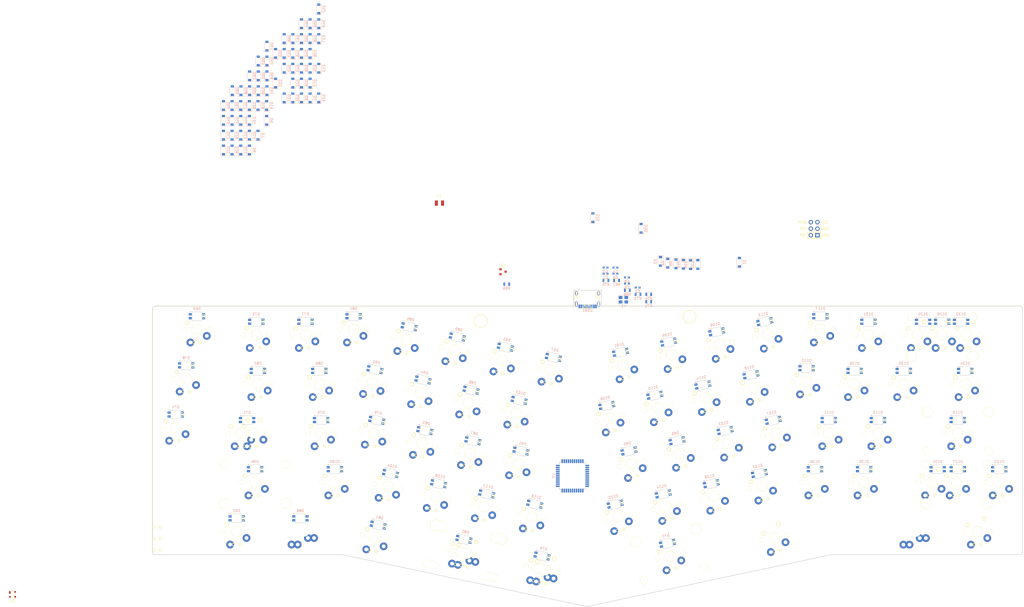
<source format=kicad_pcb>
(kicad_pcb (version 20171130) (host pcbnew "(5.1.5)-3")
  (layers (0 F.Cu signal) (31 B.Cu signal) (34 B.Paste user hide) (35 F.Paste user hide) (36 B.SilkS user hide) (37 F.SilkS user hide) (38 B.Mask user hide) (39 F.Mask user hide) (44 Edge.Cuts user))
  (net 0 "")
  (net 1 +5V)
  (net 2 GND)
  (net 3 "Net-(C6-Pad1)")
  (net 4 "Net-(C7-Pad1)")
  (net 5 "Net-(C8-Pad1)")
  (net 6 "Net-(K_4-Pad1)")
  (net 7 D-)
  (net 8 "Net-(R67-Pad2)")
  (net 9 D+)
  (net 10 "Net-(R68-Pad2)")
  (net 11 "Net-(Q1-Pad1)")
  (net 12 "Net-(R70-Pad2)")
  (net 13 "Net-(R71-Pad2)")
  (net 14 "Net-(R73-Pad2)")
  (net 15 "Net-(R74-Pad2)")
  (net 16 /MOSI)
  (net 17 /SCK)
  (net 18 VCC)
  (net 19 Row2)
  (net 20 "Net-(D1-Pad2)")
  (net 21 Row0)
  (net 22 "Net-(D2-Pad2)")
  (net 23 Row1)
  (net 24 "Net-(D3-Pad2)")
  (net 25 Row3)
  (net 26 "Net-(D4-Pad2)")
  (net 27 "Net-(D5-Pad2)")
  (net 28 "Net-(D6-Pad2)")
  (net 29 "Net-(D7-Pad2)")
  (net 30 "Net-(D8-Pad2)")
  (net 31 Row4)
  (net 32 "Net-(D9-Pad2)")
  (net 33 "Net-(D10-Pad2)")
  (net 34 "Net-(D11-Pad2)")
  (net 35 "Net-(D12-Pad2)")
  (net 36 "Net-(D13-Pad2)")
  (net 37 "Net-(D14-Pad2)")
  (net 38 "Net-(D15-Pad2)")
  (net 39 "Net-(D16-Pad2)")
  (net 40 "Net-(D17-Pad2)")
  (net 41 "Net-(D18-Pad2)")
  (net 42 "Net-(D19-Pad2)")
  (net 43 "Net-(D20-Pad2)")
  (net 44 "Net-(D21-Pad2)")
  (net 45 "Net-(D22-Pad2)")
  (net 46 "Net-(D23-Pad2)")
  (net 47 "Net-(D24-Pad2)")
  (net 48 "Net-(D25-Pad2)")
  (net 49 "Net-(D26-Pad2)")
  (net 50 "Net-(D27-Pad2)")
  (net 51 "Net-(D28-Pad2)")
  (net 52 "Net-(D29-Pad2)")
  (net 53 "Net-(D30-Pad2)")
  (net 54 "Net-(D31-Pad2)")
  (net 55 "Net-(D32-Pad2)")
  (net 56 "Net-(D33-Pad2)")
  (net 57 "Net-(D34-Pad2)")
  (net 58 "Net-(D35-Pad2)")
  (net 59 "Net-(D36-Pad2)")
  (net 60 "Net-(D37-Pad2)")
  (net 61 "Net-(D38-Pad2)")
  (net 62 "Net-(D39-Pad2)")
  (net 63 "Net-(D40-Pad2)")
  (net 64 "Net-(D41-Pad2)")
  (net 65 "Net-(D42-Pad2)")
  (net 66 "Net-(D43-Pad2)")
  (net 67 "Net-(D44-Pad2)")
  (net 68 "Net-(D45-Pad2)")
  (net 69 "Net-(D46-Pad2)")
  (net 70 "Net-(D47-Pad2)")
  (net 71 "Net-(D48-Pad2)")
  (net 72 "Net-(D49-Pad2)")
  (net 73 "Net-(D50-Pad2)")
  (net 74 "Net-(D51-Pad2)")
  (net 75 "Net-(D52-Pad2)")
  (net 76 "Net-(D53-Pad2)")
  (net 77 "Net-(D54-Pad2)")
  (net 78 "Net-(D55-Pad2)")
  (net 79 "Net-(D56-Pad2)")
  (net 80 "Net-(D57-Pad2)")
  (net 81 "Net-(D58-Pad2)")
  (net 82 "Net-(D59-Pad2)")
  (net 83 "Net-(D60-Pad2)")
  (net 84 "Net-(D61-Pad2)")
  (net 85 "Net-(D62-Pad2)")
  (net 86 "Net-(D63-Pad2)")
  (net 87 "Net-(D64-Pad2)")
  (net 88 "Net-(D65-Pad2)")
  (net 89 "Net-(D66-Pad2)")
  (net 90 "Net-(D67-Pad2)")
  (net 91 "Net-(D68-Pad2)")
  (net 92 Col10)
  (net 93 Col11)
  (net 94 Col1)
  (net 95 Col2)
  (net 96 Col5)
  (net 97 Col7)
  (net 98 Col8)
  (net 99 Col9)
  (net 100 Col12)
  (net 101 Col13)
  (net 102 Col0)
  (net 103 Col14)
  (net 104 Col-1)
  (net 105 Col6)
  (net 106 "Net-(D69-Pad2)")
  (net 107 "Net-(D71-Pad2)")
  (net 108 "Net-(D71-Pad4)")
  (net 109 "Net-(D72-Pad4)")
  (net 110 "Net-(D73-Pad2)")
  (net 111 "Net-(D74-Pad4)")
  (net 112 "Net-(D75-Pad2)")
  (net 113 "Net-(D76-Pad4)")
  (net 114 "Net-(D77-Pad2)")
  (net 115 "Net-(D78-Pad4)")
  (net 116 "Net-(D79-Pad2)")
  (net 117 "Net-(D80-Pad4)")
  (net 118 "Net-(D81-Pad2)")
  (net 119 "Net-(D82-Pad4)")
  (net 120 "Net-(D83-Pad2)")
  (net 121 "Net-(D84-Pad4)")
  (net 122 "Net-(D85-Pad2)")
  (net 123 "Net-(D86-Pad4)")
  (net 124 "Net-(D87-Pad2)")
  (net 125 "Net-(D88-Pad4)")
  (net 126 "Net-(D89-Pad2)")
  (net 127 "Net-(D90-Pad4)")
  (net 128 "Net-(D91-Pad2)")
  (net 129 "Net-(D92-Pad4)")
  (net 130 "Net-(D93-Pad2)")
  (net 131 "Net-(D94-Pad4)")
  (net 132 "Net-(D95-Pad2)")
  (net 133 "Net-(D100-Pad2)")
  (net 134 "Net-(D100-Pad4)")
  (net 135 "Net-(D101-Pad2)")
  (net 136 "Net-(D101-Pad4)")
  (net 137 "Net-(D102-Pad2)")
  (net 138 "Net-(D102-Pad4)")
  (net 139 "Net-(D103-Pad2)")
  (net 140 "Net-(D103-Pad4)")
  (net 141 "Net-(D104-Pad4)")
  (net 142 "Net-(D105-Pad2)")
  (net 143 "Net-(D106-Pad4)")
  (net 144 "Net-(D107-Pad2)")
  (net 145 "Net-(D108-Pad4)")
  (net 146 "Net-(D109-Pad2)")
  (net 147 "Net-(D110-Pad4)")
  (net 148 "Net-(D111-Pad2)")
  (net 149 "Net-(D112-Pad4)")
  (net 150 "Net-(D113-Pad2)")
  (net 151 "Net-(D114-Pad4)")
  (net 152 "Net-(D115-Pad2)")
  (net 153 "Net-(D116-Pad4)")
  (net 154 "Net-(D117-Pad2)")
  (net 155 "Net-(D118-Pad4)")
  (net 156 "Net-(D119-Pad2)")
  (net 157 "Net-(D120-Pad4)")
  (net 158 "Net-(D121-Pad2)")
  (net 159 "Net-(D122-Pad4)")
  (net 160 "Net-(D123-Pad2)")
  (net 161 "Net-(D124-Pad4)")
  (net 162 "Net-(D125-Pad2)")
  (net 163 "Net-(D126-Pad4)")
  (net 164 "Net-(D127-Pad2)")
  (net 165 "Net-(D128-Pad4)")
  (net 166 "Net-(D129-Pad2)")
  (net 167 "Net-(D130-Pad4)")
  (net 168 "Net-(D131-Pad2)")
  (net 169 "Net-(D132-Pad4)")
  (net 170 "Net-(D133-Pad2)")
  (net 171 "Net-(D135-Pad2)")
  (module MX_Only_v2:MXOnly-1.25U-NoLED (layer F.Cu) (at 34.94615 126.695201 180)
    (fp_text reference K_LWin1)
    (fp_text value 1.25U)
    (pad 2 thru_hole circle (at 2.54 -5.08 180) (size 3 3) (drill 1.47) (layers *.Cu *.Mask) (net 37 "Net-(D14-Pad2)"))
    (pad "" np_thru_hole circle (at 0 0 180) (size 3.9878 3.9878) (drill 3.9878) (layers *.Cu *.Mask))
    (pad 1 thru_hole circle (at -3.81 -2.54 180) (size 3 3) (drill 1.47) (layers *.Cu *.Mask) (net 94 Col1))
    (pad "" np_thru_hole circle (at -5.08 0 228.0996) (size 1.75 1.75) (drill 1.75) (layers *.Cu *.Mask))
    (pad "" np_thru_hole circle (at 5.08 0 228.0996) (size 1.75 1.75) (drill 1.75) (layers *.Cu *.Mask))
  )
  (module random-keyboard-parts:RGB-6028 (layer B.Cu) (at 74.5724 52.315201 348)
    (fp_text reference D85 (at 0 -8 168) (layer B.SilkS) (effects (justify mirror)))
    (fp_text value WS2812B)
    (fp_line (start -1.9 -3.38) (end -1.9 -6.78) (layer Edge.Cuts) (width 0.15))
    (fp_line (start 1.9 -6.78) (end -1.9 -6.78) (layer Edge.Cuts) (width 0.15))
    (fp_line (start 1.9 -3.38) (end 1.9 -6.78) (layer Edge.Cuts) (width 0.15))
    (fp_line (start 1.9 -3.38) (end -1.9 -3.38) (layer Edge.Cuts) (width 0.15))
    (pad 2 smd rect (at 2.595 -5.83 348) (size 1.19 0.9) (layers B.Cu B.Paste B.Mask) (net 122 "Net-(D85-Pad2)"))
    (pad 4 smd rect (at -2.595 -4.33 348) (size 1.19 0.9) (layers B.Cu B.Paste B.Mask) (net 118 "Net-(D81-Pad2)"))
    (pad 3 smd rect (at -2.595 -5.83 348) (size 1.19 0.9) (layers B.Cu B.Paste B.Mask) (net 2 GND))
    (pad 1 smd rect (at 2.595 -4.33 348) (size 1.19 0.9) (layers B.Cu B.Paste B.Mask) (net 1 +5V))
  )
  (module random-keyboard-parts:RGB-6028 (layer B.Cu) (at 111.839823 60.236636 348)
    (fp_text reference D93 (at 0 -8 168) (layer B.SilkS) (effects (justify mirror)))
    (fp_text value WS2812B)
    (fp_line (start -1.9 -3.38) (end -1.9 -6.78) (layer Edge.Cuts) (width 0.15))
    (fp_line (start 1.9 -6.78) (end -1.9 -6.78) (layer Edge.Cuts) (width 0.15))
    (fp_line (start 1.9 -3.38) (end 1.9 -6.78) (layer Edge.Cuts) (width 0.15))
    (fp_line (start 1.9 -3.38) (end -1.9 -3.38) (layer Edge.Cuts) (width 0.15))
    (pad 2 smd rect (at 2.595 -5.83 348) (size 1.19 0.9) (layers B.Cu B.Paste B.Mask) (net 130 "Net-(D93-Pad2)"))
    (pad 4 smd rect (at -2.595 -4.33 348) (size 1.19 0.9) (layers B.Cu B.Paste B.Mask) (net 126 "Net-(D89-Pad2)"))
    (pad 3 smd rect (at -2.595 -5.83 348) (size 1.19 0.9) (layers B.Cu B.Paste B.Mask) (net 2 GND))
    (pad 1 smd rect (at 2.595 -4.33 348) (size 1.19 0.9) (layers B.Cu B.Paste B.Mask) (net 1 +5V))
  )
  (module random-keyboard-parts:RGB-6028 (layer B.Cu) (at 93.206111 56.275918 348)
    (fp_text reference D89 (at 0 -8 168) (layer B.SilkS) (effects (justify mirror)))
    (fp_text value WS2812B)
    (fp_line (start -1.9 -3.38) (end -1.9 -6.78) (layer Edge.Cuts) (width 0.15))
    (fp_line (start 1.9 -6.78) (end -1.9 -6.78) (layer Edge.Cuts) (width 0.15))
    (fp_line (start 1.9 -3.38) (end 1.9 -6.78) (layer Edge.Cuts) (width 0.15))
    (fp_line (start 1.9 -3.38) (end -1.9 -3.38) (layer Edge.Cuts) (width 0.15))
    (pad 2 smd rect (at 2.595 -5.83 348) (size 1.19 0.9) (layers B.Cu B.Paste B.Mask) (net 126 "Net-(D89-Pad2)"))
    (pad 4 smd rect (at -2.595 -4.33 348) (size 1.19 0.9) (layers B.Cu B.Paste B.Mask) (net 122 "Net-(D85-Pad2)"))
    (pad 3 smd rect (at -2.595 -5.83 348) (size 1.19 0.9) (layers B.Cu B.Paste B.Mask) (net 2 GND))
    (pad 1 smd rect (at 2.595 -4.33 348) (size 1.19 0.9) (layers B.Cu B.Paste B.Mask) (net 1 +5V))
  )
  (module random-keyboard-parts:RGB-6028 (layer B.Cu) (at 232.9324 107.645201)
    (fp_text reference D136 (at 0 -8) (layer B.SilkS) (effects (justify mirror)))
    (fp_text value WS2812B)
    (fp_line (start -1.9 -3.38) (end -1.9 -6.78) (layer Edge.Cuts) (width 0.15))
    (fp_line (start 1.9 -6.78) (end -1.9 -6.78) (layer Edge.Cuts) (width 0.15))
    (fp_line (start 1.9 -3.38) (end 1.9 -6.78) (layer Edge.Cuts) (width 0.15))
    (fp_line (start 1.9 -3.38) (end -1.9 -3.38) (layer Edge.Cuts) (width 0.15))
    (pad 2 smd rect (at 2.595 -5.83) (size 1.19 0.9) (layers B.Cu B.Paste B.Mask) (net 169 "Net-(D132-Pad4)"))
    (pad 4 smd rect (at -2.595 -4.33) (size 1.19 0.9) (layers B.Cu B.Paste B.Mask) (net 171 "Net-(D135-Pad2)"))
    (pad 3 smd rect (at -2.595 -5.83) (size 1.19 0.9) (layers B.Cu B.Paste B.Mask) (net 2 GND))
    (pad 1 smd rect (at 2.595 -4.33) (size 1.19 0.9) (layers B.Cu B.Paste B.Mask) (net 1 +5V))
  )
  (module random-keyboard-parts:RGB-6028 (layer B.Cu) (at 251.982399 107.645201)
    (fp_text reference D135 (at 0 -8) (layer B.SilkS) (effects (justify mirror)))
    (fp_text value WS2812B)
    (fp_line (start -1.9 -3.38) (end -1.9 -6.78) (layer Edge.Cuts) (width 0.15))
    (fp_line (start 1.9 -6.78) (end -1.9 -6.78) (layer Edge.Cuts) (width 0.15))
    (fp_line (start 1.9 -3.38) (end 1.9 -6.78) (layer Edge.Cuts) (width 0.15))
    (fp_line (start 1.9 -3.38) (end -1.9 -3.38) (layer Edge.Cuts) (width 0.15))
    (pad 2 smd rect (at 2.595 -5.83) (size 1.19 0.9) (layers B.Cu B.Paste B.Mask) (net 171 "Net-(D135-Pad2)"))
    (pad 4 smd rect (at -2.595 -4.33) (size 1.19 0.9) (layers B.Cu B.Paste B.Mask) (net 168 "Net-(D131-Pad2)"))
    (pad 3 smd rect (at -2.595 -5.83) (size 1.19 0.9) (layers B.Cu B.Paste B.Mask) (net 2 GND))
    (pad 1 smd rect (at 2.595 -4.33) (size 1.19 0.9) (layers B.Cu B.Paste B.Mask) (net 1 +5V))
  )
  (module random-keyboard-parts:RGB-6028 (layer B.Cu) (at 291.1724 69.545201)
    (fp_text reference D134 (at 0 -8) (layer B.SilkS) (effects (justify mirror)))
    (fp_text value WS2812B)
    (fp_line (start -1.9 -3.38) (end -1.9 -6.78) (layer Edge.Cuts) (width 0.15))
    (fp_line (start 1.9 -6.78) (end -1.9 -6.78) (layer Edge.Cuts) (width 0.15))
    (fp_line (start 1.9 -3.38) (end 1.9 -6.78) (layer Edge.Cuts) (width 0.15))
    (fp_line (start 1.9 -3.38) (end -1.9 -3.38) (layer Edge.Cuts) (width 0.15))
    (pad 2 smd rect (at 2.595 -5.83) (size 1.19 0.9) (layers B.Cu B.Paste B.Mask) (net 167 "Net-(D130-Pad4)"))
    (pad 4 smd rect (at -2.595 -4.33) (size 1.19 0.9) (layers B.Cu B.Paste B.Mask) (net 170 "Net-(D133-Pad2)"))
    (pad 3 smd rect (at -2.595 -5.83) (size 1.19 0.9) (layers B.Cu B.Paste B.Mask) (net 2 GND))
    (pad 1 smd rect (at 2.595 -4.33) (size 1.19 0.9) (layers B.Cu B.Paste B.Mask) (net 1 +5V))
  )
  (module random-keyboard-parts:RGB-6028 (layer B.Cu) (at 289.564323 50.495201)
    (fp_text reference D133 (at 0 -8) (layer B.SilkS) (effects (justify mirror)))
    (fp_text value WS2812B)
    (fp_line (start -1.9 -3.38) (end -1.9 -6.78) (layer Edge.Cuts) (width 0.15))
    (fp_line (start 1.9 -6.78) (end -1.9 -6.78) (layer Edge.Cuts) (width 0.15))
    (fp_line (start 1.9 -3.38) (end 1.9 -6.78) (layer Edge.Cuts) (width 0.15))
    (fp_line (start 1.9 -3.38) (end -1.9 -3.38) (layer Edge.Cuts) (width 0.15))
    (pad 2 smd rect (at 2.595 -5.83) (size 1.19 0.9) (layers B.Cu B.Paste B.Mask) (net 170 "Net-(D133-Pad2)"))
    (pad 4 smd rect (at -2.595 -4.33) (size 1.19 0.9) (layers B.Cu B.Paste B.Mask) (net 166 "Net-(D129-Pad2)"))
    (pad 3 smd rect (at -2.595 -5.83) (size 1.19 0.9) (layers B.Cu B.Paste B.Mask) (net 2 GND))
    (pad 1 smd rect (at 2.595 -4.33) (size 1.19 0.9) (layers B.Cu B.Paste B.Mask) (net 1 +5V))
  )
  (module random-keyboard-parts:RGB-6028 (layer B.Cu) (at 212.432399 109.2052 12)
    (fp_text reference D132 (at 0 -8 12) (layer B.SilkS) (effects (justify mirror)))
    (fp_text value WS2812B)
    (fp_line (start -1.9 -3.38) (end -1.9 -6.78) (layer Edge.Cuts) (width 0.15))
    (fp_line (start 1.9 -6.78) (end -1.9 -6.78) (layer Edge.Cuts) (width 0.15))
    (fp_line (start 1.9 -3.38) (end 1.9 -6.78) (layer Edge.Cuts) (width 0.15))
    (fp_line (start 1.9 -3.38) (end -1.9 -3.38) (layer Edge.Cuts) (width 0.15))
    (pad 2 smd rect (at 2.595 -5.83 12) (size 1.19 0.9) (layers B.Cu B.Paste B.Mask) (net 165 "Net-(D128-Pad4)"))
    (pad 4 smd rect (at -2.595 -4.33 12) (size 1.19 0.9) (layers B.Cu B.Paste B.Mask) (net 169 "Net-(D132-Pad4)"))
    (pad 3 smd rect (at -2.595 -5.83 12) (size 1.19 0.9) (layers B.Cu B.Paste B.Mask) (net 2 GND))
    (pad 1 smd rect (at 2.595 -4.33 12) (size 1.19 0.9) (layers B.Cu B.Paste B.Mask) (net 1 +5V))
  )
  (module random-keyboard-parts:RGB-6028 (layer B.Cu) (at 280.4774 107.6452)
    (fp_text reference D131 (at 0 -8) (layer B.SilkS) (effects (justify mirror)))
    (fp_text value WS2812B)
    (fp_line (start -1.9 -3.38) (end -1.9 -6.78) (layer Edge.Cuts) (width 0.15))
    (fp_line (start 1.9 -6.78) (end -1.9 -6.78) (layer Edge.Cuts) (width 0.15))
    (fp_line (start 1.9 -3.38) (end 1.9 -6.78) (layer Edge.Cuts) (width 0.15))
    (fp_line (start 1.9 -3.38) (end -1.9 -3.38) (layer Edge.Cuts) (width 0.15))
    (pad 2 smd rect (at 2.595 -5.83) (size 1.19 0.9) (layers B.Cu B.Paste B.Mask) (net 168 "Net-(D131-Pad2)"))
    (pad 4 smd rect (at -2.595 -4.33) (size 1.19 0.9) (layers B.Cu B.Paste B.Mask) (net 164 "Net-(D127-Pad2)"))
    (pad 3 smd rect (at -2.595 -5.83) (size 1.19 0.9) (layers B.Cu B.Paste B.Mask) (net 2 GND))
    (pad 1 smd rect (at 2.595 -4.33) (size 1.19 0.9) (layers B.Cu B.Paste B.Mask) (net 1 +5V))
  )
  (module random-keyboard-parts:RGB-6028 (layer B.Cu) (at 267.3524 69.545201)
    (fp_text reference D130 (at 0 -8) (layer B.SilkS) (effects (justify mirror)))
    (fp_text value WS2812B)
    (fp_line (start -1.9 -3.38) (end -1.9 -6.78) (layer Edge.Cuts) (width 0.15))
    (fp_line (start 1.9 -6.78) (end -1.9 -6.78) (layer Edge.Cuts) (width 0.15))
    (fp_line (start 1.9 -3.38) (end 1.9 -6.78) (layer Edge.Cuts) (width 0.15))
    (fp_line (start 1.9 -3.38) (end -1.9 -3.38) (layer Edge.Cuts) (width 0.15))
    (pad 2 smd rect (at 2.595 -5.83) (size 1.19 0.9) (layers B.Cu B.Paste B.Mask) (net 163 "Net-(D126-Pad4)"))
    (pad 4 smd rect (at -2.595 -4.33) (size 1.19 0.9) (layers B.Cu B.Paste B.Mask) (net 167 "Net-(D130-Pad4)"))
    (pad 3 smd rect (at -2.595 -5.83) (size 1.19 0.9) (layers B.Cu B.Paste B.Mask) (net 2 GND))
    (pad 1 smd rect (at 2.595 -4.33) (size 1.19 0.9) (layers B.Cu B.Paste B.Mask) (net 1 +5V))
  )
  (module random-keyboard-parts:RGB-6028 (layer B.Cu) (at 282.2374 50.495201)
    (fp_text reference D129 (at 0 -8) (layer B.SilkS) (effects (justify mirror)))
    (fp_text value WS2812B)
    (fp_line (start 1.9 -3.38) (end -1.9 -3.38) (layer Edge.Cuts) (width 0.15))
    (fp_line (start 1.9 -3.38) (end 1.9 -6.78) (layer Edge.Cuts) (width 0.15))
    (fp_line (start 1.9 -6.78) (end -1.9 -6.78) (layer Edge.Cuts) (width 0.15))
    (fp_line (start -1.9 -3.38) (end -1.9 -6.78) (layer Edge.Cuts) (width 0.15))
    (pad 1 smd rect (at 2.595 -4.33) (size 1.19 0.9) (layers B.Cu B.Paste B.Mask) (net 1 +5V))
    (pad 3 smd rect (at -2.595 -5.83) (size 1.19 0.9) (layers B.Cu B.Paste B.Mask) (net 2 GND))
    (pad 4 smd rect (at -2.595 -4.33) (size 1.19 0.9) (layers B.Cu B.Paste B.Mask) (net 162 "Net-(D125-Pad2)"))
    (pad 2 smd rect (at 2.595 -5.83) (size 1.19 0.9) (layers B.Cu B.Paste B.Mask) (net 166 "Net-(D129-Pad2)"))
  )
  (module random-keyboard-parts:RGB-6028 (layer B.Cu) (at 193.798688 113.165918 12)
    (fp_text reference D128 (at 0 -8 12) (layer B.SilkS) (effects (justify mirror)))
    (fp_text value WS2812B)
    (fp_line (start -1.9 -3.38) (end -1.9 -6.78) (layer Edge.Cuts) (width 0.15))
    (fp_line (start 1.9 -6.78) (end -1.9 -6.78) (layer Edge.Cuts) (width 0.15))
    (fp_line (start 1.9 -3.38) (end 1.9 -6.78) (layer Edge.Cuts) (width 0.15))
    (fp_line (start 1.9 -3.38) (end -1.9 -3.38) (layer Edge.Cuts) (width 0.15))
    (pad 2 smd rect (at 2.595 -5.83 12) (size 1.19 0.9) (layers B.Cu B.Paste B.Mask) (net 161 "Net-(D124-Pad4)"))
    (pad 4 smd rect (at -2.595 -4.33 12) (size 1.19 0.9) (layers B.Cu B.Paste B.Mask) (net 165 "Net-(D128-Pad4)"))
    (pad 3 smd rect (at -2.595 -5.83 12) (size 1.19 0.9) (layers B.Cu B.Paste B.Mask) (net 2 GND))
    (pad 1 smd rect (at 2.595 -4.33 12) (size 1.19 0.9) (layers B.Cu B.Paste B.Mask) (net 1 +5V))
  )
  (module random-keyboard-parts:RGB-6028 (layer B.Cu) (at 288.3024 107.6452)
    (fp_text reference D127 (at 0 -8) (layer B.SilkS) (effects (justify mirror)))
    (fp_text value WS2812B)
    (fp_line (start -1.9 -3.38) (end -1.9 -6.78) (layer Edge.Cuts) (width 0.15))
    (fp_line (start 1.9 -6.78) (end -1.9 -6.78) (layer Edge.Cuts) (width 0.15))
    (fp_line (start 1.9 -3.38) (end 1.9 -6.78) (layer Edge.Cuts) (width 0.15))
    (fp_line (start 1.9 -3.38) (end -1.9 -3.38) (layer Edge.Cuts) (width 0.15))
    (pad 2 smd rect (at 2.595 -5.83) (size 1.19 0.9) (layers B.Cu B.Paste B.Mask) (net 164 "Net-(D127-Pad2)"))
    (pad 4 smd rect (at -2.595 -4.33) (size 1.19 0.9) (layers B.Cu B.Paste B.Mask) (net 160 "Net-(D123-Pad2)"))
    (pad 3 smd rect (at -2.595 -5.83) (size 1.19 0.9) (layers B.Cu B.Paste B.Mask) (net 2 GND))
    (pad 1 smd rect (at 2.595 -4.33) (size 1.19 0.9) (layers B.Cu B.Paste B.Mask) (net 1 +5V))
  )
  (module random-keyboard-parts:RGB-6028 (layer B.Cu) (at 248.3024 69.5452)
    (fp_text reference D126 (at 0 -8) (layer B.SilkS) (effects (justify mirror)))
    (fp_text value WS2812B)
    (fp_line (start -1.9 -3.38) (end -1.9 -6.78) (layer Edge.Cuts) (width 0.15))
    (fp_line (start 1.9 -6.78) (end -1.9 -6.78) (layer Edge.Cuts) (width 0.15))
    (fp_line (start 1.9 -3.38) (end 1.9 -6.78) (layer Edge.Cuts) (width 0.15))
    (fp_line (start 1.9 -3.38) (end -1.9 -3.38) (layer Edge.Cuts) (width 0.15))
    (pad 2 smd rect (at 2.595 -5.83) (size 1.19 0.9) (layers B.Cu B.Paste B.Mask) (net 159 "Net-(D122-Pad4)"))
    (pad 4 smd rect (at -2.595 -4.33) (size 1.19 0.9) (layers B.Cu B.Paste B.Mask) (net 163 "Net-(D126-Pad4)"))
    (pad 3 smd rect (at -2.595 -5.83) (size 1.19 0.9) (layers B.Cu B.Paste B.Mask) (net 2 GND))
    (pad 1 smd rect (at 2.595 -4.33) (size 1.19 0.9) (layers B.Cu B.Paste B.Mask) (net 1 +5V))
  )
  (module random-keyboard-parts:RGB-6028 (layer B.Cu) (at 274.829067 50.495201)
    (fp_text reference D125 (at 0 -8) (layer B.SilkS) (effects (justify mirror)))
    (fp_text value WS2812B)
    (fp_line (start 1.9 -3.38) (end -1.9 -3.38) (layer Edge.Cuts) (width 0.15))
    (fp_line (start 1.9 -3.38) (end 1.9 -6.78) (layer Edge.Cuts) (width 0.15))
    (fp_line (start 1.9 -6.78) (end -1.9 -6.78) (layer Edge.Cuts) (width 0.15))
    (fp_line (start -1.9 -3.38) (end -1.9 -6.78) (layer Edge.Cuts) (width 0.15))
    (pad 1 smd rect (at 2.595 -4.33) (size 1.19 0.9) (layers B.Cu B.Paste B.Mask) (net 1 +5V))
    (pad 3 smd rect (at -2.595 -5.83) (size 1.19 0.9) (layers B.Cu B.Paste B.Mask) (net 2 GND))
    (pad 4 smd rect (at -2.595 -4.33) (size 1.19 0.9) (layers B.Cu B.Paste B.Mask) (net 158 "Net-(D121-Pad2)"))
    (pad 2 smd rect (at 2.595 -5.83) (size 1.19 0.9) (layers B.Cu B.Paste B.Mask) (net 162 "Net-(D125-Pad2)"))
  )
  (module random-keyboard-parts:RGB-6028 (layer B.Cu) (at 175.164976 117.126636 12)
    (fp_text reference D124 (at 0 -8 12) (layer B.SilkS) (effects (justify mirror)))
    (fp_text value WS2812B)
    (fp_line (start -1.9 -3.38) (end -1.9 -6.78) (layer Edge.Cuts) (width 0.15))
    (fp_line (start 1.9 -6.78) (end -1.9 -6.78) (layer Edge.Cuts) (width 0.15))
    (fp_line (start 1.9 -3.38) (end 1.9 -6.78) (layer Edge.Cuts) (width 0.15))
    (fp_line (start 1.9 -3.38) (end -1.9 -3.38) (layer Edge.Cuts) (width 0.15))
    (pad 2 smd rect (at 2.595 -5.83 12) (size 1.19 0.9) (layers B.Cu B.Paste B.Mask) (net 157 "Net-(D120-Pad4)"))
    (pad 4 smd rect (at -2.595 -4.33 12) (size 1.19 0.9) (layers B.Cu B.Paste B.Mask) (net 161 "Net-(D124-Pad4)"))
    (pad 3 smd rect (at -2.595 -5.83 12) (size 1.19 0.9) (layers B.Cu B.Paste B.Mask) (net 2 GND))
    (pad 1 smd rect (at 2.595 -4.33 12) (size 1.19 0.9) (layers B.Cu B.Paste B.Mask) (net 1 +5V))
  )
  (module random-keyboard-parts:RGB-6028 (layer B.Cu) (at 304.37115 107.6452)
    (fp_text reference D123 (at 0 -8) (layer B.SilkS) (effects (justify mirror)))
    (fp_text value WS2812B)
    (fp_line (start -1.9 -3.38) (end -1.9 -6.78) (layer Edge.Cuts) (width 0.15))
    (fp_line (start 1.9 -6.78) (end -1.9 -6.78) (layer Edge.Cuts) (width 0.15))
    (fp_line (start 1.9 -3.38) (end 1.9 -6.78) (layer Edge.Cuts) (width 0.15))
    (fp_line (start 1.9 -3.38) (end -1.9 -3.38) (layer Edge.Cuts) (width 0.15))
    (pad 2 smd rect (at 2.595 -5.83) (size 1.19 0.9) (layers B.Cu B.Paste B.Mask) (net 160 "Net-(D123-Pad2)"))
    (pad 4 smd rect (at -2.595 -4.33) (size 1.19 0.9) (layers B.Cu B.Paste B.Mask) (net 156 "Net-(D119-Pad2)"))
    (pad 3 smd rect (at -2.595 -5.83) (size 1.19 0.9) (layers B.Cu B.Paste B.Mask) (net 2 GND))
    (pad 1 smd rect (at 2.595 -4.33) (size 1.19 0.9) (layers B.Cu B.Paste B.Mask) (net 1 +5V))
  )
  (module random-keyboard-parts:RGB-6028 (layer B.Cu) (at 229.672399 68.4852)
    (fp_text reference D122 (at 0 -8) (layer B.SilkS) (effects (justify mirror)))
    (fp_text value WS2812B)
    (fp_line (start -1.9 -3.38) (end -1.9 -6.78) (layer Edge.Cuts) (width 0.15))
    (fp_line (start 1.9 -6.78) (end -1.9 -6.78) (layer Edge.Cuts) (width 0.15))
    (fp_line (start 1.9 -3.38) (end 1.9 -6.78) (layer Edge.Cuts) (width 0.15))
    (fp_line (start 1.9 -3.38) (end -1.9 -3.38) (layer Edge.Cuts) (width 0.15))
    (pad 2 smd rect (at 2.595 -5.83) (size 1.19 0.9) (layers B.Cu B.Paste B.Mask) (net 155 "Net-(D118-Pad4)"))
    (pad 4 smd rect (at -2.595 -4.33) (size 1.19 0.9) (layers B.Cu B.Paste B.Mask) (net 159 "Net-(D122-Pad4)"))
    (pad 3 smd rect (at -2.595 -5.83) (size 1.19 0.9) (layers B.Cu B.Paste B.Mask) (net 2 GND))
    (pad 1 smd rect (at 2.595 -4.33) (size 1.19 0.9) (layers B.Cu B.Paste B.Mask) (net 1 +5V))
  )
  (module random-keyboard-parts:RGB-6028 (layer B.Cu) (at 253.6624 50.495201)
    (fp_text reference D121 (at 0 -8) (layer B.SilkS) (effects (justify mirror)))
    (fp_text value WS2812B)
    (fp_line (start -1.9 -3.38) (end -1.9 -6.78) (layer Edge.Cuts) (width 0.15))
    (fp_line (start 1.9 -6.78) (end -1.9 -6.78) (layer Edge.Cuts) (width 0.15))
    (fp_line (start 1.9 -3.38) (end 1.9 -6.78) (layer Edge.Cuts) (width 0.15))
    (fp_line (start 1.9 -3.38) (end -1.9 -3.38) (layer Edge.Cuts) (width 0.15))
    (pad 2 smd rect (at 2.595 -5.83) (size 1.19 0.9) (layers B.Cu B.Paste B.Mask) (net 158 "Net-(D121-Pad2)"))
    (pad 4 smd rect (at -2.595 -4.33) (size 1.19 0.9) (layers B.Cu B.Paste B.Mask) (net 154 "Net-(D117-Pad2)"))
    (pad 3 smd rect (at -2.595 -5.83) (size 1.19 0.9) (layers B.Cu B.Paste B.Mask) (net 2 GND))
    (pad 1 smd rect (at 2.595 -4.33) (size 1.19 0.9) (layers B.Cu B.Paste B.Mask) (net 1 +5V))
  )
  (module random-keyboard-parts:RGB-6028 (layer B.Cu) (at 156.531264 121.087354 12)
    (fp_text reference D120 (at 0 -8 12) (layer B.SilkS) (effects (justify mirror)))
    (fp_text value WS2812B)
    (fp_line (start -1.9 -3.38) (end -1.9 -6.78) (layer Edge.Cuts) (width 0.15))
    (fp_line (start 1.9 -6.78) (end -1.9 -6.78) (layer Edge.Cuts) (width 0.15))
    (fp_line (start 1.9 -3.38) (end 1.9 -6.78) (layer Edge.Cuts) (width 0.15))
    (fp_line (start 1.9 -3.38) (end -1.9 -3.38) (layer Edge.Cuts) (width 0.15))
    (pad 2 smd rect (at 2.595 -5.83 12) (size 1.19 0.9) (layers B.Cu B.Paste B.Mask) (net 153 "Net-(D116-Pad4)"))
    (pad 4 smd rect (at -2.595 -4.33 12) (size 1.19 0.9) (layers B.Cu B.Paste B.Mask) (net 157 "Net-(D120-Pad4)"))
    (pad 3 smd rect (at -2.595 -5.83 12) (size 1.19 0.9) (layers B.Cu B.Paste B.Mask) (net 2 GND))
    (pad 1 smd rect (at 2.595 -4.33 12) (size 1.19 0.9) (layers B.Cu B.Paste B.Mask) (net 1 +5V))
  )
  (module random-keyboard-parts:RGB-6028 (layer B.Cu) (at 288.2924 88.595201)
    (fp_text reference D119 (at 0 -8) (layer B.SilkS) (effects (justify mirror)))
    (fp_text value WS2812B)
    (fp_line (start -1.9 -3.38) (end -1.9 -6.78) (layer Edge.Cuts) (width 0.15))
    (fp_line (start 1.9 -6.78) (end -1.9 -6.78) (layer Edge.Cuts) (width 0.15))
    (fp_line (start 1.9 -3.38) (end 1.9 -6.78) (layer Edge.Cuts) (width 0.15))
    (fp_line (start 1.9 -3.38) (end -1.9 -3.38) (layer Edge.Cuts) (width 0.15))
    (pad 2 smd rect (at 2.595 -5.83) (size 1.19 0.9) (layers B.Cu B.Paste B.Mask) (net 156 "Net-(D119-Pad2)"))
    (pad 4 smd rect (at -2.595 -4.33) (size 1.19 0.9) (layers B.Cu B.Paste B.Mask) (net 152 "Net-(D115-Pad2)"))
    (pad 3 smd rect (at -2.595 -5.83) (size 1.19 0.9) (layers B.Cu B.Paste B.Mask) (net 2 GND))
    (pad 1 smd rect (at 2.595 -4.33) (size 1.19 0.9) (layers B.Cu B.Paste B.Mask) (net 1 +5V))
  )
  (module random-keyboard-parts:RGB-6028 (layer B.Cu) (at 209.1724 70.9452 12)
    (fp_text reference D118 (at 0 -8 12) (layer B.SilkS) (effects (justify mirror)))
    (fp_text value WS2812B)
    (fp_line (start -1.9 -3.38) (end -1.9 -6.78) (layer Edge.Cuts) (width 0.15))
    (fp_line (start 1.9 -6.78) (end -1.9 -6.78) (layer Edge.Cuts) (width 0.15))
    (fp_line (start 1.9 -3.38) (end 1.9 -6.78) (layer Edge.Cuts) (width 0.15))
    (fp_line (start 1.9 -3.38) (end -1.9 -3.38) (layer Edge.Cuts) (width 0.15))
    (pad 2 smd rect (at 2.595 -5.83 12) (size 1.19 0.9) (layers B.Cu B.Paste B.Mask) (net 151 "Net-(D114-Pad4)"))
    (pad 4 smd rect (at -2.595 -4.33 12) (size 1.19 0.9) (layers B.Cu B.Paste B.Mask) (net 155 "Net-(D118-Pad4)"))
    (pad 3 smd rect (at -2.595 -5.83 12) (size 1.19 0.9) (layers B.Cu B.Paste B.Mask) (net 2 GND))
    (pad 1 smd rect (at 2.595 -4.33 12) (size 1.19 0.9) (layers B.Cu B.Paste B.Mask) (net 1 +5V))
  )
  (module random-keyboard-parts:RGB-6028 (layer B.Cu) (at 235.0324 48.355201)
    (fp_text reference D117 (at 0 -8) (layer B.SilkS) (effects (justify mirror)))
    (fp_text value WS2812B)
    (fp_line (start -1.9 -3.38) (end -1.9 -6.78) (layer Edge.Cuts) (width 0.15))
    (fp_line (start 1.9 -6.78) (end -1.9 -6.78) (layer Edge.Cuts) (width 0.15))
    (fp_line (start 1.9 -3.38) (end 1.9 -6.78) (layer Edge.Cuts) (width 0.15))
    (fp_line (start 1.9 -3.38) (end -1.9 -3.38) (layer Edge.Cuts) (width 0.15))
    (pad 2 smd rect (at 2.595 -5.83) (size 1.19 0.9) (layers B.Cu B.Paste B.Mask) (net 154 "Net-(D117-Pad2)"))
    (pad 4 smd rect (at -2.595 -4.33) (size 1.19 0.9) (layers B.Cu B.Paste B.Mask) (net 150 "Net-(D113-Pad2)"))
    (pad 3 smd rect (at -2.595 -5.83) (size 1.19 0.9) (layers B.Cu B.Paste B.Mask) (net 2 GND))
    (pad 1 smd rect (at 2.595 -4.33) (size 1.19 0.9) (layers B.Cu B.Paste B.Mask) (net 1 +5V))
  )
  (module random-keyboard-parts:RGB-6028 (layer B.Cu) (at 123.243535 121.087354 348)
    (fp_text reference D116 (at 0 -8 168) (layer B.SilkS) (effects (justify mirror)))
    (fp_text value WS2812B)
    (fp_line (start -1.9 -3.38) (end -1.9 -6.78) (layer Edge.Cuts) (width 0.15))
    (fp_line (start 1.9 -6.78) (end -1.9 -6.78) (layer Edge.Cuts) (width 0.15))
    (fp_line (start 1.9 -3.38) (end 1.9 -6.78) (layer Edge.Cuts) (width 0.15))
    (fp_line (start 1.9 -3.38) (end -1.9 -3.38) (layer Edge.Cuts) (width 0.15))
    (pad 2 smd rect (at 2.595 -5.83 348) (size 1.19 0.9) (layers B.Cu B.Paste B.Mask) (net 149 "Net-(D112-Pad4)"))
    (pad 4 smd rect (at -2.595 -4.33 348) (size 1.19 0.9) (layers B.Cu B.Paste B.Mask) (net 153 "Net-(D116-Pad4)"))
    (pad 3 smd rect (at -2.595 -5.83 348) (size 1.19 0.9) (layers B.Cu B.Paste B.Mask) (net 2 GND))
    (pad 1 smd rect (at 2.595 -4.33 348) (size 1.19 0.9) (layers B.Cu B.Paste B.Mask) (net 1 +5V))
  )
  (module random-keyboard-parts:RGB-6028 (layer B.Cu) (at 257.3424 88.595201)
    (fp_text reference D115 (at 0 -8) (layer B.SilkS) (effects (justify mirror)))
    (fp_text value WS2812B)
    (fp_line (start -1.9 -3.38) (end -1.9 -6.78) (layer Edge.Cuts) (width 0.15))
    (fp_line (start 1.9 -6.78) (end -1.9 -6.78) (layer Edge.Cuts) (width 0.15))
    (fp_line (start 1.9 -3.38) (end 1.9 -6.78) (layer Edge.Cuts) (width 0.15))
    (fp_line (start 1.9 -3.38) (end -1.9 -3.38) (layer Edge.Cuts) (width 0.15))
    (pad 2 smd rect (at 2.595 -5.83) (size 1.19 0.9) (layers B.Cu B.Paste B.Mask) (net 152 "Net-(D115-Pad2)"))
    (pad 4 smd rect (at -2.595 -4.33) (size 1.19 0.9) (layers B.Cu B.Paste B.Mask) (net 148 "Net-(D111-Pad2)"))
    (pad 3 smd rect (at -2.595 -5.83) (size 1.19 0.9) (layers B.Cu B.Paste B.Mask) (net 2 GND))
    (pad 1 smd rect (at 2.595 -4.33) (size 1.19 0.9) (layers B.Cu B.Paste B.Mask) (net 1 +5V))
  )
  (module random-keyboard-parts:RGB-6028 (layer B.Cu) (at 190.538688 74.905918 12)
    (fp_text reference D114 (at 0 -8 12) (layer B.SilkS) (effects (justify mirror)))
    (fp_text value WS2812B)
    (fp_line (start -1.9 -3.38) (end -1.9 -6.78) (layer Edge.Cuts) (width 0.15))
    (fp_line (start 1.9 -6.78) (end -1.9 -6.78) (layer Edge.Cuts) (width 0.15))
    (fp_line (start 1.9 -3.38) (end 1.9 -6.78) (layer Edge.Cuts) (width 0.15))
    (fp_line (start 1.9 -3.38) (end -1.9 -3.38) (layer Edge.Cuts) (width 0.15))
    (pad 2 smd rect (at 2.595 -5.83 12) (size 1.19 0.9) (layers B.Cu B.Paste B.Mask) (net 147 "Net-(D110-Pad4)"))
    (pad 4 smd rect (at -2.595 -4.33 12) (size 1.19 0.9) (layers B.Cu B.Paste B.Mask) (net 151 "Net-(D114-Pad4)"))
    (pad 3 smd rect (at -2.595 -5.83 12) (size 1.19 0.9) (layers B.Cu B.Paste B.Mask) (net 2 GND))
    (pad 1 smd rect (at 2.595 -4.33 12) (size 1.19 0.9) (layers B.Cu B.Paste B.Mask) (net 1 +5V))
  )
  (module random-keyboard-parts:RGB-6028 (layer B.Cu) (at 214.5324 50.335201 12)
    (fp_text reference D113 (at 0 -8 12) (layer B.SilkS) (effects (justify mirror)))
    (fp_text value WS2812B)
    (fp_line (start -1.9 -3.38) (end -1.9 -6.78) (layer Edge.Cuts) (width 0.15))
    (fp_line (start 1.9 -6.78) (end -1.9 -6.78) (layer Edge.Cuts) (width 0.15))
    (fp_line (start 1.9 -3.38) (end 1.9 -6.78) (layer Edge.Cuts) (width 0.15))
    (fp_line (start 1.9 -3.38) (end -1.9 -3.38) (layer Edge.Cuts) (width 0.15))
    (pad 2 smd rect (at 2.595 -5.83 12) (size 1.19 0.9) (layers B.Cu B.Paste B.Mask) (net 150 "Net-(D113-Pad2)"))
    (pad 4 smd rect (at -2.595 -4.33 12) (size 1.19 0.9) (layers B.Cu B.Paste B.Mask) (net 146 "Net-(D109-Pad2)"))
    (pad 3 smd rect (at -2.595 -5.83 12) (size 1.19 0.9) (layers B.Cu B.Paste B.Mask) (net 2 GND))
    (pad 1 smd rect (at 2.595 -4.33 12) (size 1.19 0.9) (layers B.Cu B.Paste B.Mask) (net 1 +5V))
  )
  (module random-keyboard-parts:RGB-6028 (layer B.Cu) (at 104.609823 117.126636 348)
    (fp_text reference D112 (at 0 -8 168) (layer B.SilkS) (effects (justify mirror)))
    (fp_text value WS2812B)
    (fp_line (start -1.9 -3.38) (end -1.9 -6.78) (layer Edge.Cuts) (width 0.15))
    (fp_line (start 1.9 -6.78) (end -1.9 -6.78) (layer Edge.Cuts) (width 0.15))
    (fp_line (start 1.9 -3.38) (end 1.9 -6.78) (layer Edge.Cuts) (width 0.15))
    (fp_line (start 1.9 -3.38) (end -1.9 -3.38) (layer Edge.Cuts) (width 0.15))
    (pad 2 smd rect (at 2.595 -5.83 348) (size 1.19 0.9) (layers B.Cu B.Paste B.Mask) (net 145 "Net-(D108-Pad4)"))
    (pad 4 smd rect (at -2.595 -4.33 348) (size 1.19 0.9) (layers B.Cu B.Paste B.Mask) (net 149 "Net-(D112-Pad4)"))
    (pad 3 smd rect (at -2.595 -5.83 348) (size 1.19 0.9) (layers B.Cu B.Paste B.Mask) (net 2 GND))
    (pad 1 smd rect (at 2.595 -4.33 348) (size 1.19 0.9) (layers B.Cu B.Paste B.Mask) (net 1 +5V))
  )
  (module random-keyboard-parts:RGB-6028 (layer B.Cu) (at 238.292399 88.595201)
    (fp_text reference D111 (at 0 -8) (layer B.SilkS) (effects (justify mirror)))
    (fp_text value WS2812B)
    (fp_line (start -1.9 -3.38) (end -1.9 -6.78) (layer Edge.Cuts) (width 0.15))
    (fp_line (start 1.9 -6.78) (end -1.9 -6.78) (layer Edge.Cuts) (width 0.15))
    (fp_line (start 1.9 -3.38) (end 1.9 -6.78) (layer Edge.Cuts) (width 0.15))
    (fp_line (start 1.9 -3.38) (end -1.9 -3.38) (layer Edge.Cuts) (width 0.15))
    (pad 2 smd rect (at 2.595 -5.83) (size 1.19 0.9) (layers B.Cu B.Paste B.Mask) (net 148 "Net-(D111-Pad2)"))
    (pad 4 smd rect (at -2.595 -4.33) (size 1.19 0.9) (layers B.Cu B.Paste B.Mask) (net 144 "Net-(D107-Pad2)"))
    (pad 3 smd rect (at -2.595 -5.83) (size 1.19 0.9) (layers B.Cu B.Paste B.Mask) (net 2 GND))
    (pad 1 smd rect (at 2.595 -4.33) (size 1.19 0.9) (layers B.Cu B.Paste B.Mask) (net 1 +5V))
  )
  (module random-keyboard-parts:RGB-6028 (layer B.Cu) (at 171.904976 78.866636 12)
    (fp_text reference D110 (at 0 -8 12) (layer B.SilkS) (effects (justify mirror)))
    (fp_text value WS2812B)
    (fp_line (start -1.9 -3.38) (end -1.9 -6.78) (layer Edge.Cuts) (width 0.15))
    (fp_line (start 1.9 -6.78) (end -1.9 -6.78) (layer Edge.Cuts) (width 0.15))
    (fp_line (start 1.9 -3.38) (end 1.9 -6.78) (layer Edge.Cuts) (width 0.15))
    (fp_line (start 1.9 -3.38) (end -1.9 -3.38) (layer Edge.Cuts) (width 0.15))
    (pad 2 smd rect (at 2.595 -5.83 12) (size 1.19 0.9) (layers B.Cu B.Paste B.Mask) (net 143 "Net-(D106-Pad4)"))
    (pad 4 smd rect (at -2.595 -4.33 12) (size 1.19 0.9) (layers B.Cu B.Paste B.Mask) (net 147 "Net-(D110-Pad4)"))
    (pad 3 smd rect (at -2.595 -5.83 12) (size 1.19 0.9) (layers B.Cu B.Paste B.Mask) (net 2 GND))
    (pad 1 smd rect (at 2.595 -4.33 12) (size 1.19 0.9) (layers B.Cu B.Paste B.Mask) (net 1 +5V))
  )
  (module random-keyboard-parts:RGB-6028 (layer B.Cu) (at 195.898688 54.295918 12)
    (fp_text reference D109 (at 0 -8 12) (layer B.SilkS) (effects (justify mirror)))
    (fp_text value WS2812B)
    (fp_line (start -1.9 -3.38) (end -1.9 -6.78) (layer Edge.Cuts) (width 0.15))
    (fp_line (start 1.9 -6.78) (end -1.9 -6.78) (layer Edge.Cuts) (width 0.15))
    (fp_line (start 1.9 -3.38) (end 1.9 -6.78) (layer Edge.Cuts) (width 0.15))
    (fp_line (start 1.9 -3.38) (end -1.9 -3.38) (layer Edge.Cuts) (width 0.15))
    (pad 2 smd rect (at 2.595 -5.83 12) (size 1.19 0.9) (layers B.Cu B.Paste B.Mask) (net 146 "Net-(D109-Pad2)"))
    (pad 4 smd rect (at -2.595 -4.33 12) (size 1.19 0.9) (layers B.Cu B.Paste B.Mask) (net 142 "Net-(D105-Pad2)"))
    (pad 3 smd rect (at -2.595 -5.83 12) (size 1.19 0.9) (layers B.Cu B.Paste B.Mask) (net 2 GND))
    (pad 1 smd rect (at 2.595 -4.33 12) (size 1.19 0.9) (layers B.Cu B.Paste B.Mask) (net 1 +5V))
  )
  (module random-keyboard-parts:RGB-6028 (layer B.Cu) (at 85.976111 113.165918 348)
    (fp_text reference D108 (at 0 -8 168) (layer B.SilkS) (effects (justify mirror)))
    (fp_text value WS2812B)
    (fp_line (start -1.9 -3.38) (end -1.9 -6.78) (layer Edge.Cuts) (width 0.15))
    (fp_line (start 1.9 -6.78) (end -1.9 -6.78) (layer Edge.Cuts) (width 0.15))
    (fp_line (start 1.9 -3.38) (end 1.9 -6.78) (layer Edge.Cuts) (width 0.15))
    (fp_line (start 1.9 -3.38) (end -1.9 -3.38) (layer Edge.Cuts) (width 0.15))
    (pad 2 smd rect (at 2.595 -5.83 348) (size 1.19 0.9) (layers B.Cu B.Paste B.Mask) (net 141 "Net-(D104-Pad4)"))
    (pad 4 smd rect (at -2.595 -4.33 348) (size 1.19 0.9) (layers B.Cu B.Paste B.Mask) (net 145 "Net-(D108-Pad4)"))
    (pad 3 smd rect (at -2.595 -5.83 348) (size 1.19 0.9) (layers B.Cu B.Paste B.Mask) (net 2 GND))
    (pad 1 smd rect (at 2.595 -4.33 348) (size 1.19 0.9) (layers B.Cu B.Paste B.Mask) (net 1 +5V))
  )
  (module random-keyboard-parts:RGB-6028 (layer B.Cu) (at 217.7924 88.595201 12)
    (fp_text reference D107 (at 0 -8 12) (layer B.SilkS) (effects (justify mirror)))
    (fp_text value WS2812B)
    (fp_line (start -1.9 -3.38) (end -1.9 -6.78) (layer Edge.Cuts) (width 0.15))
    (fp_line (start 1.9 -6.78) (end -1.9 -6.78) (layer Edge.Cuts) (width 0.15))
    (fp_line (start 1.9 -3.38) (end 1.9 -6.78) (layer Edge.Cuts) (width 0.15))
    (fp_line (start 1.9 -3.38) (end -1.9 -3.38) (layer Edge.Cuts) (width 0.15))
    (pad 2 smd rect (at 2.595 -5.83 12) (size 1.19 0.9) (layers B.Cu B.Paste B.Mask) (net 144 "Net-(D107-Pad2)"))
    (pad 4 smd rect (at -2.595 -4.33 12) (size 1.19 0.9) (layers B.Cu B.Paste B.Mask) (net 139 "Net-(D103-Pad2)"))
    (pad 3 smd rect (at -2.595 -5.83 12) (size 1.19 0.9) (layers B.Cu B.Paste B.Mask) (net 2 GND))
    (pad 1 smd rect (at 2.595 -4.33 12) (size 1.19 0.9) (layers B.Cu B.Paste B.Mask) (net 1 +5V))
  )
  (module random-keyboard-parts:RGB-6028 (layer B.Cu) (at 153.271264 82.827354 12)
    (fp_text reference D106 (at 0 -8 12) (layer B.SilkS) (effects (justify mirror)))
    (fp_text value WS2812B)
    (fp_line (start -1.9 -3.38) (end -1.9 -6.78) (layer Edge.Cuts) (width 0.15))
    (fp_line (start 1.9 -6.78) (end -1.9 -6.78) (layer Edge.Cuts) (width 0.15))
    (fp_line (start 1.9 -3.38) (end 1.9 -6.78) (layer Edge.Cuts) (width 0.15))
    (fp_line (start 1.9 -3.38) (end -1.9 -3.38) (layer Edge.Cuts) (width 0.15))
    (pad 2 smd rect (at 2.595 -5.83 12) (size 1.19 0.9) (layers B.Cu B.Paste B.Mask) (net 138 "Net-(D102-Pad4)"))
    (pad 4 smd rect (at -2.595 -4.33 12) (size 1.19 0.9) (layers B.Cu B.Paste B.Mask) (net 143 "Net-(D106-Pad4)"))
    (pad 3 smd rect (at -2.595 -5.83 12) (size 1.19 0.9) (layers B.Cu B.Paste B.Mask) (net 2 GND))
    (pad 1 smd rect (at 2.595 -4.33 12) (size 1.19 0.9) (layers B.Cu B.Paste B.Mask) (net 1 +5V))
  )
  (module random-keyboard-parts:RGB-6028 (layer B.Cu) (at 177.264976 58.256636 12)
    (fp_text reference D105 (at 0 -8 12) (layer B.SilkS) (effects (justify mirror)))
    (fp_text value WS2812B)
    (fp_line (start -1.9 -3.38) (end -1.9 -6.78) (layer Edge.Cuts) (width 0.15))
    (fp_line (start 1.9 -6.78) (end -1.9 -6.78) (layer Edge.Cuts) (width 0.15))
    (fp_line (start 1.9 -3.38) (end 1.9 -6.78) (layer Edge.Cuts) (width 0.15))
    (fp_line (start 1.9 -3.38) (end -1.9 -3.38) (layer Edge.Cuts) (width 0.15))
    (pad 2 smd rect (at 2.595 -5.83 12) (size 1.19 0.9) (layers B.Cu B.Paste B.Mask) (net 142 "Net-(D105-Pad2)"))
    (pad 4 smd rect (at -2.595 -4.33 12) (size 1.19 0.9) (layers B.Cu B.Paste B.Mask) (net 135 "Net-(D101-Pad2)"))
    (pad 3 smd rect (at -2.595 -5.83 12) (size 1.19 0.9) (layers B.Cu B.Paste B.Mask) (net 2 GND))
    (pad 1 smd rect (at 2.595 -4.33 12) (size 1.19 0.9) (layers B.Cu B.Paste B.Mask) (net 1 +5V))
  )
  (module random-keyboard-parts:RGB-6028 (layer B.Cu) (at 67.342399 109.205201 348)
    (fp_text reference D104 (at 0 -8 168) (layer B.SilkS) (effects (justify mirror)))
    (fp_text value WS2812B)
    (fp_line (start -1.9 -3.38) (end -1.9 -6.78) (layer Edge.Cuts) (width 0.15))
    (fp_line (start 1.9 -6.78) (end -1.9 -6.78) (layer Edge.Cuts) (width 0.15))
    (fp_line (start 1.9 -3.38) (end 1.9 -6.78) (layer Edge.Cuts) (width 0.15))
    (fp_line (start 1.9 -3.38) (end -1.9 -3.38) (layer Edge.Cuts) (width 0.15))
    (pad 2 smd rect (at 2.595 -5.83 348) (size 1.19 0.9) (layers B.Cu B.Paste B.Mask) (net 134 "Net-(D100-Pad4)"))
    (pad 4 smd rect (at -2.595 -4.33 348) (size 1.19 0.9) (layers B.Cu B.Paste B.Mask) (net 141 "Net-(D104-Pad4)"))
    (pad 3 smd rect (at -2.595 -5.83 348) (size 1.19 0.9) (layers B.Cu B.Paste B.Mask) (net 2 GND))
    (pad 1 smd rect (at 2.595 -4.33 348) (size 1.19 0.9) (layers B.Cu B.Paste B.Mask) (net 1 +5V))
  )
  (module random-keyboard-parts:RGB-6028 (layer B.Cu) (at 199.158688 92.555918 12)
    (fp_text reference D103 (at 0 -8 12) (layer B.SilkS) (effects (justify mirror)))
    (fp_text value WS2812B)
    (fp_line (start -1.9 -3.38) (end -1.9 -6.78) (layer Edge.Cuts) (width 0.15))
    (fp_line (start 1.9 -6.78) (end -1.9 -6.78) (layer Edge.Cuts) (width 0.15))
    (fp_line (start 1.9 -3.38) (end 1.9 -6.78) (layer Edge.Cuts) (width 0.15))
    (fp_line (start 1.9 -3.38) (end -1.9 -3.38) (layer Edge.Cuts) (width 0.15))
    (pad 2 smd rect (at 2.595 -5.83 12) (size 1.19 0.9) (layers B.Cu B.Paste B.Mask) (net 139 "Net-(D103-Pad2)"))
    (pad 4 smd rect (at -2.595 -4.33 12) (size 1.19 0.9) (layers B.Cu B.Paste B.Mask) (net 140 "Net-(D103-Pad4)"))
    (pad 3 smd rect (at -2.595 -5.83 12) (size 1.19 0.9) (layers B.Cu B.Paste B.Mask) (net 2 GND))
    (pad 1 smd rect (at 2.595 -4.33 12) (size 1.19 0.9) (layers B.Cu B.Paste B.Mask) (net 1 +5V))
  )
  (module random-keyboard-parts:RGB-6028 (layer B.Cu) (at 117.193535 80.847354 348)
    (fp_text reference D102 (at 0 -8 168) (layer B.SilkS) (effects (justify mirror)))
    (fp_text value WS2812B)
    (fp_line (start -1.9 -3.38) (end -1.9 -6.78) (layer Edge.Cuts) (width 0.15))
    (fp_line (start 1.9 -6.78) (end -1.9 -6.78) (layer Edge.Cuts) (width 0.15))
    (fp_line (start 1.9 -3.38) (end 1.9 -6.78) (layer Edge.Cuts) (width 0.15))
    (fp_line (start 1.9 -3.38) (end -1.9 -3.38) (layer Edge.Cuts) (width 0.15))
    (pad 2 smd rect (at 2.595 -5.83 348) (size 1.19 0.9) (layers B.Cu B.Paste B.Mask) (net 137 "Net-(D102-Pad2)"))
    (pad 4 smd rect (at -2.595 -4.33 348) (size 1.19 0.9) (layers B.Cu B.Paste B.Mask) (net 138 "Net-(D102-Pad4)"))
    (pad 3 smd rect (at -2.595 -5.83 348) (size 1.19 0.9) (layers B.Cu B.Paste B.Mask) (net 2 GND))
    (pad 1 smd rect (at 2.595 -4.33 348) (size 1.19 0.9) (layers B.Cu B.Paste B.Mask) (net 1 +5V))
  )
  (module random-keyboard-parts:RGB-6028 (layer B.Cu) (at 158.631264 62.217354 12)
    (fp_text reference D101 (at 0 -8 12) (layer B.SilkS) (effects (justify mirror)))
    (fp_text value WS2812B)
    (fp_line (start -1.9 -3.38) (end -1.9 -6.78) (layer Edge.Cuts) (width 0.15))
    (fp_line (start 1.9 -6.78) (end -1.9 -6.78) (layer Edge.Cuts) (width 0.15))
    (fp_line (start 1.9 -3.38) (end 1.9 -6.78) (layer Edge.Cuts) (width 0.15))
    (fp_line (start 1.9 -3.38) (end -1.9 -3.38) (layer Edge.Cuts) (width 0.15))
    (pad 2 smd rect (at 2.595 -5.83 12) (size 1.19 0.9) (layers B.Cu B.Paste B.Mask) (net 135 "Net-(D101-Pad2)"))
    (pad 4 smd rect (at -2.595 -4.33 12) (size 1.19 0.9) (layers B.Cu B.Paste B.Mask) (net 136 "Net-(D101-Pad4)"))
    (pad 3 smd rect (at -2.595 -5.83 12) (size 1.19 0.9) (layers B.Cu B.Paste B.Mask) (net 2 GND))
    (pad 1 smd rect (at 2.595 -4.33 12) (size 1.19 0.9) (layers B.Cu B.Paste B.Mask) (net 1 +5V))
  )
  (module random-keyboard-parts:RGB-6028 (layer B.Cu) (at 46.8424 107.6452)
    (fp_text reference D100 (at 0 -8) (layer B.SilkS) (effects (justify mirror)))
    (fp_text value WS2812B)
    (fp_line (start -1.9 -3.38) (end -1.9 -6.78) (layer Edge.Cuts) (width 0.15))
    (fp_line (start 1.9 -6.78) (end -1.9 -6.78) (layer Edge.Cuts) (width 0.15))
    (fp_line (start 1.9 -3.38) (end 1.9 -6.78) (layer Edge.Cuts) (width 0.15))
    (fp_line (start 1.9 -3.38) (end -1.9 -3.38) (layer Edge.Cuts) (width 0.15))
    (pad 2 smd rect (at 2.595 -5.83) (size 1.19 0.9) (layers B.Cu B.Paste B.Mask) (net 133 "Net-(D100-Pad2)"))
    (pad 4 smd rect (at -2.595 -4.33) (size 1.19 0.9) (layers B.Cu B.Paste B.Mask) (net 134 "Net-(D100-Pad4)"))
    (pad 3 smd rect (at -2.595 -5.83) (size 1.19 0.9) (layers B.Cu B.Paste B.Mask) (net 2 GND))
    (pad 1 smd rect (at 2.595 -4.33) (size 1.19 0.9) (layers B.Cu B.Paste B.Mask) (net 1 +5V))
  )
  (module random-keyboard-parts:RGB-6028 (layer B.Cu) (at 180.524976 96.516636 12)
    (fp_text reference D99 (at 0 -8 12) (layer B.SilkS) (effects (justify mirror)))
    (fp_text value WS2812B)
    (fp_line (start -1.9 -3.38) (end -1.9 -6.78) (layer Edge.Cuts) (width 0.15))
    (fp_line (start 1.9 -6.78) (end -1.9 -6.78) (layer Edge.Cuts) (width 0.15))
    (fp_line (start 1.9 -3.38) (end 1.9 -6.78) (layer Edge.Cuts) (width 0.15))
    (fp_line (start 1.9 -3.38) (end -1.9 -3.38) (layer Edge.Cuts) (width 0.15))
    (pad 2 smd rect (at 2.595 -5.83 12) (size 1.19 0.9) (layers B.Cu B.Paste B.Mask) (net 140 "Net-(D103-Pad4)"))
    (pad 4 smd rect (at -2.595 -4.33 12) (size 1.19 0.9) (layers B.Cu B.Paste B.Mask) (net 132 "Net-(D95-Pad2)"))
    (pad 3 smd rect (at -2.595 -5.83 12) (size 1.19 0.9) (layers B.Cu B.Paste B.Mask) (net 2 GND))
    (pad 1 smd rect (at 2.595 -4.33 12) (size 1.19 0.9) (layers B.Cu B.Paste B.Mask) (net 1 +5V))
  )
  (module random-keyboard-parts:RGB-6028 (layer B.Cu) (at 98.559823 76.886636 348)
    (fp_text reference D98 (at 0 -8 168) (layer B.SilkS) (effects (justify mirror)))
    (fp_text value WS2812B)
    (fp_line (start -1.9 -3.38) (end -1.9 -6.78) (layer Edge.Cuts) (width 0.15))
    (fp_line (start 1.9 -6.78) (end -1.9 -6.78) (layer Edge.Cuts) (width 0.15))
    (fp_line (start 1.9 -3.38) (end 1.9 -6.78) (layer Edge.Cuts) (width 0.15))
    (fp_line (start 1.9 -3.38) (end -1.9 -3.38) (layer Edge.Cuts) (width 0.15))
    (pad 2 smd rect (at 2.595 -5.83 348) (size 1.19 0.9) (layers B.Cu B.Paste B.Mask) (net 131 "Net-(D94-Pad4)"))
    (pad 4 smd rect (at -2.595 -4.33 348) (size 1.19 0.9) (layers B.Cu B.Paste B.Mask) (net 137 "Net-(D102-Pad2)"))
    (pad 3 smd rect (at -2.595 -5.83 348) (size 1.19 0.9) (layers B.Cu B.Paste B.Mask) (net 2 GND))
    (pad 1 smd rect (at 2.595 -4.33 348) (size 1.19 0.9) (layers B.Cu B.Paste B.Mask) (net 1 +5V))
  )
  (module random-keyboard-parts:RGB-6028 (layer B.Cu) (at 130.473535 64.197354 348)
    (fp_text reference D97 (at 0 -8 168) (layer B.SilkS) (effects (justify mirror)))
    (fp_text value WS2812B)
    (fp_line (start -1.9 -3.38) (end -1.9 -6.78) (layer Edge.Cuts) (width 0.15))
    (fp_line (start 1.9 -6.78) (end -1.9 -6.78) (layer Edge.Cuts) (width 0.15))
    (fp_line (start 1.9 -3.38) (end 1.9 -6.78) (layer Edge.Cuts) (width 0.15))
    (fp_line (start 1.9 -3.38) (end -1.9 -3.38) (layer Edge.Cuts) (width 0.15))
    (pad 2 smd rect (at 2.595 -5.83 348) (size 1.19 0.9) (layers B.Cu B.Paste B.Mask) (net 136 "Net-(D101-Pad4)"))
    (pad 4 smd rect (at -2.595 -4.33 348) (size 1.19 0.9) (layers B.Cu B.Paste B.Mask) (net 130 "Net-(D93-Pad2)"))
    (pad 3 smd rect (at -2.595 -5.83 348) (size 1.19 0.9) (layers B.Cu B.Paste B.Mask) (net 2 GND))
    (pad 1 smd rect (at 2.595 -4.33 348) (size 1.19 0.9) (layers B.Cu B.Paste B.Mask) (net 1 +5V))
  )
  (module random-keyboard-parts:RGB-6028 (layer B.Cu) (at 15.8924 107.6452)
    (fp_text reference D96 (at 0 -8) (layer B.SilkS) (effects (justify mirror)))
    (fp_text value WS2812B)
    (fp_line (start -1.9 -3.38) (end -1.9 -6.78) (layer Edge.Cuts) (width 0.15))
    (fp_line (start 1.9 -6.78) (end -1.9 -6.78) (layer Edge.Cuts) (width 0.15))
    (fp_line (start 1.9 -3.38) (end 1.9 -6.78) (layer Edge.Cuts) (width 0.15))
    (fp_line (start 1.9 -3.38) (end -1.9 -3.38) (layer Edge.Cuts) (width 0.15))
    (pad 2 smd rect (at 2.595 -5.83) (size 1.19 0.9) (layers B.Cu B.Paste B.Mask) (net 129 "Net-(D92-Pad4)"))
    (pad 4 smd rect (at -2.595 -4.33) (size 1.19 0.9) (layers B.Cu B.Paste B.Mask) (net 133 "Net-(D100-Pad2)"))
    (pad 3 smd rect (at -2.595 -5.83) (size 1.19 0.9) (layers B.Cu B.Paste B.Mask) (net 2 GND))
    (pad 1 smd rect (at 2.595 -4.33) (size 1.19 0.9) (layers B.Cu B.Paste B.Mask) (net 1 +5V))
  )
  (module random-keyboard-parts:RGB-6028 (layer B.Cu) (at 161.891264 100.477354 12)
    (fp_text reference D95 (at 0 -8 12) (layer B.SilkS) (effects (justify mirror)))
    (fp_text value WS2812B)
    (fp_line (start 1.9 -3.38) (end -1.9 -3.38) (layer Edge.Cuts) (width 0.15))
    (fp_line (start 1.9 -3.38) (end 1.9 -6.78) (layer Edge.Cuts) (width 0.15))
    (fp_line (start 1.9 -6.78) (end -1.9 -6.78) (layer Edge.Cuts) (width 0.15))
    (fp_line (start -1.9 -3.38) (end -1.9 -6.78) (layer Edge.Cuts) (width 0.15))
    (pad 1 smd rect (at 2.595 -4.33 12) (size 1.19 0.9) (layers B.Cu B.Paste B.Mask) (net 1 +5V))
    (pad 3 smd rect (at -2.595 -5.83 12) (size 1.19 0.9) (layers B.Cu B.Paste B.Mask) (net 2 GND))
    (pad 4 smd rect (at -2.595 -4.33 12) (size 1.19 0.9) (layers B.Cu B.Paste B.Mask) (net 128 "Net-(D91-Pad2)"))
    (pad 2 smd rect (at 2.595 -5.83 12) (size 1.19 0.9) (layers B.Cu B.Paste B.Mask) (net 132 "Net-(D95-Pad2)"))
  )
  (module random-keyboard-parts:RGB-6028 (layer B.Cu) (at 79.926111 72.925918 348)
    (fp_text reference D94 (at 0 -8 168) (layer B.SilkS) (effects (justify mirror)))
    (fp_text value WS2812B)
    (fp_line (start -1.9 -3.38) (end -1.9 -6.78) (layer Edge.Cuts) (width 0.15))
    (fp_line (start 1.9 -6.78) (end -1.9 -6.78) (layer Edge.Cuts) (width 0.15))
    (fp_line (start 1.9 -3.38) (end 1.9 -6.78) (layer Edge.Cuts) (width 0.15))
    (fp_line (start 1.9 -3.38) (end -1.9 -3.38) (layer Edge.Cuts) (width 0.15))
    (pad 2 smd rect (at 2.595 -5.83 348) (size 1.19 0.9) (layers B.Cu B.Paste B.Mask) (net 127 "Net-(D90-Pad4)"))
    (pad 4 smd rect (at -2.595 -4.33 348) (size 1.19 0.9) (layers B.Cu B.Paste B.Mask) (net 131 "Net-(D94-Pad4)"))
    (pad 3 smd rect (at -2.595 -5.83 348) (size 1.19 0.9) (layers B.Cu B.Paste B.Mask) (net 2 GND))
    (pad 1 smd rect (at 2.595 -4.33 348) (size 1.19 0.9) (layers B.Cu B.Paste B.Mask) (net 1 +5V))
  )
  (module random-keyboard-parts:RGB-6028 (layer B.Cu) (at 8.7524 126.695201)
    (fp_text reference D92 (at 0 -8) (layer B.SilkS) (effects (justify mirror)))
    (fp_text value WS2812B)
    (fp_line (start -1.9 -3.38) (end -1.9 -6.78) (layer Edge.Cuts) (width 0.15))
    (fp_line (start 1.9 -6.78) (end -1.9 -6.78) (layer Edge.Cuts) (width 0.15))
    (fp_line (start 1.9 -3.38) (end 1.9 -6.78) (layer Edge.Cuts) (width 0.15))
    (fp_line (start 1.9 -3.38) (end -1.9 -3.38) (layer Edge.Cuts) (width 0.15))
    (pad 2 smd rect (at 2.595 -5.83) (size 1.19 0.9) (layers B.Cu B.Paste B.Mask) (net 125 "Net-(D88-Pad4)"))
    (pad 4 smd rect (at -2.595 -4.33) (size 1.19 0.9) (layers B.Cu B.Paste B.Mask) (net 129 "Net-(D92-Pad4)"))
    (pad 3 smd rect (at -2.595 -5.83) (size 1.19 0.9) (layers B.Cu B.Paste B.Mask) (net 2 GND))
    (pad 1 smd rect (at 2.595 -4.33) (size 1.19 0.9) (layers B.Cu B.Paste B.Mask) (net 1 +5V))
  )
  (module random-keyboard-parts:RGB-6028 (layer B.Cu) (at 117.893535 100.477354 348)
    (fp_text reference D91 (at 0 -8 168) (layer B.SilkS) (effects (justify mirror)))
    (fp_text value WS2812B)
    (fp_line (start -1.9 -3.38) (end -1.9 -6.78) (layer Edge.Cuts) (width 0.15))
    (fp_line (start 1.9 -6.78) (end -1.9 -6.78) (layer Edge.Cuts) (width 0.15))
    (fp_line (start 1.9 -3.38) (end 1.9 -6.78) (layer Edge.Cuts) (width 0.15))
    (fp_line (start 1.9 -3.38) (end -1.9 -3.38) (layer Edge.Cuts) (width 0.15))
    (pad 2 smd rect (at 2.595 -5.83 348) (size 1.19 0.9) (layers B.Cu B.Paste B.Mask) (net 128 "Net-(D91-Pad2)"))
    (pad 4 smd rect (at -2.595 -4.33 348) (size 1.19 0.9) (layers B.Cu B.Paste B.Mask) (net 124 "Net-(D87-Pad2)"))
    (pad 3 smd rect (at -2.595 -5.83 348) (size 1.19 0.9) (layers B.Cu B.Paste B.Mask) (net 2 GND))
    (pad 1 smd rect (at 2.595 -4.33 348) (size 1.19 0.9) (layers B.Cu B.Paste B.Mask) (net 1 +5V))
  )
  (module random-keyboard-parts:RGB-6028 (layer B.Cu) (at 61.2924 68.965201 348)
    (fp_text reference D90 (at 0 -8 168) (layer B.SilkS) (effects (justify mirror)))
    (fp_text value WS2812B)
    (fp_line (start -1.9 -3.38) (end -1.9 -6.78) (layer Edge.Cuts) (width 0.15))
    (fp_line (start 1.9 -6.78) (end -1.9 -6.78) (layer Edge.Cuts) (width 0.15))
    (fp_line (start 1.9 -3.38) (end 1.9 -6.78) (layer Edge.Cuts) (width 0.15))
    (fp_line (start 1.9 -3.38) (end -1.9 -3.38) (layer Edge.Cuts) (width 0.15))
    (pad 2 smd rect (at 2.595 -5.83 348) (size 1.19 0.9) (layers B.Cu B.Paste B.Mask) (net 123 "Net-(D86-Pad4)"))
    (pad 4 smd rect (at -2.595 -4.33 348) (size 1.19 0.9) (layers B.Cu B.Paste B.Mask) (net 127 "Net-(D90-Pad4)"))
    (pad 3 smd rect (at -2.595 -5.83 348) (size 1.19 0.9) (layers B.Cu B.Paste B.Mask) (net 2 GND))
    (pad 1 smd rect (at 2.595 -4.33 348) (size 1.19 0.9) (layers B.Cu B.Paste B.Mask) (net 1 +5V))
  )
  (module random-keyboard-parts:RGB-6028 (layer B.Cu) (at 33.4649 126.695201)
    (fp_text reference D88 (at 0 -8) (layer B.SilkS) (effects (justify mirror)))
    (fp_text value WS2812B)
    (fp_line (start -1.9 -3.38) (end -1.9 -6.78) (layer Edge.Cuts) (width 0.15))
    (fp_line (start 1.9 -6.78) (end -1.9 -6.78) (layer Edge.Cuts) (width 0.15))
    (fp_line (start 1.9 -3.38) (end 1.9 -6.78) (layer Edge.Cuts) (width 0.15))
    (fp_line (start 1.9 -3.38) (end -1.9 -3.38) (layer Edge.Cuts) (width 0.15))
    (pad 2 smd rect (at 2.595 -5.83) (size 1.19 0.9) (layers B.Cu B.Paste B.Mask) (net 121 "Net-(D84-Pad4)"))
    (pad 4 smd rect (at -2.595 -4.33) (size 1.19 0.9) (layers B.Cu B.Paste B.Mask) (net 125 "Net-(D88-Pad4)"))
    (pad 3 smd rect (at -2.595 -5.83) (size 1.19 0.9) (layers B.Cu B.Paste B.Mask) (net 2 GND))
    (pad 1 smd rect (at 2.595 -4.33) (size 1.19 0.9) (layers B.Cu B.Paste B.Mask) (net 1 +5V))
  )
  (module random-keyboard-parts:RGB-6028 (layer B.Cu) (at 99.259823 96.516636 348)
    (fp_text reference D87 (at 0 -8 168) (layer B.SilkS) (effects (justify mirror)))
    (fp_text value WS2812B)
    (fp_line (start -1.9 -3.38) (end -1.9 -6.78) (layer Edge.Cuts) (width 0.15))
    (fp_line (start 1.9 -6.78) (end -1.9 -6.78) (layer Edge.Cuts) (width 0.15))
    (fp_line (start 1.9 -3.38) (end 1.9 -6.78) (layer Edge.Cuts) (width 0.15))
    (fp_line (start 1.9 -3.38) (end -1.9 -3.38) (layer Edge.Cuts) (width 0.15))
    (pad 2 smd rect (at 2.595 -5.83 348) (size 1.19 0.9) (layers B.Cu B.Paste B.Mask) (net 124 "Net-(D87-Pad2)"))
    (pad 4 smd rect (at -2.595 -4.33 348) (size 1.19 0.9) (layers B.Cu B.Paste B.Mask) (net 120 "Net-(D83-Pad2)"))
    (pad 3 smd rect (at -2.595 -5.83 348) (size 1.19 0.9) (layers B.Cu B.Paste B.Mask) (net 2 GND))
    (pad 1 smd rect (at 2.595 -4.33 348) (size 1.19 0.9) (layers B.Cu B.Paste B.Mask) (net 1 +5V))
  )
  (module random-keyboard-parts:RGB-6028 (layer B.Cu) (at 40.7924 69.5452)
    (fp_text reference D86 (at 0 -8) (layer B.SilkS) (effects (justify mirror)))
    (fp_text value WS2812B)
    (fp_line (start -1.9 -3.38) (end -1.9 -6.78) (layer Edge.Cuts) (width 0.15))
    (fp_line (start 1.9 -6.78) (end -1.9 -6.78) (layer Edge.Cuts) (width 0.15))
    (fp_line (start 1.9 -3.38) (end 1.9 -6.78) (layer Edge.Cuts) (width 0.15))
    (fp_line (start 1.9 -3.38) (end -1.9 -3.38) (layer Edge.Cuts) (width 0.15))
    (pad 2 smd rect (at 2.595 -5.83) (size 1.19 0.9) (layers B.Cu B.Paste B.Mask) (net 119 "Net-(D82-Pad4)"))
    (pad 4 smd rect (at -2.595 -4.33) (size 1.19 0.9) (layers B.Cu B.Paste B.Mask) (net 123 "Net-(D86-Pad4)"))
    (pad 3 smd rect (at -2.595 -5.83) (size 1.19 0.9) (layers B.Cu B.Paste B.Mask) (net 2 GND))
    (pad 1 smd rect (at 2.595 -4.33) (size 1.19 0.9) (layers B.Cu B.Paste B.Mask) (net 1 +5V))
  )
  (module random-keyboard-parts:RGB-6028 (layer B.Cu) (at 62.5324 129.195201 348)
    (fp_text reference D84 (at 0 -8 168) (layer B.SilkS) (effects (justify mirror)))
    (fp_text value WS2812B)
    (fp_line (start -1.9 -3.38) (end -1.9 -6.78) (layer Edge.Cuts) (width 0.15))
    (fp_line (start 1.9 -6.78) (end -1.9 -6.78) (layer Edge.Cuts) (width 0.15))
    (fp_line (start 1.9 -3.38) (end 1.9 -6.78) (layer Edge.Cuts) (width 0.15))
    (fp_line (start 1.9 -3.38) (end -1.9 -3.38) (layer Edge.Cuts) (width 0.15))
    (pad 2 smd rect (at 2.595 -5.83 348) (size 1.19 0.9) (layers B.Cu B.Paste B.Mask) (net 117 "Net-(D80-Pad4)"))
    (pad 4 smd rect (at -2.595 -4.33 348) (size 1.19 0.9) (layers B.Cu B.Paste B.Mask) (net 121 "Net-(D84-Pad4)"))
    (pad 3 smd rect (at -2.595 -5.83 348) (size 1.19 0.9) (layers B.Cu B.Paste B.Mask) (net 2 GND))
    (pad 1 smd rect (at 2.595 -4.33 348) (size 1.19 0.9) (layers B.Cu B.Paste B.Mask) (net 1 +5V))
  )
  (module random-keyboard-parts:RGB-6028 (layer B.Cu) (at 80.626111 92.555918 348)
    (fp_text reference D83 (at 0 -8 168) (layer B.SilkS) (effects (justify mirror)))
    (fp_text value WS2812B)
    (fp_line (start -1.9 -3.38) (end -1.9 -6.78) (layer Edge.Cuts) (width 0.15))
    (fp_line (start 1.9 -6.78) (end -1.9 -6.78) (layer Edge.Cuts) (width 0.15))
    (fp_line (start 1.9 -3.38) (end 1.9 -6.78) (layer Edge.Cuts) (width 0.15))
    (fp_line (start 1.9 -3.38) (end -1.9 -3.38) (layer Edge.Cuts) (width 0.15))
    (pad 2 smd rect (at 2.595 -5.83 348) (size 1.19 0.9) (layers B.Cu B.Paste B.Mask) (net 120 "Net-(D83-Pad2)"))
    (pad 4 smd rect (at -2.595 -4.33 348) (size 1.19 0.9) (layers B.Cu B.Paste B.Mask) (net 116 "Net-(D79-Pad2)"))
    (pad 3 smd rect (at -2.595 -5.83 348) (size 1.19 0.9) (layers B.Cu B.Paste B.Mask) (net 2 GND))
    (pad 1 smd rect (at 2.595 -4.33 348) (size 1.19 0.9) (layers B.Cu B.Paste B.Mask) (net 1 +5V))
  )
  (module random-keyboard-parts:RGB-6028 (layer B.Cu) (at 16.9824 69.5452)
    (fp_text reference D82 (at 0 -8) (layer B.SilkS) (effects (justify mirror)))
    (fp_text value WS2812B)
    (fp_line (start -1.9 -3.38) (end -1.9 -6.78) (layer Edge.Cuts) (width 0.15))
    (fp_line (start 1.9 -6.78) (end -1.9 -6.78) (layer Edge.Cuts) (width 0.15))
    (fp_line (start 1.9 -3.38) (end 1.9 -6.78) (layer Edge.Cuts) (width 0.15))
    (fp_line (start 1.9 -3.38) (end -1.9 -3.38) (layer Edge.Cuts) (width 0.15))
    (pad 2 smd rect (at 2.595 -5.83) (size 1.19 0.9) (layers B.Cu B.Paste B.Mask) (net 115 "Net-(D78-Pad4)"))
    (pad 4 smd rect (at -2.595 -4.33) (size 1.19 0.9) (layers B.Cu B.Paste B.Mask) (net 119 "Net-(D82-Pad4)"))
    (pad 3 smd rect (at -2.595 -5.83) (size 1.19 0.9) (layers B.Cu B.Paste B.Mask) (net 2 GND))
    (pad 1 smd rect (at 2.595 -4.33) (size 1.19 0.9) (layers B.Cu B.Paste B.Mask) (net 1 +5V))
  )
  (module random-keyboard-parts:RGB-6028 (layer B.Cu) (at 54.0724 48.355201)
    (fp_text reference D81 (at 0 -8) (layer B.SilkS) (effects (justify mirror)))
    (fp_text value WS2812B)
    (fp_line (start -1.9 -3.38) (end -1.9 -6.78) (layer Edge.Cuts) (width 0.15))
    (fp_line (start 1.9 -6.78) (end -1.9 -6.78) (layer Edge.Cuts) (width 0.15))
    (fp_line (start 1.9 -3.38) (end 1.9 -6.78) (layer Edge.Cuts) (width 0.15))
    (fp_line (start 1.9 -3.38) (end -1.9 -3.38) (layer Edge.Cuts) (width 0.15))
    (pad 2 smd rect (at 2.595 -5.83) (size 1.19 0.9) (layers B.Cu B.Paste B.Mask) (net 118 "Net-(D81-Pad2)"))
    (pad 4 smd rect (at -2.595 -4.33) (size 1.19 0.9) (layers B.Cu B.Paste B.Mask) (net 114 "Net-(D77-Pad2)"))
    (pad 3 smd rect (at -2.595 -5.83) (size 1.19 0.9) (layers B.Cu B.Paste B.Mask) (net 2 GND))
    (pad 1 smd rect (at 2.595 -4.33) (size 1.19 0.9) (layers B.Cu B.Paste B.Mask) (net 1 +5V))
  )
  (module random-keyboard-parts:RGB-6028 (layer B.Cu) (at 95.770958 134.723425 348)
    (fp_text reference D80 (at 0 -8 168) (layer B.SilkS) (effects (justify mirror)))
    (fp_text value WS2812B)
    (fp_line (start -1.9 -3.38) (end -1.9 -6.78) (layer Edge.Cuts) (width 0.15))
    (fp_line (start 1.9 -6.78) (end -1.9 -6.78) (layer Edge.Cuts) (width 0.15))
    (fp_line (start 1.9 -3.38) (end 1.9 -6.78) (layer Edge.Cuts) (width 0.15))
    (fp_line (start 1.9 -3.38) (end -1.9 -3.38) (layer Edge.Cuts) (width 0.15))
    (pad 2 smd rect (at 2.595 -5.83 348) (size 1.19 0.9) (layers B.Cu B.Paste B.Mask) (net 113 "Net-(D76-Pad4)"))
    (pad 4 smd rect (at -2.595 -4.33 348) (size 1.19 0.9) (layers B.Cu B.Paste B.Mask) (net 117 "Net-(D80-Pad4)"))
    (pad 3 smd rect (at -2.595 -5.83 348) (size 1.19 0.9) (layers B.Cu B.Paste B.Mask) (net 2 GND))
    (pad 1 smd rect (at 2.595 -4.33 348) (size 1.19 0.9) (layers B.Cu B.Paste B.Mask) (net 1 +5V))
  )
  (module random-keyboard-parts:RGB-6028 (layer B.Cu) (at 61.9924 88.595201 348)
    (fp_text reference D79 (at 0 -8 168) (layer B.SilkS) (effects (justify mirror)))
    (fp_text value WS2812B)
    (fp_line (start -1.9 -3.38) (end -1.9 -6.78) (layer Edge.Cuts) (width 0.15))
    (fp_line (start 1.9 -6.78) (end -1.9 -6.78) (layer Edge.Cuts) (width 0.15))
    (fp_line (start 1.9 -3.38) (end 1.9 -6.78) (layer Edge.Cuts) (width 0.15))
    (fp_line (start 1.9 -3.38) (end -1.9 -3.38) (layer Edge.Cuts) (width 0.15))
    (pad 2 smd rect (at 2.595 -5.83 348) (size 1.19 0.9) (layers B.Cu B.Paste B.Mask) (net 116 "Net-(D79-Pad2)"))
    (pad 4 smd rect (at -2.595 -4.33 348) (size 1.19 0.9) (layers B.Cu B.Paste B.Mask) (net 112 "Net-(D75-Pad2)"))
    (pad 3 smd rect (at -2.595 -5.83 348) (size 1.19 0.9) (layers B.Cu B.Paste B.Mask) (net 2 GND))
    (pad 1 smd rect (at 2.595 -4.33 348) (size 1.19 0.9) (layers B.Cu B.Paste B.Mask) (net 1 +5V))
  )
  (module random-keyboard-parts:RGB-6028 (layer B.Cu) (at -10.7976 67.4052)
    (fp_text reference D78 (at 0 -8) (layer B.SilkS) (effects (justify mirror)))
    (fp_text value WS2812B)
    (fp_line (start -1.9 -3.38) (end -1.9 -6.78) (layer Edge.Cuts) (width 0.15))
    (fp_line (start 1.9 -6.78) (end -1.9 -6.78) (layer Edge.Cuts) (width 0.15))
    (fp_line (start 1.9 -3.38) (end 1.9 -6.78) (layer Edge.Cuts) (width 0.15))
    (fp_line (start 1.9 -3.38) (end -1.9 -3.38) (layer Edge.Cuts) (width 0.15))
    (pad 2 smd rect (at 2.595 -5.83) (size 1.19 0.9) (layers B.Cu B.Paste B.Mask) (net 111 "Net-(D74-Pad4)"))
    (pad 4 smd rect (at -2.595 -4.33) (size 1.19 0.9) (layers B.Cu B.Paste B.Mask) (net 115 "Net-(D78-Pad4)"))
    (pad 3 smd rect (at -2.595 -5.83) (size 1.19 0.9) (layers B.Cu B.Paste B.Mask) (net 2 GND))
    (pad 1 smd rect (at 2.595 -4.33) (size 1.19 0.9) (layers B.Cu B.Paste B.Mask) (net 1 +5V))
  )
  (module random-keyboard-parts:RGB-6028 (layer B.Cu) (at 35.4324 50.4952)
    (fp_text reference D77 (at 0 -8) (layer B.SilkS) (effects (justify mirror)))
    (fp_text value WS2812B)
    (fp_line (start -1.9 -3.38) (end -1.9 -6.78) (layer Edge.Cuts) (width 0.15))
    (fp_line (start 1.9 -6.78) (end -1.9 -6.78) (layer Edge.Cuts) (width 0.15))
    (fp_line (start 1.9 -3.38) (end 1.9 -6.78) (layer Edge.Cuts) (width 0.15))
    (fp_line (start 1.9 -3.38) (end -1.9 -3.38) (layer Edge.Cuts) (width 0.15))
    (pad 2 smd rect (at 2.595 -5.83) (size 1.19 0.9) (layers B.Cu B.Paste B.Mask) (net 114 "Net-(D77-Pad2)"))
    (pad 4 smd rect (at -2.595 -4.33) (size 1.19 0.9) (layers B.Cu B.Paste B.Mask) (net 110 "Net-(D73-Pad2)"))
    (pad 3 smd rect (at -2.595 -5.83) (size 1.19 0.9) (layers B.Cu B.Paste B.Mask) (net 2 GND))
    (pad 1 smd rect (at 2.595 -4.33) (size 1.19 0.9) (layers B.Cu B.Paste B.Mask) (net 1 +5V))
  )
  (module random-keyboard-parts:RGB-6028 (layer B.Cu) (at 126.06742 141.163136 348)
    (fp_text reference D76 (at 0 -8 168) (layer B.SilkS) (effects (justify mirror)))
    (fp_text value WS2812B)
    (fp_line (start -1.9 -3.38) (end -1.9 -6.78) (layer Edge.Cuts) (width 0.15))
    (fp_line (start 1.9 -6.78) (end -1.9 -6.78) (layer Edge.Cuts) (width 0.15))
    (fp_line (start 1.9 -3.38) (end 1.9 -6.78) (layer Edge.Cuts) (width 0.15))
    (fp_line (start 1.9 -3.38) (end -1.9 -3.38) (layer Edge.Cuts) (width 0.15))
    (pad 2 smd rect (at 2.595 -5.83 348) (size 1.19 0.9) (layers B.Cu B.Paste B.Mask) (net 109 "Net-(D72-Pad4)"))
    (pad 4 smd rect (at -2.595 -4.33 348) (size 1.19 0.9) (layers B.Cu B.Paste B.Mask) (net 113 "Net-(D76-Pad4)"))
    (pad 3 smd rect (at -2.595 -5.83 348) (size 1.19 0.9) (layers B.Cu B.Paste B.Mask) (net 2 GND))
    (pad 1 smd rect (at 2.595 -4.33 348) (size 1.19 0.9) (layers B.Cu B.Paste B.Mask) (net 1 +5V))
  )
  (module random-keyboard-parts:RGB-6028 (layer B.Cu) (at 41.4924 88.5952)
    (fp_text reference D75 (at 0 -8) (layer B.SilkS) (effects (justify mirror)))
    (fp_text value WS2812B)
    (fp_line (start -1.9 -3.38) (end -1.9 -6.78) (layer Edge.Cuts) (width 0.15))
    (fp_line (start 1.9 -6.78) (end -1.9 -6.78) (layer Edge.Cuts) (width 0.15))
    (fp_line (start 1.9 -3.38) (end 1.9 -6.78) (layer Edge.Cuts) (width 0.15))
    (fp_line (start 1.9 -3.38) (end -1.9 -3.38) (layer Edge.Cuts) (width 0.15))
    (pad 2 smd rect (at 2.595 -5.83) (size 1.19 0.9) (layers B.Cu B.Paste B.Mask) (net 112 "Net-(D75-Pad2)"))
    (pad 4 smd rect (at -2.595 -4.33) (size 1.19 0.9) (layers B.Cu B.Paste B.Mask) (net 107 "Net-(D71-Pad2)"))
    (pad 3 smd rect (at -2.595 -5.83) (size 1.19 0.9) (layers B.Cu B.Paste B.Mask) (net 2 GND))
    (pad 1 smd rect (at 2.595 -4.33) (size 1.19 0.9) (layers B.Cu B.Paste B.Mask) (net 1 +5V))
  )
  (module random-keyboard-parts:RGB-6028 (layer B.Cu) (at -14.8676 86.4552)
    (fp_text reference D74 (at 0 -8) (layer B.SilkS) (effects (justify mirror)))
    (fp_text value WS2812B)
    (fp_line (start -1.9 -3.38) (end -1.9 -6.78) (layer Edge.Cuts) (width 0.15))
    (fp_line (start 1.9 -6.78) (end -1.9 -6.78) (layer Edge.Cuts) (width 0.15))
    (fp_line (start 1.9 -3.38) (end 1.9 -6.78) (layer Edge.Cuts) (width 0.15))
    (fp_line (start 1.9 -3.38) (end -1.9 -3.38) (layer Edge.Cuts) (width 0.15))
    (pad 2 smd rect (at 2.595 -5.83) (size 1.19 0.9) (layers B.Cu B.Paste B.Mask) (net 108 "Net-(D71-Pad4)"))
    (pad 4 smd rect (at -2.595 -4.33) (size 1.19 0.9) (layers B.Cu B.Paste B.Mask) (net 111 "Net-(D74-Pad4)"))
    (pad 3 smd rect (at -2.595 -5.83) (size 1.19 0.9) (layers B.Cu B.Paste B.Mask) (net 2 GND))
    (pad 1 smd rect (at 2.595 -4.33) (size 1.19 0.9) (layers B.Cu B.Paste B.Mask) (net 1 +5V))
  )
  (module random-keyboard-parts:RGB-6028 (layer B.Cu) (at 16.3824 50.4952)
    (fp_text reference D73 (at 0 -8) (layer B.SilkS) (effects (justify mirror)))
    (fp_text value WS2812B)
    (fp_line (start -1.9 -3.38) (end -1.9 -6.78) (layer Edge.Cuts) (width 0.15))
    (fp_line (start 1.9 -6.78) (end -1.9 -6.78) (layer Edge.Cuts) (width 0.15))
    (fp_line (start 1.9 -3.38) (end 1.9 -6.78) (layer Edge.Cuts) (width 0.15))
    (fp_line (start 1.9 -3.38) (end -1.9 -3.38) (layer Edge.Cuts) (width 0.15))
    (pad 2 smd rect (at 2.595 -5.83) (size 1.19 0.9) (layers B.Cu B.Paste B.Mask) (net 110 "Net-(D73-Pad2)"))
    (pad 4 smd rect (at -2.595 -4.33) (size 1.19 0.9) (layers B.Cu B.Paste B.Mask) (net 106 "Net-(D69-Pad2)"))
    (pad 3 smd rect (at -2.595 -5.83) (size 1.19 0.9) (layers B.Cu B.Paste B.Mask) (net 2 GND))
    (pad 1 smd rect (at 2.595 -4.33) (size 1.19 0.9) (layers B.Cu B.Paste B.Mask) (net 1 +5V))
  )
  (module random-keyboard-parts:RGB-6028 (layer B.Cu) (at 176.8324 136.2552 12)
    (fp_text reference D72 (at 0 -8 12) (layer B.SilkS) (effects (justify mirror)))
    (fp_text value WS2812B)
    (fp_line (start -1.9 -3.38) (end -1.9 -6.78) (layer Edge.Cuts) (width 0.15))
    (fp_line (start 1.9 -6.78) (end -1.9 -6.78) (layer Edge.Cuts) (width 0.15))
    (fp_line (start 1.9 -3.38) (end 1.9 -6.78) (layer Edge.Cuts) (width 0.15))
    (fp_line (start 1.9 -3.38) (end -1.9 -3.38) (layer Edge.Cuts) (width 0.15))
    (pad 2 smd rect (at 2.595 -5.83 12) (size 1.19 0.9) (layers B.Cu B.Paste B.Mask))
    (pad 4 smd rect (at -2.595 -4.33 12) (size 1.19 0.9) (layers B.Cu B.Paste B.Mask) (net 109 "Net-(D72-Pad4)"))
    (pad 3 smd rect (at -2.595 -5.83 12) (size 1.19 0.9) (layers B.Cu B.Paste B.Mask) (net 2 GND))
    (pad 1 smd rect (at 2.595 -4.33 12) (size 1.19 0.9) (layers B.Cu B.Paste B.Mask) (net 1 +5V))
  )
  (module random-keyboard-parts:RGB-6028 (layer B.Cu) (at 12.794719 88.595201)
    (fp_text reference D71 (at 0 -8) (layer B.SilkS) (effects (justify mirror)))
    (fp_text value WS2812B)
    (fp_line (start -1.9 -3.38) (end -1.9 -6.78) (layer Edge.Cuts) (width 0.15))
    (fp_line (start 1.9 -6.78) (end -1.9 -6.78) (layer Edge.Cuts) (width 0.15))
    (fp_line (start 1.9 -3.38) (end 1.9 -6.78) (layer Edge.Cuts) (width 0.15))
    (fp_line (start 1.9 -3.38) (end -1.9 -3.38) (layer Edge.Cuts) (width 0.15))
    (pad 2 smd rect (at 2.595 -5.83) (size 1.19 0.9) (layers B.Cu B.Paste B.Mask) (net 107 "Net-(D71-Pad2)"))
    (pad 4 smd rect (at -2.595 -4.33) (size 1.19 0.9) (layers B.Cu B.Paste B.Mask) (net 108 "Net-(D71-Pad4)"))
    (pad 3 smd rect (at -2.595 -5.83) (size 1.19 0.9) (layers B.Cu B.Paste B.Mask) (net 2 GND))
    (pad 1 smd rect (at 2.595 -4.33) (size 1.19 0.9) (layers B.Cu B.Paste B.Mask) (net 1 +5V))
  )
  (module random-keyboard-parts:RGB-6028 (layer B.Cu) (at -6.6376 48.355201)
    (fp_text reference D69 (at 0 -8) (layer B.SilkS) (effects (justify mirror)))
    (fp_text value WS2812B)
    (fp_line (start -1.9 -3.38) (end -1.9 -6.78) (layer Edge.Cuts) (width 0.15))
    (fp_line (start 1.9 -6.78) (end -1.9 -6.78) (layer Edge.Cuts) (width 0.15))
    (fp_line (start 1.9 -3.38) (end 1.9 -6.78) (layer Edge.Cuts) (width 0.15))
    (fp_line (start 1.9 -3.38) (end -1.9 -3.38) (layer Edge.Cuts) (width 0.15))
    (pad 2 smd rect (at 2.595 -5.83) (size 1.19 0.9) (layers B.Cu B.Paste B.Mask) (net 106 "Net-(D69-Pad2)"))
    (pad 4 smd rect (at -2.595 -4.33) (size 1.19 0.9) (layers B.Cu B.Paste B.Mask))
    (pad 3 smd rect (at -2.595 -5.83) (size 1.19 0.9) (layers B.Cu B.Paste B.Mask) (net 2 GND))
    (pad 1 smd rect (at 2.595 -4.33) (size 1.19 0.9) (layers B.Cu B.Paste B.Mask) (net 1 +5V))
  )
  (module random-keyboard-parts:D_SOD-123-Pretty (layer B.Cu) (at 173.05782 21.9964 270)
    (fp_text reference D3 (at 0 2 90) (layer B.SilkS) (effects (justify mirror)))
    (fp_text value SOD_123)
    (pad 2 smd rect (at 1.65 0 270) (size 0.9 1.2) (layers B.Cu B.Paste B.Mask) (net 24 "Net-(D3-Pad2)"))
    (pad 1 smd rect (at -1.65 0 270) (size 0.9 1.2) (layers B.Cu B.Paste B.Mask))
  )
  (module random-keyboard-parts:D_SOD-123-Pretty (layer B.Cu) (at 175.84928 22.70506 270)
    (fp_text reference D2 (at 0 2 90) (layer B.SilkS) (effects (justify mirror)))
    (fp_text value SOD_123)
    (pad 2 smd rect (at 1.65 0 270) (size 0.9 1.2) (layers B.Cu B.Paste B.Mask) (net 22 "Net-(D2-Pad2)"))
    (pad 1 smd rect (at -1.65 0 270) (size 0.9 1.2) (layers B.Cu B.Paste B.Mask) (net 21 Row0))
  )
  (module random-keyboard-parts:D_SOD-123-Pretty (layer B.Cu) (at 184.71388 23.26132 270)
    (fp_text reference D15 (at 0 2 90) (layer B.SilkS) (effects (justify mirror)))
    (fp_text value SOD_123)
    (pad 2 smd rect (at 1.65 0 270) (size 0.9 1.2) (layers B.Cu B.Paste B.Mask) (net 38 "Net-(D15-Pad2)"))
    (pad 1 smd rect (at -1.65 0 270) (size 0.9 1.2) (layers B.Cu B.Paste B.Mask) (net 21 Row0))
  )
  (module random-keyboard-parts:D_SOD-123-Pretty (layer B.Cu) (at 179.02936 22.95652 270)
    (fp_text reference D5 (at 0 2 90) (layer B.SilkS) (effects (justify mirror)))
    (fp_text value SOD_123)
    (pad 2 smd rect (at 1.65 0 270) (size 0.9 1.2) (layers B.Cu B.Paste B.Mask) (net 27 "Net-(D5-Pad2)"))
    (pad 1 smd rect (at -1.65 0 270) (size 0.9 1.2) (layers B.Cu B.Paste B.Mask) (net 21 Row0))
  )
  (module random-keyboard-parts:D_SOD-123-Pretty (layer B.Cu) (at 187.50788 23.20544 270)
    (fp_text reference D20 (at 0 2 90) (layer B.SilkS) (effects (justify mirror)))
    (fp_text value SOD_123)
    (pad 1 smd rect (at -1.65 0 270) (size 0.9 1.2) (layers B.Cu B.Paste B.Mask) (net 21 Row0))
    (pad 2 smd rect (at 1.65 0 270) (size 0.9 1.2) (layers B.Cu B.Paste B.Mask) (net 43 "Net-(D20-Pad2)"))
  )
  (module random-keyboard-parts:D_SOD-123-Pretty (layer B.Cu) (at 181.93004 23.13178 270)
    (fp_text reference D10 (at 0 2 90) (layer B.SilkS) (effects (justify mirror)))
    (fp_text value SOD_123)
    (pad 2 smd rect (at 1.65 0 270) (size 0.9 1.2) (layers B.Cu B.Paste B.Mask) (net 33 "Net-(D10-Pad2)"))
    (pad 1 smd rect (at -1.65 0 270) (size 0.9 1.2) (layers B.Cu B.Paste B.Mask) (net 21 Row0))
  )
  (module MX_Only_v2:MXOnly-1U-NoLED (layer F.Cu) (at 153.271264 82.827354 192)
    (fp_text reference K_Y1)
    (fp_text value 1U)
    (pad 2 thru_hole circle (at 2.54 -5.08 192) (size 3 3) (drill 1.47) (layers *.Cu *.Mask) (net 58 "Net-(D35-Pad2)"))
    (pad "" np_thru_hole circle (at 0 0 192) (size 3.9878 3.9878) (drill 3.9878) (layers *.Cu *.Mask))
    (pad 1 thru_hole circle (at -3.81 -2.54 192) (size 3 3) (drill 1.47) (layers *.Cu *.Mask) (net 97 Col7))
    (pad "" np_thru_hole circle (at -5.08 0 240.0996) (size 1.75 1.75) (drill 1.75) (layers *.Cu *.Mask))
    (pad "" np_thru_hole circle (at 5.08 0 240.0996) (size 1.75 1.75) (drill 1.75) (layers *.Cu *.Mask))
  )
  (module MX_Only_v2:MXOnly-2U-ReversedStabilizers-NoLED (layer F.Cu) (at 282.2374 50.495201 180)
    (fp_text reference K_BkSp2)
    (fp_text value 2U)
    (pad 2 thru_hole circle (at 2.54 -5.08 180) (size 3 3) (drill 1.47) (layers *.Cu *.Mask) (net 83 "Net-(D60-Pad2)"))
    (pad "" np_thru_hole circle (at 0 0 180) (size 3.9878 3.9878) (drill 3.9878) (layers *.Cu *.Mask))
    (pad 1 thru_hole circle (at -3.81 -2.54 180) (size 3 3) (drill 1.47) (layers *.Cu *.Mask) (net 101 Col13))
    (pad "" np_thru_hole circle (at -5.08 0 228.0996) (size 1.75 1.75) (drill 1.75) (layers *.Cu *.Mask))
    (pad "" np_thru_hole circle (at 5.08 0 228.0996) (size 1.75 1.75) (drill 1.75) (layers *.Cu *.Mask))
    (pad "" np_thru_hole circle (at -11.90625 6.985 180) (size 3.048 3.048) (drill 3.048) (layers *.Cu *.Mask))
    (pad "" np_thru_hole circle (at 11.90625 6.985 180) (size 3.048 3.048) (drill 3.048) (layers *.Cu *.Mask))
    (pad "" np_thru_hole circle (at -11.90625 -8.255 180) (size 3.9878 3.9878) (drill 3.9878) (layers *.Cu *.Mask))
    (pad "" np_thru_hole circle (at 11.90625 -8.255 180) (size 3.9878 3.9878) (drill 3.9878) (layers *.Cu *.Mask))
  )
  (module MX_Only_v2:MXOnly-1U-NoLED (layer F.Cu) (at 128.3824 141.655201 168)
    (fp_text reference MX2_1)
    (fp_text value MX-1U-MX_Alps_Hybrids)
    (pad 2 thru_hole circle (at 2.54 -5.08 168) (size 3 3) (drill 1.47) (layers *.Cu *.Mask) (net 52 "Net-(D29-Pad2)"))
    (pad "" np_thru_hole circle (at 0 0 168) (size 3.9878 3.9878) (drill 3.9878) (layers *.Cu *.Mask))
    (pad 1 thru_hole circle (at -3.81 -2.54 168) (size 3 3) (drill 1.47) (layers *.Cu *.Mask) (net 96 Col5))
    (pad "" np_thru_hole circle (at -5.08 0 216.0996) (size 1.75 1.75) (drill 1.75) (layers *.Cu *.Mask))
    (pad "" np_thru_hole circle (at 5.08 0 216.0996) (size 1.75 1.75) (drill 1.75) (layers *.Cu *.Mask))
  )
  (module MX_Only_v2:MXOnly-2U-NoLED (layer F.Cu) (at 98.0624 135.215201 168)
    (fp_text reference MX1_1)
    (fp_text value 2U)
    (pad 2 thru_hole circle (at 2.54 -5.08 168) (size 3 3) (drill 1.47) (layers *.Cu *.Mask) (net 47 "Net-(D24-Pad2)"))
    (pad "" np_thru_hole circle (at 0 0 168) (size 3.9878 3.9878) (drill 3.9878) (layers *.Cu *.Mask))
    (pad 1 thru_hole circle (at -3.81 -2.54 168) (size 3 3) (drill 1.47) (layers *.Cu *.Mask) (net 6 "Net-(K_4-Pad1)"))
    (pad "" np_thru_hole circle (at -5.08 0 216.0996) (size 1.75 1.75) (drill 1.75) (layers *.Cu *.Mask))
    (pad "" np_thru_hole circle (at 5.08 0 216.0996) (size 1.75 1.75) (drill 1.75) (layers *.Cu *.Mask))
    (pad "" np_thru_hole circle (at -11.90625 -6.985 168) (size 3.048 3.048) (drill 3.048) (layers *.Cu *.Mask))
    (pad "" np_thru_hole circle (at 11.90625 -6.985 168) (size 3.048 3.048) (drill 3.048) (layers *.Cu *.Mask))
    (pad "" np_thru_hole circle (at -11.90625 8.255 168) (size 3.9878 3.9878) (drill 3.9878) (layers *.Cu *.Mask))
    (pad "" np_thru_hole circle (at 11.90625 8.255 168) (size 3.9878 3.9878) (drill 3.9878) (layers *.Cu *.Mask))
  )
  (module MX_Only_v2:MXOnly-1.5U-NoLED (layer F.Cu) (at 295.928 126.7432 180)
    (fp_text reference MX5)
    (fp_text value 1.5U)
    (pad 2 thru_hole circle (at 2.54 -5.08 180) (size 3 3) (drill 1.47) (layers *.Cu *.Mask) (net 91 "Net-(D68-Pad2)"))
    (pad "" np_thru_hole circle (at 0 0 180) (size 3.9878 3.9878) (drill 3.9878) (layers *.Cu *.Mask))
    (pad 1 thru_hole circle (at -3.81 -2.54 180) (size 3 3) (drill 1.47) (layers *.Cu *.Mask) (net 103 Col14))
    (pad "" np_thru_hole circle (at -5.08 0 228.0996) (size 1.75 1.75) (drill 1.75) (layers *.Cu *.Mask))
    (pad "" np_thru_hole circle (at 5.08 0 228.0996) (size 1.75 1.75) (drill 1.75) (layers *.Cu *.Mask))
  )
  (module MX_Only_v2:MXOnly-1U-NoLED (layer F.Cu) (at 217.242399 129.195201 192)
    (fp_text reference MX4)
    (fp_text value MX-1U-MX_Alps_Hybrids)
    (pad 2 thru_hole circle (at 2.54 -5.08 192) (size 3 3) (drill 1.47) (layers *.Cu *.Mask) (net 74 "Net-(D51-Pad2)"))
    (pad "" np_thru_hole circle (at 0 0 192) (size 3.9878 3.9878) (drill 3.9878) (layers *.Cu *.Mask))
    (pad 1 thru_hole circle (at -3.81 -2.54 192) (size 3 3) (drill 1.47) (layers *.Cu *.Mask) (net 92 Col10))
    (pad "" np_thru_hole circle (at -5.08 0 240.0996) (size 1.75 1.75) (drill 1.75) (layers *.Cu *.Mask))
    (pad "" np_thru_hole circle (at 5.08 0 240.0996) (size 1.75 1.75) (drill 1.75) (layers *.Cu *.Mask))
  )
  (module MX_Only_v2:MXOnly-2.75U-NoLED (layer F.Cu) (at 176.8324 136.2552 192)
    (fp_text reference MX3)
    (fp_text value 2.75U)
    (pad 2 thru_hole circle (at 2.54 -5.08 192) (size 3 3) (drill 1.47) (layers *.Cu *.Mask) (net 65 "Net-(D42-Pad2)"))
    (pad "" np_thru_hole circle (at 0 0 192) (size 3.9878 3.9878) (drill 3.9878) (layers *.Cu *.Mask))
    (pad 1 thru_hole circle (at -3.81 -2.54 192) (size 3 3) (drill 1.47) (layers *.Cu *.Mask) (net 98 Col8))
    (pad "" np_thru_hole circle (at -5.08 0 240.0996) (size 1.75 1.75) (drill 1.75) (layers *.Cu *.Mask))
    (pad "" np_thru_hole circle (at 5.08 0 240.0996) (size 1.75 1.75) (drill 1.75) (layers *.Cu *.Mask))
    (pad "" np_thru_hole circle (at -11.90625 -6.985 192) (size 3.048 3.048) (drill 3.048) (layers *.Cu *.Mask))
    (pad "" np_thru_hole circle (at 11.90625 -6.985 192) (size 3.048 3.048) (drill 3.048) (layers *.Cu *.Mask))
    (pad "" np_thru_hole circle (at -11.90625 8.255 192) (size 3.9878 3.9878) (drill 3.9878) (layers *.Cu *.Mask))
    (pad "" np_thru_hole circle (at 11.90625 8.255 192) (size 3.9878 3.9878) (drill 3.9878) (layers *.Cu *.Mask))
  )
  (module MX_Only_v2:MXOnly-1U-NoLED (layer F.Cu) (at 126.06742 141.163136 168)
    (fp_text reference MX2)
    (fp_text value MX-1U-MX_Alps_Hybrids)
    (pad 2 thru_hole circle (at 2.54 -5.08 168) (size 3 3) (drill 1.47) (layers *.Cu *.Mask) (net 52 "Net-(D29-Pad2)"))
    (pad "" np_thru_hole circle (at 0 0 168) (size 3.9878 3.9878) (drill 3.9878) (layers *.Cu *.Mask))
    (pad 1 thru_hole circle (at -3.81 -2.54 168) (size 3 3) (drill 1.47) (layers *.Cu *.Mask) (net 96 Col5))
    (pad "" np_thru_hole circle (at -5.08 0 216.0996) (size 1.75 1.75) (drill 1.75) (layers *.Cu *.Mask))
    (pad "" np_thru_hole circle (at 5.08 0 216.0996) (size 1.75 1.75) (drill 1.75) (layers *.Cu *.Mask))
  )
  (module MX_Only_v2:MXOnly-2U-NoLED (layer F.Cu) (at 95.770958 134.723425 168)
    (fp_text reference MX1)
    (fp_text value 2U)
    (pad 2 thru_hole circle (at 2.54 -5.08 168) (size 3 3) (drill 1.47) (layers *.Cu *.Mask) (net 47 "Net-(D24-Pad2)"))
    (pad "" np_thru_hole circle (at 0 0 168) (size 3.9878 3.9878) (drill 3.9878) (layers *.Cu *.Mask))
    (pad 1 thru_hole circle (at -3.81 -2.54 168) (size 3 3) (drill 1.47) (layers *.Cu *.Mask) (net 6 "Net-(K_4-Pad1)"))
    (pad "" np_thru_hole circle (at -5.08 0 216.0996) (size 1.75 1.75) (drill 1.75) (layers *.Cu *.Mask))
    (pad "" np_thru_hole circle (at 5.08 0 216.0996) (size 1.75 1.75) (drill 1.75) (layers *.Cu *.Mask))
    (pad "" np_thru_hole circle (at -11.90625 -6.985 168) (size 3.048 3.048) (drill 3.048) (layers *.Cu *.Mask))
    (pad "" np_thru_hole circle (at 11.90625 -6.985 168) (size 3.048 3.048) (drill 3.048) (layers *.Cu *.Mask))
    (pad "" np_thru_hole circle (at -11.90625 8.255 168) (size 3.9878 3.9878) (drill 3.9878) (layers *.Cu *.Mask))
    (pad "" np_thru_hole circle (at 11.90625 8.255 168) (size 3.9878 3.9878) (drill 3.9878) (layers *.Cu *.Mask))
  )
  (module MX_Only_v2:MXOnly-1.5U-NoLED (layer F.Cu) (at 291.1724 69.545201 180)
    (fp_text reference K_|\1)
    (fp_text value 1.5U)
    (pad 2 thru_hole circle (at 2.54 -5.08 180) (size 3 3) (drill 1.47) (layers *.Cu *.Mask) (net 88 "Net-(D65-Pad2)"))
    (pad "" np_thru_hole circle (at 0 0 180) (size 3.9878 3.9878) (drill 3.9878) (layers *.Cu *.Mask))
    (pad 1 thru_hole circle (at -3.81 -2.54 180) (size 3 3) (drill 1.47) (layers *.Cu *.Mask) (net 103 Col14))
    (pad "" np_thru_hole circle (at -5.08 0 228.0996) (size 1.75 1.75) (drill 1.75) (layers *.Cu *.Mask))
    (pad "" np_thru_hole circle (at 5.08 0 228.0996) (size 1.75 1.75) (drill 1.75) (layers *.Cu *.Mask))
  )
  (module MX_Only_v2:MXOnly-1U-NoLED (layer F.Cu) (at 248.3024 69.5452 180)
    (fp_text reference K_{[1)
    (fp_text value 1U)
    (pad 2 thru_hole circle (at 2.54 -5.08 180) (size 3 3) (drill 1.47) (layers *.Cu *.Mask) (net 80 "Net-(D57-Pad2)"))
    (pad "" np_thru_hole circle (at 0 0 180) (size 3.9878 3.9878) (drill 3.9878) (layers *.Cu *.Mask))
    (pad 1 thru_hole circle (at -3.81 -2.54 180) (size 3 3) (drill 1.47) (layers *.Cu *.Mask) (net 100 Col12))
    (pad "" np_thru_hole circle (at -5.08 0 228.0996) (size 1.75 1.75) (drill 1.75) (layers *.Cu *.Mask))
    (pad "" np_thru_hole circle (at 5.08 0 228.0996) (size 1.75 1.75) (drill 1.75) (layers *.Cu *.Mask))
  )
  (module MX_Only_v2:MXOnly-1U-NoLED (layer F.Cu) (at 46.8424 107.6452 180)
    (fp_text reference K_Z1)
    (fp_text value 1U)
    (pad 2 thru_hole circle (at 2.54 -5.08 180) (size 3 3) (drill 1.47) (layers *.Cu *.Mask) (net 36 "Net-(D13-Pad2)"))
    (pad "" np_thru_hole circle (at 0 0 180) (size 3.9878 3.9878) (drill 3.9878) (layers *.Cu *.Mask))
    (pad 1 thru_hole circle (at -3.81 -2.54 180) (size 3 3) (drill 1.47) (layers *.Cu *.Mask) (net 94 Col1))
    (pad "" np_thru_hole circle (at -5.08 0 228.0996) (size 1.75 1.75) (drill 1.75) (layers *.Cu *.Mask))
    (pad "" np_thru_hole circle (at 5.08 0 228.0996) (size 1.75 1.75) (drill 1.75) (layers *.Cu *.Mask))
  )
  (module MX_Only_v2:MXOnly-1U-NoLED (layer F.Cu) (at 156.531264 121.087354 192)
    (fp_text reference K_xn1)
    (fp_text value 1U)
    (pad 2 thru_hole circle (at 2.54 -5.08 192) (size 3 3) (drill 1.47) (layers *.Cu *.Mask) (net 60 "Net-(D37-Pad2)"))
    (pad "" np_thru_hole circle (at 0 0 192) (size 3.9878 3.9878) (drill 3.9878) (layers *.Cu *.Mask))
    (pad 1 thru_hole circle (at -3.81 -2.54 192) (size 3 3) (drill 1.47) (layers *.Cu *.Mask) (net 97 Col7))
    (pad "" np_thru_hole circle (at -5.08 0 240.0996) (size 1.75 1.75) (drill 1.75) (layers *.Cu *.Mask))
    (pad "" np_thru_hole circle (at 5.08 0 240.0996) (size 1.75 1.75) (drill 1.75) (layers *.Cu *.Mask))
  )
  (module MX_Only_v2:MXOnly-1U-NoLED (layer F.Cu) (at 67.342399 109.205201 168)
    (fp_text reference K_X1)
    (fp_text value 1U)
    (pad 2 thru_hole circle (at 2.54 -5.08 168) (size 3 3) (drill 1.47) (layers *.Cu *.Mask) (net 41 "Net-(D18-Pad2)"))
    (pad "" np_thru_hole circle (at 0 0 168) (size 3.9878 3.9878) (drill 3.9878) (layers *.Cu *.Mask))
    (pad 1 thru_hole circle (at -3.81 -2.54 168) (size 3 3) (drill 1.47) (layers *.Cu *.Mask) (net 95 Col2))
    (pad "" np_thru_hole circle (at -5.08 0 216.0996) (size 1.75 1.75) (drill 1.75) (layers *.Cu *.Mask))
    (pad "" np_thru_hole circle (at 5.08 0 216.0996) (size 1.75 1.75) (drill 1.75) (layers *.Cu *.Mask))
  )
  (module MX_Only_v2:MXOnly-1U-NoLED (layer F.Cu) (at 61.2924 68.965201 168)
    (fp_text reference K_W1)
    (fp_text value 1U)
    (pad 2 thru_hole circle (at 2.54 -5.08 168) (size 3 3) (drill 1.47) (layers *.Cu *.Mask) (net 39 "Net-(D16-Pad2)"))
    (pad "" np_thru_hole circle (at 0 0 168) (size 3.9878 3.9878) (drill 3.9878) (layers *.Cu *.Mask))
    (pad 1 thru_hole circle (at -3.81 -2.54 168) (size 3 3) (drill 1.47) (layers *.Cu *.Mask) (net 95 Col2))
    (pad "" np_thru_hole circle (at -5.08 0 216.0996) (size 1.75 1.75) (drill 1.75) (layers *.Cu *.Mask))
    (pad "" np_thru_hole circle (at 5.08 0 216.0996) (size 1.75 1.75) (drill 1.75) (layers *.Cu *.Mask))
  )
  (module MX_Only_v2:MXOnly-1U-NoLED (layer F.Cu) (at 104.609823 117.126636 168)
    (fp_text reference K_V1)
    (fp_text value 1U)
    (pad 2 thru_hole circle (at 2.54 -5.08 168) (size 3 3) (drill 1.47) (layers *.Cu *.Mask) (net 51 "Net-(D28-Pad2)"))
    (pad "" np_thru_hole circle (at 0 0 168) (size 3.9878 3.9878) (drill 3.9878) (layers *.Cu *.Mask))
    (pad 1 thru_hole circle (at -3.81 -2.54 168) (size 3 3) (drill 1.47) (layers *.Cu *.Mask) (net 96 Col5))
    (pad "" np_thru_hole circle (at -5.08 0 216.0996) (size 1.75 1.75) (drill 1.75) (layers *.Cu *.Mask))
    (pad "" np_thru_hole circle (at 5.08 0 216.0996) (size 1.75 1.75) (drill 1.75) (layers *.Cu *.Mask))
  )
  (module MX_Only_v2:MXOnly-1U-NoLED (layer F.Cu) (at 171.904976 78.866636 192)
    (fp_text reference K_U1)
    (fp_text value 1U)
    (pad 2 thru_hole circle (at 2.54 -5.08 192) (size 3 3) (drill 1.47) (layers *.Cu *.Mask) (net 62 "Net-(D39-Pad2)"))
    (pad "" np_thru_hole circle (at 0 0 192) (size 3.9878 3.9878) (drill 3.9878) (layers *.Cu *.Mask))
    (pad 1 thru_hole circle (at -3.81 -2.54 192) (size 3 3) (drill 1.47) (layers *.Cu *.Mask) (net 98 Col8))
    (pad "" np_thru_hole circle (at -5.08 0 240.0996) (size 1.75 1.75) (drill 1.75) (layers *.Cu *.Mask))
    (pad "" np_thru_hole circle (at 5.08 0 240.0996) (size 1.75 1.75) (drill 1.75) (layers *.Cu *.Mask))
  )
  (module MX_Only_v2:MXOnly-1.5U-NoLED (layer F.Cu) (at 16.9824 69.5452 180)
    (fp_text reference K_Tab1)
    (fp_text value 1.5U)
    (pad 2 thru_hole circle (at 2.54 -5.08 180) (size 3 3) (drill 1.47) (layers *.Cu *.Mask) (net 28 "Net-(D6-Pad2)"))
    (pad "" np_thru_hole circle (at 0 0 180) (size 3.9878 3.9878) (drill 3.9878) (layers *.Cu *.Mask))
    (pad 1 thru_hole circle (at -3.81 -2.54 180) (size 3 3) (drill 1.47) (layers *.Cu *.Mask) (net 102 Col0))
    (pad "" np_thru_hole circle (at -5.08 0 228.0996) (size 1.75 1.75) (drill 1.75) (layers *.Cu *.Mask))
    (pad "" np_thru_hole circle (at 5.08 0 228.0996) (size 1.75 1.75) (drill 1.75) (layers *.Cu *.Mask))
  )
  (module MX_Only_v2:MXOnly-1U-NoLED (layer F.Cu) (at 117.193535 80.847354 168)
    (fp_text reference K_T1)
    (fp_text value 1U)
    (pad 2 thru_hole circle (at 2.54 -5.08 168) (size 3 3) (drill 1.47) (layers *.Cu *.Mask) (net 54 "Net-(D31-Pad2)"))
    (pad "" np_thru_hole circle (at 0 0 168) (size 3.9878 3.9878) (drill 3.9878) (layers *.Cu *.Mask))
    (pad 1 thru_hole circle (at -3.81 -2.54 168) (size 3 3) (drill 1.47) (layers *.Cu *.Mask) (net 105 Col6))
    (pad "" np_thru_hole circle (at -5.08 0 216.0996) (size 1.75 1.75) (drill 1.75) (layers *.Cu *.Mask))
    (pad "" np_thru_hole circle (at 5.08 0 216.0996) (size 1.75 1.75) (drill 1.75) (layers *.Cu *.Mask))
  )
  (module MX_Only_v2:MXOnly-1U-NoLED (layer F.Cu) (at 61.9924 88.595201 168)
    (fp_text reference K_S1)
    (fp_text value 1U)
    (pad 2 thru_hole circle (at 2.54 -5.08 168) (size 3 3) (drill 1.47) (layers *.Cu *.Mask) (net 40 "Net-(D17-Pad2)"))
    (pad "" np_thru_hole circle (at 0 0 168) (size 3.9878 3.9878) (drill 3.9878) (layers *.Cu *.Mask))
    (pad 1 thru_hole circle (at -3.81 -2.54 168) (size 3 3) (drill 1.47) (layers *.Cu *.Mask) (net 95 Col2))
    (pad "" np_thru_hole circle (at -5.08 0 216.0996) (size 1.75 1.75) (drill 1.75) (layers *.Cu *.Mask))
    (pad "" np_thru_hole circle (at 5.08 0 216.0996) (size 1.75 1.75) (drill 1.75) (layers *.Cu *.Mask))
  )
  (module MX_Only_v2:MXOnly-1.25U-NoLED (layer F.Cu) (at 269.73425 126.7432 180)
    (fp_text reference K_RWin2)
    (fp_text value 1.25U)
    (pad 2 thru_hole circle (at 2.54 -5.08 180) (size 3 3) (drill 1.47) (layers *.Cu *.Mask) (net 85 "Net-(D62-Pad2)"))
    (pad "" np_thru_hole circle (at 0 0 180) (size 3.9878 3.9878) (drill 3.9878) (layers *.Cu *.Mask))
    (pad 1 thru_hole circle (at -3.81 -2.54 180) (size 3 3) (drill 1.47) (layers *.Cu *.Mask) (net 101 Col13))
    (pad "" np_thru_hole circle (at -5.08 0 228.0996) (size 1.75 1.75) (drill 1.75) (layers *.Cu *.Mask))
    (pad "" np_thru_hole circle (at 5.08 0 228.0996) (size 1.75 1.75) (drill 1.75) (layers *.Cu *.Mask))
  )
  (module MX_Only_v2:MXOnly-1U-NoLED (layer F.Cu) (at 272.1155 126.7432 180)
    (fp_text reference K_RWin1)
    (fp_text value 1U)
    (pad 2 thru_hole circle (at 2.54 -5.08 180) (size 3 3) (drill 1.47) (layers *.Cu *.Mask) (net 85 "Net-(D62-Pad2)"))
    (pad "" np_thru_hole circle (at 0 0 180) (size 3.9878 3.9878) (drill 3.9878) (layers *.Cu *.Mask))
    (pad 1 thru_hole circle (at -3.81 -2.54 180) (size 3 3) (drill 1.47) (layers *.Cu *.Mask) (net 101 Col13))
    (pad "" np_thru_hole circle (at -5.08 0 228.0996) (size 1.75 1.75) (drill 1.75) (layers *.Cu *.Mask))
    (pad "" np_thru_hole circle (at 5.08 0 228.0996) (size 1.75 1.75) (drill 1.75) (layers *.Cu *.Mask))
  )
  (module MX_Only_v2:MXOnly-2.75U-ReversedStabilizers-NoLED (layer F.Cu) (at 287.7024 107.6452 180)
    (fp_text reference K_RShift2)
    (fp_text value 2.75U)
    (pad 2 thru_hole circle (at 2.54 -5.08 180) (size 3 3) (drill 1.47) (layers *.Cu *.Mask) (net 86 "Net-(D63-Pad2)"))
    (pad "" np_thru_hole circle (at 0 0 180) (size 3.9878 3.9878) (drill 3.9878) (layers *.Cu *.Mask))
    (pad 1 thru_hole circle (at -3.81 -2.54 180) (size 3 3) (drill 1.47) (layers *.Cu *.Mask) (net 101 Col13))
    (pad "" np_thru_hole circle (at -5.08 0 228.0996) (size 1.75 1.75) (drill 1.75) (layers *.Cu *.Mask))
    (pad "" np_thru_hole circle (at 5.08 0 228.0996) (size 1.75 1.75) (drill 1.75) (layers *.Cu *.Mask))
    (pad "" np_thru_hole circle (at -11.90625 6.985 180) (size 3.048 3.048) (drill 3.048) (layers *.Cu *.Mask))
    (pad "" np_thru_hole circle (at 11.90625 6.985 180) (size 3.048 3.048) (drill 3.048) (layers *.Cu *.Mask))
    (pad "" np_thru_hole circle (at -11.90625 -8.255 180) (size 3.9878 3.9878) (drill 3.9878) (layers *.Cu *.Mask))
    (pad "" np_thru_hole circle (at 11.90625 -8.255 180) (size 3.9878 3.9878) (drill 3.9878) (layers *.Cu *.Mask))
  )
  (module MX_Only_v2:MXOnly-1.75U-NoLED (layer F.Cu) (at 278.1774 107.6452 180)
    (fp_text reference K_RShift1)
    (fp_text value 1.75U)
    (pad 2 thru_hole circle (at 2.54 -5.08 180) (size 3 3) (drill 1.47) (layers *.Cu *.Mask))
    (pad "" np_thru_hole circle (at 0 0 180) (size 3.9878 3.9878) (drill 3.9878) (layers *.Cu *.Mask))
    (pad 1 thru_hole circle (at -3.81 -2.54 180) (size 3 3) (drill 1.47) (layers *.Cu *.Mask) (net 101 Col13))
    (pad "" np_thru_hole circle (at -5.08 0 228.0996) (size 1.75 1.75) (drill 1.75) (layers *.Cu *.Mask))
    (pad "" np_thru_hole circle (at 5.08 0 228.0996) (size 1.75 1.75) (drill 1.75) (layers *.Cu *.Mask))
  )
  (module MX_Only_v2:MXOnly-1U-NoLED (layer F.Cu) (at 98.559823 76.886636 168)
    (fp_text reference K_R1)
    (fp_text value 1U)
    (pad 2 thru_hole circle (at 2.54 -5.08 168) (size 3 3) (drill 1.47) (layers *.Cu *.Mask) (net 49 "Net-(D26-Pad2)"))
    (pad "" np_thru_hole circle (at 0 0 168) (size 3.9878 3.9878) (drill 3.9878) (layers *.Cu *.Mask))
    (pad 1 thru_hole circle (at -3.81 -2.54 168) (size 3 3) (drill 1.47) (layers *.Cu *.Mask) (net 96 Col5))
    (pad "" np_thru_hole circle (at -5.08 0 216.0996) (size 1.75 1.75) (drill 1.75) (layers *.Cu *.Mask))
    (pad "" np_thru_hole circle (at 5.08 0 216.0996) (size 1.75 1.75) (drill 1.75) (layers *.Cu *.Mask))
  )
  (module MX_Only_v2:MXOnly-1U-NoLED (layer F.Cu) (at 40.7924 69.5452 180)
    (fp_text reference K_Q1)
    (fp_text value 1U)
    (pad 2 thru_hole circle (at 2.54 -5.08 180) (size 3 3) (drill 1.47) (layers *.Cu *.Mask) (net 34 "Net-(D11-Pad2)"))
    (pad "" np_thru_hole circle (at 0 0 180) (size 3.9878 3.9878) (drill 3.9878) (layers *.Cu *.Mask))
    (pad 1 thru_hole circle (at -3.81 -2.54 180) (size 3 3) (drill 1.47) (layers *.Cu *.Mask) (net 94 Col1))
    (pad "" np_thru_hole circle (at -5.08 0 228.0996) (size 1.75 1.75) (drill 1.75) (layers *.Cu *.Mask))
    (pad "" np_thru_hole circle (at 5.08 0 228.0996) (size 1.75 1.75) (drill 1.75) (layers *.Cu *.Mask))
  )
  (module MX_Only_v2:MXOnly-1U-NoLED (layer F.Cu) (at -10.7976 67.4052 180)
    (fp_text reference K_PgUp1)
    (fp_text value 1U)
    (pad 2 thru_hole circle (at 2.54 -5.08 180) (size 3 3) (drill 1.47) (layers *.Cu *.Mask) (net 20 "Net-(D1-Pad2)"))
    (pad "" np_thru_hole circle (at 0 0 180) (size 3.9878 3.9878) (drill 3.9878) (layers *.Cu *.Mask))
    (pad 1 thru_hole circle (at -3.81 -2.54 180) (size 3 3) (drill 1.47) (layers *.Cu *.Mask) (net 104 Col-1))
    (pad "" np_thru_hole circle (at -5.08 0 228.0996) (size 1.75 1.75) (drill 1.75) (layers *.Cu *.Mask))
    (pad "" np_thru_hole circle (at 5.08 0 228.0996) (size 1.75 1.75) (drill 1.75) (layers *.Cu *.Mask))
  )
  (module MX_Only_v2:MXOnly-1U-NoLED (layer F.Cu) (at -14.8676 86.4552 180)
    (fp_text reference K_PgDn1)
    (fp_text value 1U)
    (pad 2 thru_hole circle (at 2.54 -5.08 180) (size 3 3) (drill 1.47) (layers *.Cu *.Mask) (net 26 "Net-(D4-Pad2)"))
    (pad "" np_thru_hole circle (at 0 0 180) (size 3.9878 3.9878) (drill 3.9878) (layers *.Cu *.Mask))
    (pad 1 thru_hole circle (at -3.81 -2.54 180) (size 3 3) (drill 1.47) (layers *.Cu *.Mask) (net 104 Col-1))
    (pad "" np_thru_hole circle (at -5.08 0 228.0996) (size 1.75 1.75) (drill 1.75) (layers *.Cu *.Mask))
    (pad "" np_thru_hole circle (at 5.08 0 228.0996) (size 1.75 1.75) (drill 1.75) (layers *.Cu *.Mask))
  )
  (module MX_Only_v2:MXOnly-1U-NoLED (layer F.Cu) (at 229.672399 68.4852 180)
    (fp_text reference K_P1)
    (fp_text value 1U)
    (pad 2 thru_hole circle (at 2.54 -5.08 180) (size 3 3) (drill 1.47) (layers *.Cu *.Mask) (net 76 "Net-(D53-Pad2)"))
    (pad "" np_thru_hole circle (at 0 0 180) (size 3.9878 3.9878) (drill 3.9878) (layers *.Cu *.Mask))
    (pad 1 thru_hole circle (at -3.81 -2.54 180) (size 3 3) (drill 1.47) (layers *.Cu *.Mask) (net 93 Col11))
    (pad "" np_thru_hole circle (at -5.08 0 228.0996) (size 1.75 1.75) (drill 1.75) (layers *.Cu *.Mask))
    (pad "" np_thru_hole circle (at 5.08 0 228.0996) (size 1.75 1.75) (drill 1.75) (layers *.Cu *.Mask))
  )
  (module MX_Only_v2:MXOnly-1U-NoLED (layer F.Cu) (at 209.1724 70.9452 192)
    (fp_text reference K_O1)
    (fp_text value 1U)
    (pad 2 thru_hole circle (at 2.54 -5.08 192) (size 3 3) (drill 1.47) (layers *.Cu *.Mask) (net 71 "Net-(D48-Pad2)"))
    (pad "" np_thru_hole circle (at 0 0 192) (size 3.9878 3.9878) (drill 3.9878) (layers *.Cu *.Mask))
    (pad 1 thru_hole circle (at -3.81 -2.54 192) (size 3 3) (drill 1.47) (layers *.Cu *.Mask) (net 92 Col10))
    (pad "" np_thru_hole circle (at -5.08 0 240.0996) (size 1.75 1.75) (drill 1.75) (layers *.Cu *.Mask))
    (pad "" np_thru_hole circle (at 5.08 0 240.0996) (size 1.75 1.75) (drill 1.75) (layers *.Cu *.Mask))
  )
  (module MX_Only_v2:MXOnly-1U-NoLED (layer F.Cu) (at 175.164976 117.126636 192)
    (fp_text reference K_N1)
    (fp_text value 1U)
    (pad 2 thru_hole circle (at 2.54 -5.08 192) (size 3 3) (drill 1.47) (layers *.Cu *.Mask) (net 64 "Net-(D41-Pad2)"))
    (pad "" np_thru_hole circle (at 0 0 192) (size 3.9878 3.9878) (drill 3.9878) (layers *.Cu *.Mask))
    (pad 1 thru_hole circle (at -3.81 -2.54 192) (size 3 3) (drill 1.47) (layers *.Cu *.Mask) (net 98 Col8))
    (pad "" np_thru_hole circle (at -5.08 0 240.0996) (size 1.75 1.75) (drill 1.75) (layers *.Cu *.Mask))
    (pad "" np_thru_hole circle (at 5.08 0 240.0996) (size 1.75 1.75) (drill 1.75) (layers *.Cu *.Mask))
  )
  (module MX_Only_v2:MXOnly-1U-NoLED (layer F.Cu) (at 193.798688 113.165918 192)
    (fp_text reference K_M1)
    (fp_text value 1U)
    (pad 2 thru_hole circle (at 2.54 -5.08 192) (size 3 3) (drill 1.47) (layers *.Cu *.Mask) (net 69 "Net-(D46-Pad2)"))
    (pad "" np_thru_hole circle (at 0 0 192) (size 3.9878 3.9878) (drill 3.9878) (layers *.Cu *.Mask))
    (pad 1 thru_hole circle (at -3.81 -2.54 192) (size 3 3) (drill 1.47) (layers *.Cu *.Mask) (net 99 Col9))
    (pad "" np_thru_hole circle (at -5.08 0 240.0996) (size 1.75 1.75) (drill 1.75) (layers *.Cu *.Mask))
    (pad "" np_thru_hole circle (at 5.08 0 240.0996) (size 1.75 1.75) (drill 1.75) (layers *.Cu *.Mask))
  )
  (module MX_Only_v2:MXOnly-1U-NoLED (layer F.Cu) (at 32.5649 126.695201 180)
    (fp_text reference K_LWin2)
    (fp_text value 1U)
    (pad 2 thru_hole circle (at 2.54 -5.08 180) (size 3 3) (drill 1.47) (layers *.Cu *.Mask) (net 37 "Net-(D14-Pad2)"))
    (pad "" np_thru_hole circle (at 0 0 180) (size 3.9878 3.9878) (drill 3.9878) (layers *.Cu *.Mask))
    (pad 1 thru_hole circle (at -3.81 -2.54 180) (size 3 3) (drill 1.47) (layers *.Cu *.Mask) (net 94 Col1))
    (pad "" np_thru_hole circle (at -5.08 0 228.0996) (size 1.75 1.75) (drill 1.75) (layers *.Cu *.Mask))
    (pad "" np_thru_hole circle (at 5.08 0 228.0996) (size 1.75 1.75) (drill 1.75) (layers *.Cu *.Mask))
  )
  (module MX_Only_v2:MXOnly-2.25U-ReversedStabilizers-NoLED (layer F.Cu) (at 15.8924 107.6452 180)
    (fp_text reference K_LShift1)
    (fp_text value MX-1U-MX_Alps_Hybrids)
    (pad 2 thru_hole circle (at 2.54 -5.08 180) (size 3 3) (drill 1.47) (layers *.Cu *.Mask) (net 30 "Net-(D8-Pad2)"))
    (pad "" np_thru_hole circle (at 0 0 180) (size 3.9878 3.9878) (drill 3.9878) (layers *.Cu *.Mask))
    (pad 1 thru_hole circle (at -3.81 -2.54 180) (size 3 3) (drill 1.47) (layers *.Cu *.Mask) (net 102 Col0))
    (pad "" np_thru_hole circle (at -5.08 0 228.0996) (size 1.75 1.75) (drill 1.75) (layers *.Cu *.Mask))
    (pad "" np_thru_hole circle (at 5.08 0 228.0996) (size 1.75 1.75) (drill 1.75) (layers *.Cu *.Mask))
    (pad "" np_thru_hole circle (at -11.90625 6.985 180) (size 3.048 3.048) (drill 3.048) (layers *.Cu *.Mask))
    (pad "" np_thru_hole circle (at 11.90625 6.985 180) (size 3.048 3.048) (drill 3.048) (layers *.Cu *.Mask))
    (pad "" np_thru_hole circle (at -11.90625 -8.255 180) (size 3.9878 3.9878) (drill 3.9878) (layers *.Cu *.Mask))
    (pad "" np_thru_hole circle (at 11.90625 -8.255 180) (size 3.9878 3.9878) (drill 3.9878) (layers *.Cu *.Mask))
  )
  (module MX_Only_v2:MXOnly-1.5U-NoLED (layer F.Cu) (at 8.7524 126.695201 180)
    (fp_text reference K_LControl1)
    (fp_text value 1.5U)
    (pad 2 thru_hole circle (at 2.54 -5.08 180) (size 3 3) (drill 1.47) (layers *.Cu *.Mask) (net 32 "Net-(D9-Pad2)"))
    (pad "" np_thru_hole circle (at 0 0 180) (size 3.9878 3.9878) (drill 3.9878) (layers *.Cu *.Mask))
    (pad 1 thru_hole circle (at -3.81 -2.54 180) (size 3 3) (drill 1.47) (layers *.Cu *.Mask) (net 102 Col0))
    (pad "" np_thru_hole circle (at -5.08 0 228.0996) (size 1.75 1.75) (drill 1.75) (layers *.Cu *.Mask))
    (pad "" np_thru_hole circle (at 5.08 0 228.0996) (size 1.75 1.75) (drill 1.75) (layers *.Cu *.Mask))
  )
  (module MX_Only_v2:MXOnly-1U-NoLED (layer F.Cu) (at 217.7924 88.595201 192)
    (fp_text reference K_L1)
    (fp_text value 1U)
    (pad 2 thru_hole circle (at 2.54 -5.08 192) (size 3 3) (drill 1.47) (layers *.Cu *.Mask) (net 72 "Net-(D49-Pad2)"))
    (pad "" np_thru_hole circle (at 0 0 192) (size 3.9878 3.9878) (drill 3.9878) (layers *.Cu *.Mask))
    (pad 1 thru_hole circle (at -3.81 -2.54 192) (size 3 3) (drill 1.47) (layers *.Cu *.Mask) (net 92 Col10))
    (pad "" np_thru_hole circle (at -5.08 0 240.0996) (size 1.75 1.75) (drill 1.75) (layers *.Cu *.Mask))
    (pad "" np_thru_hole circle (at 5.08 0 240.0996) (size 1.75 1.75) (drill 1.75) (layers *.Cu *.Mask))
  )
  (module MX_Only_v2:MXOnly-1U-NoLED (layer F.Cu) (at 199.158688 92.555918 192)
    (fp_text reference K_K1)
    (fp_text value 1U)
    (pad 2 thru_hole circle (at 2.54 -5.08 192) (size 3 3) (drill 1.47) (layers *.Cu *.Mask) (net 68 "Net-(D45-Pad2)"))
    (pad "" np_thru_hole circle (at 0 0 192) (size 3.9878 3.9878) (drill 3.9878) (layers *.Cu *.Mask))
    (pad 1 thru_hole circle (at -3.81 -2.54 192) (size 3 3) (drill 1.47) (layers *.Cu *.Mask) (net 99 Col9))
    (pad "" np_thru_hole circle (at -5.08 0 240.0996) (size 1.75 1.75) (drill 1.75) (layers *.Cu *.Mask))
    (pad "" np_thru_hole circle (at 5.08 0 240.0996) (size 1.75 1.75) (drill 1.75) (layers *.Cu *.Mask))
  )
  (module MX_Only_v2:MXOnly-1U-NoLED (layer F.Cu) (at 180.524976 96.516636 192)
    (fp_text reference K_J1)
    (fp_text value 1U)
    (pad 2 thru_hole circle (at 2.54 -5.08 192) (size 3 3) (drill 1.47) (layers *.Cu *.Mask) (net 63 "Net-(D40-Pad2)"))
    (pad "" np_thru_hole circle (at 0 0 192) (size 3.9878 3.9878) (drill 3.9878) (layers *.Cu *.Mask))
    (pad 1 thru_hole circle (at -3.81 -2.54 192) (size 3 3) (drill 1.47) (layers *.Cu *.Mask) (net 98 Col8))
    (pad "" np_thru_hole circle (at -5.08 0 240.0996) (size 1.75 1.75) (drill 1.75) (layers *.Cu *.Mask))
    (pad "" np_thru_hole circle (at 5.08 0 240.0996) (size 1.75 1.75) (drill 1.75) (layers *.Cu *.Mask))
  )
  (module MX_Only_v2:MXOnly-1U-NoLED (layer F.Cu) (at 190.538688 74.905918 192)
    (fp_text reference K_I1)
    (fp_text value 1U)
    (pad 2 thru_hole circle (at 2.54 -5.08 192) (size 3 3) (drill 1.47) (layers *.Cu *.Mask) (net 67 "Net-(D44-Pad2)"))
    (pad "" np_thru_hole circle (at 0 0 192) (size 3.9878 3.9878) (drill 3.9878) (layers *.Cu *.Mask))
    (pad 1 thru_hole circle (at -3.81 -2.54 192) (size 3 3) (drill 1.47) (layers *.Cu *.Mask) (net 99 Col9))
    (pad "" np_thru_hole circle (at -5.08 0 240.0996) (size 1.75 1.75) (drill 1.75) (layers *.Cu *.Mask))
    (pad "" np_thru_hole circle (at 5.08 0 240.0996) (size 1.75 1.75) (drill 1.75) (layers *.Cu *.Mask))
  )
  (module MX_Only_v2:MXOnly-1U-NoLED (layer F.Cu) (at 161.891264 100.477354 192)
    (fp_text reference K_H1)
    (fp_text value 1U)
    (pad 2 thru_hole circle (at 2.54 -5.08 192) (size 3 3) (drill 1.47) (layers *.Cu *.Mask) (net 59 "Net-(D36-Pad2)"))
    (pad "" np_thru_hole circle (at 0 0 192) (size 3.9878 3.9878) (drill 3.9878) (layers *.Cu *.Mask))
    (pad 1 thru_hole circle (at -3.81 -2.54 192) (size 3 3) (drill 1.47) (layers *.Cu *.Mask) (net 97 Col7))
    (pad "" np_thru_hole circle (at -5.08 0 240.0996) (size 1.75 1.75) (drill 1.75) (layers *.Cu *.Mask))
    (pad "" np_thru_hole circle (at 5.08 0 240.0996) (size 1.75 1.75) (drill 1.75) (layers *.Cu *.Mask))
  )
  (module MX_Only_v2:MXOnly-1U-NoLED (layer F.Cu) (at 117.893535 100.477354 168)
    (fp_text reference K_G1)
    (fp_text value 1U)
    (pad 2 thru_hole circle (at 2.54 -5.08 168) (size 3 3) (drill 1.47) (layers *.Cu *.Mask) (net 55 "Net-(D32-Pad2)"))
    (pad "" np_thru_hole circle (at 0 0 168) (size 3.9878 3.9878) (drill 3.9878) (layers *.Cu *.Mask))
    (pad 1 thru_hole circle (at -3.81 -2.54 168) (size 3 3) (drill 1.47) (layers *.Cu *.Mask) (net 105 Col6))
    (pad "" np_thru_hole circle (at -5.08 0 216.0996) (size 1.75 1.75) (drill 1.75) (layers *.Cu *.Mask))
    (pad "" np_thru_hole circle (at 5.08 0 216.0996) (size 1.75 1.75) (drill 1.75) (layers *.Cu *.Mask))
  )
  (module MX_Only_v2:MXOnly-1U-NoLED (layer F.Cu) (at 304.37115 107.6452 180)
    (fp_text reference K_FN1)
    (fp_text value 1U)
    (pad 2 thru_hole circle (at 2.54 -5.08 180) (size 3 3) (drill 1.47) (layers *.Cu *.Mask) (net 90 "Net-(D67-Pad2)"))
    (pad "" np_thru_hole circle (at 0 0 180) (size 3.9878 3.9878) (drill 3.9878) (layers *.Cu *.Mask))
    (pad 1 thru_hole circle (at -3.81 -2.54 180) (size 3 3) (drill 1.47) (layers *.Cu *.Mask) (net 103 Col14))
    (pad "" np_thru_hole circle (at -5.08 0 228.0996) (size 1.75 1.75) (drill 1.75) (layers *.Cu *.Mask))
    (pad "" np_thru_hole circle (at 5.08 0 228.0996) (size 1.75 1.75) (drill 1.75) (layers *.Cu *.Mask))
  )
  (module MX_Only_v2:MXOnly-1U-NoLED (layer F.Cu) (at 99.259823 96.516636 168)
    (fp_text reference K_F1)
    (fp_text value 1U)
    (pad 2 thru_hole circle (at 2.54 -5.08 168) (size 3 3) (drill 1.47) (layers *.Cu *.Mask) (net 50 "Net-(D27-Pad2)"))
    (pad "" np_thru_hole circle (at 0 0 168) (size 3.9878 3.9878) (drill 3.9878) (layers *.Cu *.Mask))
    (pad 1 thru_hole circle (at -3.81 -2.54 168) (size 3 3) (drill 1.47) (layers *.Cu *.Mask) (net 96 Col5))
    (pad "" np_thru_hole circle (at -5.08 0 216.0996) (size 1.75 1.75) (drill 1.75) (layers *.Cu *.Mask))
    (pad "" np_thru_hole circle (at 5.08 0 216.0996) (size 1.75 1.75) (drill 1.75) (layers *.Cu *.Mask))
  )
  (module MX_Only_v2:MXOnly-1U-NoLED (layer F.Cu) (at -6.6376 48.355201 180)
    (fp_text reference K_ESC1)
    (fp_text value 1U)
    (pad 2 thru_hole circle (at 2.54 -5.08 180) (size 3 3) (drill 1.47) (layers *.Cu *.Mask) (net 24 "Net-(D3-Pad2)"))
    (pad "" np_thru_hole circle (at 0 0 180) (size 3.9878 3.9878) (drill 3.9878) (layers *.Cu *.Mask))
    (pad 1 thru_hole circle (at -3.81 -2.54 180) (size 3 3) (drill 1.47) (layers *.Cu *.Mask) (net 104 Col-1))
    (pad "" np_thru_hole circle (at -5.08 0 228.0996) (size 1.75 1.75) (drill 1.75) (layers *.Cu *.Mask))
    (pad "" np_thru_hole circle (at 5.08 0 228.0996) (size 1.75 1.75) (drill 1.75) (layers *.Cu *.Mask))
  )
  (module MX_Only_v2:MXOnly-2.25U-NoLED (layer F.Cu) (at 288.2924 88.595201 180)
    (fp_text reference K_Enter1)
    (fp_text value 2.25U)
    (pad 2 thru_hole circle (at 2.54 -5.08 180) (size 3 3) (drill 1.47) (layers *.Cu *.Mask) (net 89 "Net-(D66-Pad2)"))
    (pad "" np_thru_hole circle (at 0 0 180) (size 3.9878 3.9878) (drill 3.9878) (layers *.Cu *.Mask))
    (pad 1 thru_hole circle (at -3.81 -2.54 180) (size 3 3) (drill 1.47) (layers *.Cu *.Mask) (net 103 Col14))
    (pad "" np_thru_hole circle (at -5.08 0 228.0996) (size 1.75 1.75) (drill 1.75) (layers *.Cu *.Mask))
    (pad "" np_thru_hole circle (at 5.08 0 228.0996) (size 1.75 1.75) (drill 1.75) (layers *.Cu *.Mask))
    (pad "" np_thru_hole circle (at -11.90625 -6.985 180) (size 3.048 3.048) (drill 3.048) (layers *.Cu *.Mask))
    (pad "" np_thru_hole circle (at 11.90625 -6.985 180) (size 3.048 3.048) (drill 3.048) (layers *.Cu *.Mask))
    (pad "" np_thru_hole circle (at -11.90625 8.255 180) (size 3.9878 3.9878) (drill 3.9878) (layers *.Cu *.Mask))
    (pad "" np_thru_hole circle (at 11.90625 8.255 180) (size 3.9878 3.9878) (drill 3.9878) (layers *.Cu *.Mask))
  )
  (module MX_Only_v2:MXOnly-1U-NoLED (layer F.Cu) (at 79.926111 72.925918 168)
    (fp_text reference K_E1)
    (fp_text value 1U)
    (pad 2 thru_hole circle (at 2.54 -5.08 168) (size 3 3) (drill 1.47) (layers *.Cu *.Mask) (net 44 "Net-(D21-Pad2)"))
    (pad "" np_thru_hole circle (at 0 0 168) (size 3.9878 3.9878) (drill 3.9878) (layers *.Cu *.Mask))
    (pad 1 thru_hole circle (at -3.81 -2.54 168) (size 3 3) (drill 1.47) (layers *.Cu *.Mask) (net 6 "Net-(K_4-Pad1)"))
    (pad "" np_thru_hole circle (at -5.08 0 216.0996) (size 1.75 1.75) (drill 1.75) (layers *.Cu *.Mask))
    (pad "" np_thru_hole circle (at 5.08 0 216.0996) (size 1.75 1.75) (drill 1.75) (layers *.Cu *.Mask))
  )
  (module MX_Only_v2:MXOnly-1U-NoLED (layer F.Cu) (at 291.7624 50.495201 180)
    (fp_text reference K_Delete1)
    (fp_text value 1U)
    (pad 2 thru_hole circle (at 2.54 -5.08 180) (size 3 3) (drill 1.47) (layers *.Cu *.Mask) (net 87 "Net-(D64-Pad2)"))
    (pad "" np_thru_hole circle (at 0 0 180) (size 3.9878 3.9878) (drill 3.9878) (layers *.Cu *.Mask))
    (pad 1 thru_hole circle (at -3.81 -2.54 180) (size 3 3) (drill 1.47) (layers *.Cu *.Mask) (net 103 Col14))
    (pad "" np_thru_hole circle (at -5.08 0 228.0996) (size 1.75 1.75) (drill 1.75) (layers *.Cu *.Mask))
    (pad "" np_thru_hole circle (at 5.08 0 228.0996) (size 1.75 1.75) (drill 1.75) (layers *.Cu *.Mask))
  )
  (module MX_Only_v2:MXOnly-1U-NoLED (layer F.Cu) (at 80.626111 92.555918 168)
    (fp_text reference K_D1)
    (fp_text value 1U)
    (pad 2 thru_hole circle (at 2.54 -5.08 168) (size 3 3) (drill 1.47) (layers *.Cu *.Mask) (net 45 "Net-(D22-Pad2)"))
    (pad "" np_thru_hole circle (at 0 0 168) (size 3.9878 3.9878) (drill 3.9878) (layers *.Cu *.Mask))
    (pad 1 thru_hole circle (at -3.81 -2.54 168) (size 3 3) (drill 1.47) (layers *.Cu *.Mask) (net 6 "Net-(K_4-Pad1)"))
    (pad "" np_thru_hole circle (at -5.08 0 216.0996) (size 1.75 1.75) (drill 1.75) (layers *.Cu *.Mask))
    (pad "" np_thru_hole circle (at 5.08 0 216.0996) (size 1.75 1.75) (drill 1.75) (layers *.Cu *.Mask))
  )
  (module MX_Only_v2:MXOnly-1U-NoLED (layer F.Cu) (at 10.532399 88.5952 180)
    (fp_text reference K_CapLk2)
    (fp_text value MX-1U-MX_Alps_Hybrids)
    (pad 2 thru_hole circle (at 2.54 -5.08 180) (size 3 3) (drill 1.47) (layers *.Cu *.Mask) (net 102 Col0))
    (pad "" np_thru_hole circle (at 0 0 180) (size 3.9878 3.9878) (drill 3.9878) (layers *.Cu *.Mask))
    (pad 1 thru_hole circle (at -3.81 -2.54 180) (size 3 3) (drill 1.47) (layers *.Cu *.Mask) (net 29 "Net-(D7-Pad2)"))
    (pad "" np_thru_hole circle (at -5.08 0 228.0996) (size 1.75 1.75) (drill 1.75) (layers *.Cu *.Mask))
    (pad "" np_thru_hole circle (at 5.08 0 228.0996) (size 1.75 1.75) (drill 1.75) (layers *.Cu *.Mask))
  )
  (module MX_Only_v2:MXOnly-1U-NoLED (layer F.Cu) (at 15.294719 88.595201 180)
    (fp_text reference K_CapLk1)
    (fp_text value MX-1U-MX_Alps_Hybrids)
    (pad 2 thru_hole circle (at 2.54 -5.08 180) (size 3 3) (drill 1.47) (layers *.Cu *.Mask) (net 29 "Net-(D7-Pad2)"))
    (pad "" np_thru_hole circle (at 0 0 180) (size 3.9878 3.9878) (drill 3.9878) (layers *.Cu *.Mask))
    (pad 1 thru_hole circle (at -3.81 -2.54 180) (size 3 3) (drill 1.47) (layers *.Cu *.Mask) (net 102 Col0))
    (pad "" np_thru_hole circle (at -5.08 0 228.0996) (size 1.75 1.75) (drill 1.75) (layers *.Cu *.Mask))
    (pad "" np_thru_hole circle (at 5.08 0 228.0996) (size 1.75 1.75) (drill 1.75) (layers *.Cu *.Mask))
  )
  (module MX_Only_v2:MXOnly-1U-NoLED (layer F.Cu) (at 85.976111 113.165918 168)
    (fp_text reference K_C1)
    (fp_text value 1U)
    (pad 2 thru_hole circle (at 2.54 -5.08 168) (size 3 3) (drill 1.47) (layers *.Cu *.Mask) (net 46 "Net-(D23-Pad2)"))
    (pad "" np_thru_hole circle (at 0 0 168) (size 3.9878 3.9878) (drill 3.9878) (layers *.Cu *.Mask))
    (pad 1 thru_hole circle (at -3.81 -2.54 168) (size 3 3) (drill 1.47) (layers *.Cu *.Mask) (net 6 "Net-(K_4-Pad1)"))
    (pad "" np_thru_hole circle (at -5.08 0 216.0996) (size 1.75 1.75) (drill 1.75) (layers *.Cu *.Mask))
    (pad "" np_thru_hole circle (at 5.08 0 216.0996) (size 1.75 1.75) (drill 1.75) (layers *.Cu *.Mask))
  )
  (module MX_Only_v2:MXOnly-1U-NoLED (layer F.Cu) (at 272.7124 50.495201 180)
    (fp_text reference K_BkSp1)
    (fp_text value 1U)
    (pad 2 thru_hole circle (at 2.54 -5.08 180) (size 3 3) (drill 1.47) (layers *.Cu *.Mask) (net 83 "Net-(D60-Pad2)"))
    (pad "" np_thru_hole circle (at 0 0 180) (size 3.9878 3.9878) (drill 3.9878) (layers *.Cu *.Mask))
    (pad 1 thru_hole circle (at -3.81 -2.54 180) (size 3 3) (drill 1.47) (layers *.Cu *.Mask) (net 101 Col13))
    (pad "" np_thru_hole circle (at -5.08 0 228.0996) (size 1.75 1.75) (drill 1.75) (layers *.Cu *.Mask))
    (pad "" np_thru_hole circle (at 5.08 0 228.0996) (size 1.75 1.75) (drill 1.75) (layers *.Cu *.Mask))
  )
  (module MX_Only_v2:MXOnly-1U-NoLED (layer F.Cu) (at 123.243535 121.087354 168)
    (fp_text reference K_B1)
    (fp_text value 1U)
    (pad 2 thru_hole circle (at 2.54 -5.08 168) (size 3 3) (drill 1.47) (layers *.Cu *.Mask) (net 56 "Net-(D33-Pad2)"))
    (pad "" np_thru_hole circle (at 0 0 168) (size 3.9878 3.9878) (drill 3.9878) (layers *.Cu *.Mask))
    (pad 1 thru_hole circle (at -3.81 -2.54 168) (size 3 3) (drill 1.47) (layers *.Cu *.Mask) (net 105 Col6))
    (pad "" np_thru_hole circle (at -5.08 0 216.0996) (size 1.75 1.75) (drill 1.75) (layers *.Cu *.Mask))
    (pad "" np_thru_hole circle (at 5.08 0 216.0996) (size 1.75 1.75) (drill 1.75) (layers *.Cu *.Mask))
  )
  (module MX_Only_v2:MXOnly-1.25U-NoLED (layer F.Cu) (at 62.5324 129.195201 168)
    (fp_text reference K_Alt1)
    (fp_text value 1.25U)
    (pad 2 thru_hole circle (at 2.54 -5.08 168) (size 3 3) (drill 1.47) (layers *.Cu *.Mask) (net 42 "Net-(D19-Pad2)"))
    (pad "" np_thru_hole circle (at 0 0 168) (size 3.9878 3.9878) (drill 3.9878) (layers *.Cu *.Mask))
    (pad 1 thru_hole circle (at -3.81 -2.54 168) (size 3 3) (drill 1.47) (layers *.Cu *.Mask) (net 95 Col2))
    (pad "" np_thru_hole circle (at -5.08 0 216.0996) (size 1.75 1.75) (drill 1.75) (layers *.Cu *.Mask))
    (pad "" np_thru_hole circle (at 5.08 0 216.0996) (size 1.75 1.75) (drill 1.75) (layers *.Cu *.Mask))
  )
  (module MX_Only_v2:MXOnly-1U-NoLED (layer F.Cu) (at 41.4924 88.5952 180)
    (fp_text reference K_A1)
    (fp_text value 1U)
    (pad 2 thru_hole circle (at 2.54 -5.08 180) (size 3 3) (drill 1.47) (layers *.Cu *.Mask) (net 35 "Net-(D12-Pad2)"))
    (pad "" np_thru_hole circle (at 0 0 180) (size 3.9878 3.9878) (drill 3.9878) (layers *.Cu *.Mask))
    (pad 1 thru_hole circle (at -3.81 -2.54 180) (size 3 3) (drill 1.47) (layers *.Cu *.Mask) (net 94 Col1))
    (pad "" np_thru_hole circle (at -5.08 0 228.0996) (size 1.75 1.75) (drill 1.75) (layers *.Cu *.Mask))
    (pad "" np_thru_hole circle (at 5.08 0 228.0996) (size 1.75 1.75) (drill 1.75) (layers *.Cu *.Mask))
  )
  (module MX_Only_v2:MXOnly-1U-NoLED (layer F.Cu) (at 16.3824 50.4952 180)
    (fp_text reference K_`1)
    (fp_text value 1U)
    (pad 2 thru_hole circle (at 2.54 -5.08 180) (size 3 3) (drill 1.47) (layers *.Cu *.Mask) (net 22 "Net-(D2-Pad2)"))
    (pad "" np_thru_hole circle (at 0 0 180) (size 3.9878 3.9878) (drill 3.9878) (layers *.Cu *.Mask))
    (pad 1 thru_hole circle (at -3.81 -2.54 180) (size 3 3) (drill 1.47) (layers *.Cu *.Mask) (net 102 Col0))
    (pad "" np_thru_hole circle (at -5.08 0 228.0996) (size 1.75 1.75) (drill 1.75) (layers *.Cu *.Mask))
    (pad "" np_thru_hole circle (at 5.08 0 228.0996) (size 1.75 1.75) (drill 1.75) (layers *.Cu *.Mask))
  )
  (module MX_Only_v2:MXOnly-1U-NoLED (layer F.Cu) (at 267.3524 69.545201 180)
    (fp_text reference K_]}1)
    (fp_text value 1U)
    (pad 2 thru_hole circle (at 2.54 -5.08 180) (size 3 3) (drill 1.47) (layers *.Cu *.Mask) (net 84 "Net-(D61-Pad2)"))
    (pad "" np_thru_hole circle (at 0 0 180) (size 3.9878 3.9878) (drill 3.9878) (layers *.Cu *.Mask))
    (pad 1 thru_hole circle (at -3.81 -2.54 180) (size 3 3) (drill 1.47) (layers *.Cu *.Mask) (net 101 Col13))
    (pad "" np_thru_hole circle (at -5.08 0 228.0996) (size 1.75 1.75) (drill 1.75) (layers *.Cu *.Mask))
    (pad "" np_thru_hole circle (at 5.08 0 228.0996) (size 1.75 1.75) (drill 1.75) (layers *.Cu *.Mask))
  )
  (module MX_Only_v2:MXOnly-1U-NoLED (layer F.Cu) (at 238.292399 88.595201 180)
    (fp_text reference K_;1)
    (fp_text value 1U)
    (pad 2 thru_hole circle (at 2.54 -5.08 180) (size 3 3) (drill 1.47) (layers *.Cu *.Mask) (net 77 "Net-(D54-Pad2)"))
    (pad "" np_thru_hole circle (at 0 0 180) (size 3.9878 3.9878) (drill 3.9878) (layers *.Cu *.Mask))
    (pad 1 thru_hole circle (at -3.81 -2.54 180) (size 3 3) (drill 1.47) (layers *.Cu *.Mask) (net 93 Col11))
    (pad "" np_thru_hole circle (at -5.08 0 228.0996) (size 1.75 1.75) (drill 1.75) (layers *.Cu *.Mask))
    (pad "" np_thru_hole circle (at 5.08 0 228.0996) (size 1.75 1.75) (drill 1.75) (layers *.Cu *.Mask))
  )
  (module MX_Only_v2:MXOnly-1U-NoLED (layer F.Cu) (at 251.982399 107.645201 180)
    (fp_text reference K_/?/1)
    (fp_text value 1U)
    (pad 2 thru_hole circle (at 2.54 -5.08 180) (size 3 3) (drill 1.47) (layers *.Cu *.Mask) (net 82 "Net-(D59-Pad2)"))
    (pad "" np_thru_hole circle (at 0 0 180) (size 3.9878 3.9878) (drill 3.9878) (layers *.Cu *.Mask))
    (pad 1 thru_hole circle (at -3.81 -2.54 180) (size 3 3) (drill 1.47) (layers *.Cu *.Mask) (net 100 Col12))
    (pad "" np_thru_hole circle (at -5.08 0 228.0996) (size 1.75 1.75) (drill 1.75) (layers *.Cu *.Mask))
    (pad "" np_thru_hole circle (at 5.08 0 228.0996) (size 1.75 1.75) (drill 1.75) (layers *.Cu *.Mask))
  )
  (module MX_Only_v2:MXOnly-1U-NoLED (layer F.Cu) (at 235.0324 48.355201 180)
    (fp_text reference K_-_1)
    (fp_text value 1U)
    (pad 2 thru_hole circle (at 2.54 -5.08 180) (size 3 3) (drill 1.47) (layers *.Cu *.Mask) (net 75 "Net-(D52-Pad2)"))
    (pad "" np_thru_hole circle (at 0 0 180) (size 3.9878 3.9878) (drill 3.9878) (layers *.Cu *.Mask))
    (pad 1 thru_hole circle (at -3.81 -2.54 180) (size 3 3) (drill 1.47) (layers *.Cu *.Mask) (net 93 Col11))
    (pad "" np_thru_hole circle (at -5.08 0 228.0996) (size 1.75 1.75) (drill 1.75) (layers *.Cu *.Mask))
    (pad "" np_thru_hole circle (at 5.08 0 228.0996) (size 1.75 1.75) (drill 1.75) (layers *.Cu *.Mask))
  )
  (module MX_Only_v2:MXOnly-1U-NoLED (layer F.Cu) (at 253.6624 50.495201 180)
    (fp_text reference K_+1)
    (fp_text value 1U)
    (pad 2 thru_hole circle (at 2.54 -5.08 180) (size 3 3) (drill 1.47) (layers *.Cu *.Mask) (net 79 "Net-(D56-Pad2)"))
    (pad "" np_thru_hole circle (at 0 0 180) (size 3.9878 3.9878) (drill 3.9878) (layers *.Cu *.Mask))
    (pad 1 thru_hole circle (at -3.81 -2.54 180) (size 3 3) (drill 1.47) (layers *.Cu *.Mask) (net 100 Col12))
    (pad "" np_thru_hole circle (at -5.08 0 228.0996) (size 1.75 1.75) (drill 1.75) (layers *.Cu *.Mask))
    (pad "" np_thru_hole circle (at 5.08 0 228.0996) (size 1.75 1.75) (drill 1.75) (layers *.Cu *.Mask))
  )
  (module MX_Only_v2:MXOnly-1U-NoLED (layer F.Cu) (at 257.3424 88.595201 180)
    (fp_text reference K_'1)
    (fp_text value 1U)
    (pad 2 thru_hole circle (at 2.54 -5.08 180) (size 3 3) (drill 1.47) (layers *.Cu *.Mask) (net 81 "Net-(D58-Pad2)"))
    (pad "" np_thru_hole circle (at 0 0 180) (size 3.9878 3.9878) (drill 3.9878) (layers *.Cu *.Mask))
    (pad 1 thru_hole circle (at -3.81 -2.54 180) (size 3 3) (drill 1.47) (layers *.Cu *.Mask) (net 100 Col12))
    (pad "" np_thru_hole circle (at -5.08 0 228.0996) (size 1.75 1.75) (drill 1.75) (layers *.Cu *.Mask))
    (pad "" np_thru_hole circle (at 5.08 0 228.0996) (size 1.75 1.75) (drill 1.75) (layers *.Cu *.Mask))
  )
  (module MX_Only_v2:MXOnly-1U-NoLED (layer F.Cu) (at 195.898688 54.295918 192)
    (fp_text reference K_9)
    (fp_text value 1U)
    (pad 2 thru_hole circle (at 2.54 -5.08 192) (size 3 3) (drill 1.47) (layers *.Cu *.Mask) (net 66 "Net-(D43-Pad2)"))
    (pad "" np_thru_hole circle (at 0 0 192) (size 3.9878 3.9878) (drill 3.9878) (layers *.Cu *.Mask))
    (pad 1 thru_hole circle (at -3.81 -2.54 192) (size 3 3) (drill 1.47) (layers *.Cu *.Mask) (net 99 Col9))
    (pad "" np_thru_hole circle (at -5.08 0 240.0996) (size 1.75 1.75) (drill 1.75) (layers *.Cu *.Mask))
    (pad "" np_thru_hole circle (at 5.08 0 240.0996) (size 1.75 1.75) (drill 1.75) (layers *.Cu *.Mask))
  )
  (module MX_Only_v2:MXOnly-1U-NoLED (layer F.Cu) (at 177.264976 58.256636 192)
    (fp_text reference K_8)
    (fp_text value 1U)
    (pad 2 thru_hole circle (at 2.54 -5.08 192) (size 3 3) (drill 1.47) (layers *.Cu *.Mask) (net 61 "Net-(D38-Pad2)"))
    (pad "" np_thru_hole circle (at 0 0 192) (size 3.9878 3.9878) (drill 3.9878) (layers *.Cu *.Mask))
    (pad 1 thru_hole circle (at -3.81 -2.54 192) (size 3 3) (drill 1.47) (layers *.Cu *.Mask) (net 98 Col8))
    (pad "" np_thru_hole circle (at -5.08 0 240.0996) (size 1.75 1.75) (drill 1.75) (layers *.Cu *.Mask))
    (pad "" np_thru_hole circle (at 5.08 0 240.0996) (size 1.75 1.75) (drill 1.75) (layers *.Cu *.Mask))
  )
  (module MX_Only_v2:MXOnly-1U-NoLED (layer F.Cu) (at 158.631264 62.217354 192)
    (fp_text reference K_7)
    (fp_text value 1U)
    (pad 2 thru_hole circle (at 2.54 -5.08 192) (size 3 3) (drill 1.47) (layers *.Cu *.Mask) (net 57 "Net-(D34-Pad2)"))
    (pad "" np_thru_hole circle (at 0 0 192) (size 3.9878 3.9878) (drill 3.9878) (layers *.Cu *.Mask))
    (pad 1 thru_hole circle (at -3.81 -2.54 192) (size 3 3) (drill 1.47) (layers *.Cu *.Mask) (net 97 Col7))
    (pad "" np_thru_hole circle (at -5.08 0 240.0996) (size 1.75 1.75) (drill 1.75) (layers *.Cu *.Mask))
    (pad "" np_thru_hole circle (at 5.08 0 240.0996) (size 1.75 1.75) (drill 1.75) (layers *.Cu *.Mask))
  )
  (module MX_Only_v2:MXOnly-1U-NoLED (layer F.Cu) (at 130.473535 64.197354 168)
    (fp_text reference K_6)
    (fp_text value 1U)
    (pad 2 thru_hole circle (at 2.54 -5.08 168) (size 3 3) (drill 1.47) (layers *.Cu *.Mask) (net 53 "Net-(D30-Pad2)"))
    (pad "" np_thru_hole circle (at 0 0 168) (size 3.9878 3.9878) (drill 3.9878) (layers *.Cu *.Mask))
    (pad 1 thru_hole circle (at -3.81 -2.54 168) (size 3 3) (drill 1.47) (layers *.Cu *.Mask) (net 105 Col6))
    (pad "" np_thru_hole circle (at -5.08 0 216.0996) (size 1.75 1.75) (drill 1.75) (layers *.Cu *.Mask))
    (pad "" np_thru_hole circle (at 5.08 0 216.0996) (size 1.75 1.75) (drill 1.75) (layers *.Cu *.Mask))
  )
  (module MX_Only_v2:MXOnly-1U-NoLED (layer F.Cu) (at 111.839823 60.236636 168)
    (fp_text reference K_5)
    (fp_text value 1U)
    (pad 2 thru_hole circle (at 2.54 -5.08 168) (size 3 3) (drill 1.47) (layers *.Cu *.Mask) (net 48 "Net-(D25-Pad2)"))
    (pad "" np_thru_hole circle (at 0 0 168) (size 3.9878 3.9878) (drill 3.9878) (layers *.Cu *.Mask))
    (pad 1 thru_hole circle (at -3.81 -2.54 168) (size 3 3) (drill 1.47) (layers *.Cu *.Mask) (net 96 Col5))
    (pad "" np_thru_hole circle (at -5.08 0 216.0996) (size 1.75 1.75) (drill 1.75) (layers *.Cu *.Mask))
    (pad "" np_thru_hole circle (at 5.08 0 216.0996) (size 1.75 1.75) (drill 1.75) (layers *.Cu *.Mask))
  )
  (module MX_Only_v2:MXOnly-1U-NoLED (layer F.Cu) (at 93.206111 56.275918 168)
    (fp_text reference K_4)
    (fp_text value 1U)
    (pad 2 thru_hole circle (at 2.54 -5.08 168) (size 3 3) (drill 1.47) (layers *.Cu *.Mask) (net 43 "Net-(D20-Pad2)"))
    (pad "" np_thru_hole circle (at 0 0 168) (size 3.9878 3.9878) (drill 3.9878) (layers *.Cu *.Mask))
    (pad 1 thru_hole circle (at -3.81 -2.54 168) (size 3 3) (drill 1.47) (layers *.Cu *.Mask) (net 6 "Net-(K_4-Pad1)"))
    (pad "" np_thru_hole circle (at -5.08 0 216.0996) (size 1.75 1.75) (drill 1.75) (layers *.Cu *.Mask))
    (pad "" np_thru_hole circle (at 5.08 0 216.0996) (size 1.75 1.75) (drill 1.75) (layers *.Cu *.Mask))
  )
  (module MX_Only_v2:MXOnly-1U-NoLED (layer F.Cu) (at 74.5724 52.315201 168)
    (fp_text reference K_3)
    (fp_text value 1U)
    (pad 2 thru_hole circle (at 2.54 -5.08 168) (size 3 3) (drill 1.47) (layers *.Cu *.Mask) (net 38 "Net-(D15-Pad2)"))
    (pad "" np_thru_hole circle (at 0 0 168) (size 3.9878 3.9878) (drill 3.9878) (layers *.Cu *.Mask))
    (pad 1 thru_hole circle (at -3.81 -2.54 168) (size 3 3) (drill 1.47) (layers *.Cu *.Mask))
    (pad "" np_thru_hole circle (at -5.08 0 216.0996) (size 1.75 1.75) (drill 1.75) (layers *.Cu *.Mask))
    (pad "" np_thru_hole circle (at 5.08 0 216.0996) (size 1.75 1.75) (drill 1.75) (layers *.Cu *.Mask))
  )
  (module MX_Only_v2:MXOnly-1U-NoLED (layer F.Cu) (at 54.0724 48.355201 180)
    (fp_text reference K_2)
    (fp_text value 1U)
    (pad 2 thru_hole circle (at 2.54 -5.08 180) (size 3 3) (drill 1.47) (layers *.Cu *.Mask) (net 33 "Net-(D10-Pad2)"))
    (pad "" np_thru_hole circle (at 0 0 180) (size 3.9878 3.9878) (drill 3.9878) (layers *.Cu *.Mask))
    (pad 1 thru_hole circle (at -3.81 -2.54 180) (size 3 3) (drill 1.47) (layers *.Cu *.Mask) (net 95 Col2))
    (pad "" np_thru_hole circle (at -5.08 0 228.0996) (size 1.75 1.75) (drill 1.75) (layers *.Cu *.Mask))
    (pad "" np_thru_hole circle (at 5.08 0 228.0996) (size 1.75 1.75) (drill 1.75) (layers *.Cu *.Mask))
  )
  (module MX_Only_v2:MXOnly-1U-NoLED (layer F.Cu) (at 35.4324 50.4952 180)
    (fp_text reference K_1)
    (fp_text value 1U)
    (pad 2 thru_hole circle (at 2.54 -5.08 180) (size 3 3) (drill 1.47) (layers *.Cu *.Mask) (net 27 "Net-(D5-Pad2)"))
    (pad "" np_thru_hole circle (at 0 0 180) (size 3.9878 3.9878) (drill 3.9878) (layers *.Cu *.Mask))
    (pad 1 thru_hole circle (at -3.81 -2.54 180) (size 3 3) (drill 1.47) (layers *.Cu *.Mask) (net 94 Col1))
    (pad "" np_thru_hole circle (at -5.08 0 228.0996) (size 1.75 1.75) (drill 1.75) (layers *.Cu *.Mask))
    (pad "" np_thru_hole circle (at 5.08 0 228.0996) (size 1.75 1.75) (drill 1.75) (layers *.Cu *.Mask))
  )
  (module MX_Only_v2:MXOnly-1U-NoLED (layer F.Cu) (at 212.432399 109.2052 192)
    (fp_text reference K_,1)
    (fp_text value 1U)
    (pad 2 thru_hole circle (at 2.54 -5.08 192) (size 3 3) (drill 1.47) (layers *.Cu *.Mask) (net 73 "Net-(D50-Pad2)"))
    (pad "" np_thru_hole circle (at 0 0 192) (size 3.9878 3.9878) (drill 3.9878) (layers *.Cu *.Mask))
    (pad 1 thru_hole circle (at -3.81 -2.54 192) (size 3 3) (drill 1.47) (layers *.Cu *.Mask) (net 92 Col10))
    (pad "" np_thru_hole circle (at -5.08 0 240.0996) (size 1.75 1.75) (drill 1.75) (layers *.Cu *.Mask))
    (pad "" np_thru_hole circle (at 5.08 0 240.0996) (size 1.75 1.75) (drill 1.75) (layers *.Cu *.Mask))
  )
  (module MX_Only_v2:MXOnly-1U-NoLED (layer F.Cu) (at 214.5324 50.335201 192)
    (fp_text reference K_0)
    (fp_text value 1U)
    (pad 2 thru_hole circle (at 2.54 -5.08 192) (size 3 3) (drill 1.47) (layers *.Cu *.Mask) (net 70 "Net-(D47-Pad2)"))
    (pad "" np_thru_hole circle (at 0 0 192) (size 3.9878 3.9878) (drill 3.9878) (layers *.Cu *.Mask))
    (pad 1 thru_hole circle (at -3.81 -2.54 192) (size 3 3) (drill 1.47) (layers *.Cu *.Mask) (net 92 Col10))
    (pad "" np_thru_hole circle (at -5.08 0 240.0996) (size 1.75 1.75) (drill 1.75) (layers *.Cu *.Mask))
    (pad "" np_thru_hole circle (at 5.08 0 240.0996) (size 1.75 1.75) (drill 1.75) (layers *.Cu *.Mask))
  )
  (module MX_Only_v2:MXOnly-1U-NoLED (layer F.Cu) (at 232.9324 107.645201 180)
    (fp_text reference K_.1)
    (fp_text value 1U)
    (pad 2 thru_hole circle (at 2.54 -5.08 180) (size 3 3) (drill 1.47) (layers *.Cu *.Mask) (net 78 "Net-(D55-Pad2)"))
    (pad "" np_thru_hole circle (at 0 0 180) (size 3.9878 3.9878) (drill 3.9878) (layers *.Cu *.Mask))
    (pad 1 thru_hole circle (at -3.81 -2.54 180) (size 3 3) (drill 1.47) (layers *.Cu *.Mask) (net 93 Col11))
    (pad "" np_thru_hole circle (at -5.08 0 228.0996) (size 1.75 1.75) (drill 1.75) (layers *.Cu *.Mask))
    (pad "" np_thru_hole circle (at 5.08 0 228.0996) (size 1.75 1.75) (drill 1.75) (layers *.Cu *.Mask))
  )
  (module Crystal:Crystal_SMD_3225-4Pin_3.2x2.5mm (layer B.Cu) (at 158.6856 36.8664)
    (fp_text reference Y1 (at 0 2.45) (layer B.SilkS) (effects (justify mirror)))
    (fp_text value 16Mhz)
    (pad 1 smd rect (at -1.1 -0.85) (size 1.4 1.2) (layers B.Cu B.Paste B.Mask) (net 4 "Net-(C7-Pad1)"))
    (pad 2 smd rect (at 1.1 -0.85) (size 1.4 1.2) (layers B.Cu B.Paste B.Mask) (net 2 GND))
    (pad 3 smd rect (at 1.1 0.85) (size 1.4 1.2) (layers B.Cu B.Paste B.Mask) (net 5 "Net-(C8-Pad1)"))
    (pad 4 smd rect (at -1.1 0.85) (size 1.4 1.2) (layers B.Cu B.Paste B.Mask) (net 2 GND))
  )
  (module random-keyboard-parts:C_0603 (layer B.Cu) (at 160.0356 28.2364)
    (fp_text reference C8 (at 0 1.5) (layer B.SilkS) (effects (justify mirror)))
    (fp_text value 22pF)
    (pad 1 smd rect (at -0.75 0) (size 0.8 0.75) (layers B.Cu B.Paste B.Mask) (net 5 "Net-(C8-Pad1)"))
    (pad 2 smd rect (at 0.75 0) (size 0.8 0.75) (layers B.Cu B.Paste B.Mask) (net 2 GND))
  )
  (module random-keyboard-parts:C_0603 (layer B.Cu) (at 151.7356 26.7764)
    (fp_text reference C7 (at 0 1.5) (layer B.SilkS) (effects (justify mirror)))
    (fp_text value 22pF)
    (pad 1 smd rect (at -0.75 0) (size 0.8 0.75) (layers B.Cu B.Paste B.Mask) (net 4 "Net-(C7-Pad1)"))
    (pad 2 smd rect (at 0.75 0) (size 0.8 0.75) (layers B.Cu B.Paste B.Mask) (net 2 GND))
  )
  (module random-keyboard-parts:SOT-23 (layer F.Cu) (at 112.014 26.0096)
    (fp_text reference Q1 (at 0 -2.5) (layer F.SilkS))
    (fp_text value 2N7002)
    (pad 3 smd rect (at 1 0) (size 0.9 0.8) (layers F.Cu F.Paste F.Mask))
    (pad 2 smd rect (at -1 0.95) (size 0.9 0.8) (layers F.Cu F.Paste F.Mask) (net 2 GND))
    (pad 1 smd rect (at -1 -0.95) (size 0.9 0.8) (layers F.Cu F.Paste F.Mask) (net 11 "Net-(Q1-Pad1)"))
  )
  (module random-keyboard-parts:Fuse_SMD1206_Reflow (layer F.Cu) (at 87.3633 -0.5842)
    (fp_text reference F1 (at -0.1 -2.75) (layer F.SilkS))
    (fp_text value 500mA)
    (pad 2 smd rect (at 1.2 0 90) (size 2.03 1.14) (layers F.Cu F.Paste F.Mask) (net 18 VCC))
    (pad 1 smd rect (at -1.2 0 90) (size 2.03 1.14) (layers F.Cu F.Paste F.Mask) (net 1 +5V))
  )
  (module Package_QFP:TQFP-44_10x10mm_P0.8mm (layer B.Cu) (at 138.938 105.156 270)
    (fp_text reference U1 (at 0 7.45 90) (layer B.SilkS) (effects (justify mirror)))
    (fp_text value ATmega32U4-AU)
    (pad 44 smd rect (at -4 5.7 180) (size 1.5 0.55) (layers B.Cu B.Paste B.Mask) (net 1 +5V))
    (pad 43 smd rect (at -3.2 5.7 180) (size 1.5 0.55) (layers B.Cu B.Paste B.Mask) (net 2 GND))
    (pad 42 smd rect (at -2.4 5.7 180) (size 1.5 0.55) (layers B.Cu B.Paste B.Mask))
    (pad 41 smd rect (at -1.6 5.7 180) (size 1.5 0.55) (layers B.Cu B.Paste B.Mask))
    (pad 40 smd rect (at -0.8 5.7 180) (size 1.5 0.55) (layers B.Cu B.Paste B.Mask))
    (pad 39 smd rect (at 0 5.7 180) (size 1.5 0.55) (layers B.Cu B.Paste B.Mask))
    (pad 38 smd rect (at 0.8 5.7 180) (size 1.5 0.55) (layers B.Cu B.Paste B.Mask))
    (pad 37 smd rect (at 1.6 5.7 180) (size 1.5 0.55) (layers B.Cu B.Paste B.Mask))
    (pad 36 smd rect (at 2.4 5.7 180) (size 1.5 0.55) (layers B.Cu B.Paste B.Mask))
    (pad 35 smd rect (at 3.2 5.7 180) (size 1.5 0.55) (layers B.Cu B.Paste B.Mask) (net 2 GND))
    (pad 34 smd rect (at 4 5.7 180) (size 1.5 0.55) (layers B.Cu B.Paste B.Mask) (net 1 +5V))
    (pad 33 smd rect (at 5.7 4 270) (size 1.5 0.55) (layers B.Cu B.Paste B.Mask) (net 13 "Net-(R71-Pad2)"))
    (pad 32 smd rect (at 5.7 3.2 270) (size 1.5 0.55) (layers B.Cu B.Paste B.Mask))
    (pad 31 smd rect (at 5.7 2.4 270) (size 1.5 0.55) (layers B.Cu B.Paste B.Mask))
    (pad 30 smd rect (at 5.7 1.6 270) (size 1.5 0.55) (layers B.Cu B.Paste B.Mask))
    (pad 29 smd rect (at 5.7 0.8 270) (size 1.5 0.55) (layers B.Cu B.Paste B.Mask))
    (pad 28 smd rect (at 5.7 0 270) (size 1.5 0.55) (layers B.Cu B.Paste B.Mask))
    (pad 27 smd rect (at 5.7 -0.8 270) (size 1.5 0.55) (layers B.Cu B.Paste B.Mask))
    (pad 26 smd rect (at 5.7 -1.6 270) (size 1.5 0.55) (layers B.Cu B.Paste B.Mask))
    (pad 25 smd rect (at 5.7 -2.4 270) (size 1.5 0.55) (layers B.Cu B.Paste B.Mask))
    (pad 24 smd rect (at 5.7 -3.2 270) (size 1.5 0.55) (layers B.Cu B.Paste B.Mask) (net 1 +5V))
    (pad 23 smd rect (at 5.7 -4 270) (size 1.5 0.55) (layers B.Cu B.Paste B.Mask) (net 2 GND))
    (pad 22 smd rect (at 4 -5.7 180) (size 1.5 0.55) (layers B.Cu B.Paste B.Mask))
    (pad 21 smd rect (at 3.2 -5.7 180) (size 1.5 0.55) (layers B.Cu B.Paste B.Mask))
    (pad 20 smd rect (at 2.4 -5.7 180) (size 1.5 0.55) (layers B.Cu B.Paste B.Mask))
    (pad 19 smd rect (at 1.6 -5.7 180) (size 1.5 0.55) (layers B.Cu B.Paste B.Mask))
    (pad 18 smd rect (at 0.8 -5.7 180) (size 1.5 0.55) (layers B.Cu B.Paste B.Mask))
    (pad 17 smd rect (at 0 -5.7 180) (size 1.5 0.55) (layers B.Cu B.Paste B.Mask) (net 4 "Net-(C7-Pad1)"))
    (pad 16 smd rect (at -0.8 -5.7 180) (size 1.5 0.55) (layers B.Cu B.Paste B.Mask) (net 5 "Net-(C8-Pad1)"))
    (pad 15 smd rect (at -1.6 -5.7 180) (size 1.5 0.55) (layers B.Cu B.Paste B.Mask) (net 2 GND))
    (pad 14 smd rect (at -2.4 -5.7 180) (size 1.5 0.55) (layers B.Cu B.Paste B.Mask) (net 1 +5V))
    (pad 13 smd rect (at -3.2 -5.7 180) (size 1.5 0.55) (layers B.Cu B.Paste B.Mask) (net 12 "Net-(R70-Pad2)"))
    (pad 12 smd rect (at -4 -5.7 180) (size 1.5 0.55) (layers B.Cu B.Paste B.Mask))
    (pad 11 smd rect (at -5.7 -4 270) (size 1.5 0.55) (layers B.Cu B.Paste B.Mask) (net 97 Col7))
    (pad 10 smd rect (at -5.7 -3.2 270) (size 1.5 0.55) (layers B.Cu B.Paste B.Mask) (net 16 /MOSI))
    (pad 9 smd rect (at -5.7 -2.4 270) (size 1.5 0.55) (layers B.Cu B.Paste B.Mask) (net 17 /SCK))
    (pad 8 smd rect (at -5.7 -1.6 270) (size 1.5 0.55) (layers B.Cu B.Paste B.Mask))
    (pad 7 smd rect (at -5.7 -0.8 270) (size 1.5 0.55) (layers B.Cu B.Paste B.Mask) (net 1 +5V))
    (pad 6 smd rect (at -5.7 0 270) (size 1.5 0.55) (layers B.Cu B.Paste B.Mask) (net 3 "Net-(C6-Pad1)"))
    (pad 5 smd rect (at -5.7 0.8 270) (size 1.5 0.55) (layers B.Cu B.Paste B.Mask) (net 2 GND))
    (pad 4 smd rect (at -5.7 1.6 270) (size 1.5 0.55) (layers B.Cu B.Paste B.Mask) (net 9 D+))
    (pad 3 smd rect (at -5.7 2.4 270) (size 1.5 0.55) (layers B.Cu B.Paste B.Mask) (net 7 D-))
    (pad 2 smd rect (at -5.7 3.2 270) (size 1.5 0.55) (layers B.Cu B.Paste B.Mask) (net 1 +5V))
    (pad 1 smd rect (at -5.7 4 270) (size 1.5 0.55) (layers B.Cu B.Paste B.Mask))
  )
  (module random-keyboard-parts:D_SOD-123-Pretty (layer B.Cu) (at 20.4752 -49.9328 90)
    (fp_text reference D68 (at 0 2 90) (layer B.SilkS) (effects (justify mirror)))
    (fp_text value SOD_123)
    (pad 2 smd rect (at 1.65 0 90) (size 0.9 1.2) (layers B.Cu B.Paste B.Mask) (net 91 "Net-(D68-Pad2)"))
    (pad 1 smd rect (at -1.65 0 90) (size 0.9 1.2) (layers B.Cu B.Paste B.Mask) (net 31 Row4))
  )
  (module random-keyboard-parts:D_SOD-123-Pretty (layer B.Cu) (at 20.4752 -61.4328 90)
    (fp_text reference D67 (at 0 2 90) (layer B.SilkS) (effects (justify mirror)))
    (fp_text value SOD_123)
    (pad 2 smd rect (at 1.65 0 90) (size 0.9 1.2) (layers B.Cu B.Paste B.Mask) (net 90 "Net-(D67-Pad2)"))
    (pad 1 smd rect (at -1.65 0 90) (size 0.9 1.2) (layers B.Cu B.Paste B.Mask) (net 25 Row3))
  )
  (module random-keyboard-parts:D_SOD-123-Pretty (layer B.Cu) (at 27.1752 -64.3828 90)
    (fp_text reference D66 (at 0 2 90) (layer B.SilkS) (effects (justify mirror)))
    (fp_text value SOD_123)
    (pad 2 smd rect (at 1.65 0 90) (size 0.9 1.2) (layers B.Cu B.Paste B.Mask) (net 89 "Net-(D66-Pad2)"))
    (pad 1 smd rect (at -1.65 0 90) (size 0.9 1.2) (layers B.Cu B.Paste B.Mask) (net 19 Row2))
  )
  (module random-keyboard-parts:D_SOD-123-Pretty (layer B.Cu) (at 7.0752 -44.1828 90)
    (fp_text reference D65 (at 0 2 90) (layer B.SilkS) (effects (justify mirror)))
    (fp_text value SOD_123)
    (pad 2 smd rect (at 1.65 0 90) (size 0.9 1.2) (layers B.Cu B.Paste B.Mask) (net 88 "Net-(D65-Pad2)"))
    (pad 1 smd rect (at -1.65 0 90) (size 0.9 1.2) (layers B.Cu B.Paste B.Mask) (net 23 Row1))
  )
  (module random-keyboard-parts:D_SOD-123-Pretty (layer B.Cu) (at 33.8752 -70.1328 90)
    (fp_text reference D64 (at 0 2 90) (layer B.SilkS) (effects (justify mirror)))
    (fp_text value SOD_123)
    (pad 2 smd rect (at 1.65 0 90) (size 0.9 1.2) (layers B.Cu B.Paste B.Mask) (net 87 "Net-(D64-Pad2)"))
    (pad 1 smd rect (at -1.65 0 90) (size 0.9 1.2) (layers B.Cu B.Paste B.Mask) (net 21 Row0))
  )
  (module random-keyboard-parts:D_SOD-123-Pretty (layer B.Cu) (at 17.1252 -55.6828 90)
    (fp_text reference D63 (at 0 2 90) (layer B.SilkS) (effects (justify mirror)))
    (fp_text value SOD_123)
    (pad 2 smd rect (at 1.65 0 90) (size 0.9 1.2) (layers B.Cu B.Paste B.Mask) (net 86 "Net-(D63-Pad2)"))
    (pad 1 smd rect (at -1.65 0 90) (size 0.9 1.2) (layers B.Cu B.Paste B.Mask) (net 25 Row3))
  )
  (module random-keyboard-parts:D_SOD-123-Pretty (layer B.Cu) (at 13.7752 -49.9328 90)
    (fp_text reference D62 (at 0 2 90) (layer B.SilkS) (effects (justify mirror)))
    (fp_text value SOD_123)
    (pad 2 smd rect (at 1.65 0 90) (size 0.9 1.2) (layers B.Cu B.Paste B.Mask) (net 85 "Net-(D62-Pad2)"))
    (pad 1 smd rect (at -1.65 0 90) (size 0.9 1.2) (layers B.Cu B.Paste B.Mask) (net 31 Row4))
  )
  (module random-keyboard-parts:D_SOD-123-Pretty (layer B.Cu) (at 6.9752 -38.4328 90)
    (fp_text reference D61 (at 0 2 90) (layer B.SilkS) (effects (justify mirror)))
    (fp_text value SOD_123)
    (pad 2 smd rect (at 1.65 0 90) (size 0.9 1.2) (layers B.Cu B.Paste B.Mask) (net 84 "Net-(D61-Pad2)"))
    (pad 1 smd rect (at -1.65 0 90) (size 0.9 1.2) (layers B.Cu B.Paste B.Mask) (net 23 Row1))
  )
  (module random-keyboard-parts:D_SOD-123-Pretty (layer B.Cu) (at 33.8752 -64.3828 90)
    (fp_text reference D60 (at 0 2 90) (layer B.SilkS) (effects (justify mirror)))
    (fp_text value SOD_123)
    (pad 2 smd rect (at 1.65 0 90) (size 0.9 1.2) (layers B.Cu B.Paste B.Mask) (net 83 "Net-(D60-Pad2)"))
    (pad 1 smd rect (at -1.65 0 90) (size 0.9 1.2) (layers B.Cu B.Paste B.Mask) (net 21 Row0))
  )
  (module random-keyboard-parts:D_SOD-123-Pretty (layer B.Cu) (at 37.2252 -70.1328 90)
    (fp_text reference D59 (at 0 2 90) (layer B.SilkS) (effects (justify mirror)))
    (fp_text value SOD_123)
    (pad 2 smd rect (at 1.65 0 90) (size 0.9 1.2) (layers B.Cu B.Paste B.Mask) (net 82 "Net-(D59-Pad2)"))
    (pad 1 smd rect (at -1.65 0 90) (size 0.9 1.2) (layers B.Cu B.Paste B.Mask) (net 25 Row3))
  )
  (module random-keyboard-parts:D_SOD-123-Pretty (layer B.Cu) (at 10.4252 -44.1828 90)
    (fp_text reference D58 (at 0 2 90) (layer B.SilkS) (effects (justify mirror)))
    (fp_text value SOD_123)
    (pad 2 smd rect (at 1.65 0 90) (size 0.9 1.2) (layers B.Cu B.Paste B.Mask) (net 81 "Net-(D58-Pad2)"))
    (pad 1 smd rect (at -1.65 0 90) (size 0.9 1.2) (layers B.Cu B.Paste B.Mask) (net 19 Row2))
  )
  (module random-keyboard-parts:D_SOD-123-Pretty (layer B.Cu) (at 30.5252 -64.3828 90)
    (fp_text reference D57 (at 0 2 90) (layer B.SilkS) (effects (justify mirror)))
    (fp_text value SOD_123)
    (pad 2 smd rect (at 1.65 0 90) (size 0.9 1.2) (layers B.Cu B.Paste B.Mask) (net 80 "Net-(D57-Pad2)"))
    (pad 1 smd rect (at -1.65 0 90) (size 0.9 1.2) (layers B.Cu B.Paste B.Mask) (net 23 Row1))
  )
  (module random-keyboard-parts:D_SOD-123-Pretty (layer B.Cu) (at 3.6252 -38.4328 90)
    (fp_text reference D56 (at 0 2 90) (layer B.SilkS) (effects (justify mirror)))
    (fp_text value SOD_123)
    (pad 2 smd rect (at 1.65 0 90) (size 0.9 1.2) (layers B.Cu B.Paste B.Mask) (net 79 "Net-(D56-Pad2)"))
    (pad 1 smd rect (at -1.65 0 90) (size 0.9 1.2) (layers B.Cu B.Paste B.Mask) (net 21 Row0))
  )
  (module random-keyboard-parts:D_SOD-123-Pretty (layer B.Cu) (at 23.8252 -58.6328 90)
    (fp_text reference D55 (at 0 2 90) (layer B.SilkS) (effects (justify mirror)))
    (fp_text value SOD_123)
    (pad 2 smd rect (at 1.65 0 90) (size 0.9 1.2) (layers B.Cu B.Paste B.Mask) (net 78 "Net-(D55-Pad2)"))
    (pad 1 smd rect (at -1.65 0 90) (size 0.9 1.2) (layers B.Cu B.Paste B.Mask) (net 25 Row3))
  )
  (module random-keyboard-parts:D_SOD-123-Pretty (layer B.Cu) (at 20.4752 -55.6828 90)
    (fp_text reference D54 (at 0 2 90) (layer B.SilkS) (effects (justify mirror)))
    (fp_text value SOD_123)
    (pad 2 smd rect (at 1.65 0 90) (size 0.9 1.2) (layers B.Cu B.Paste B.Mask) (net 77 "Net-(D54-Pad2)"))
    (pad 1 smd rect (at -1.65 0 90) (size 0.9 1.2) (layers B.Cu B.Paste B.Mask) (net 19 Row2))
  )
  (module random-keyboard-parts:D_SOD-123-Pretty (layer B.Cu) (at 27.1752 -58.6328 90)
    (fp_text reference D53 (at 0 2 90) (layer B.SilkS) (effects (justify mirror)))
    (fp_text value SOD_123)
    (pad 2 smd rect (at 1.65 0 90) (size 0.9 1.2) (layers B.Cu B.Paste B.Mask) (net 76 "Net-(D53-Pad2)"))
    (pad 1 smd rect (at -1.65 0 90) (size 0.9 1.2) (layers B.Cu B.Paste B.Mask) (net 23 Row1))
  )
  (module random-keyboard-parts:D_SOD-123-Pretty (layer B.Cu) (at 40.5752 -75.8828 90)
    (fp_text reference D52 (at 0 2 90) (layer B.SilkS) (effects (justify mirror)))
    (fp_text value SOD_123)
    (pad 2 smd rect (at 1.65 0 90) (size 0.9 1.2) (layers B.Cu B.Paste B.Mask) (net 75 "Net-(D52-Pad2)"))
    (pad 1 smd rect (at -1.65 0 90) (size 0.9 1.2) (layers B.Cu B.Paste B.Mask) (net 21 Row0))
  )
  (module random-keyboard-parts:D_SOD-123-Pretty (layer B.Cu) (at 17.1252 -49.9328 90)
    (fp_text reference D51 (at 0 2 90) (layer B.SilkS) (effects (justify mirror)))
    (fp_text value SOD_123)
    (pad 2 smd rect (at 1.65 0 90) (size 0.9 1.2) (layers B.Cu B.Paste B.Mask) (net 74 "Net-(D51-Pad2)"))
    (pad 1 smd rect (at -1.65 0 90) (size 0.9 1.2) (layers B.Cu B.Paste B.Mask) (net 31 Row4))
  )
  (module random-keyboard-parts:D_SOD-123-Pretty (layer B.Cu) (at 13.7752 -44.1828 90)
    (fp_text reference D50 (at 0 2 90) (layer B.SilkS) (effects (justify mirror)))
    (fp_text value SOD_123)
    (pad 2 smd rect (at 1.65 0 90) (size 0.9 1.2) (layers B.Cu B.Paste B.Mask) (net 73 "Net-(D50-Pad2)"))
    (pad 1 smd rect (at -1.65 0 90) (size 0.9 1.2) (layers B.Cu B.Paste B.Mask) (net 25 Row3))
  )
  (module random-keyboard-parts:D_SOD-123-Pretty (layer B.Cu) (at 40.5752 -70.1328 90)
    (fp_text reference D49 (at 0 2 90) (layer B.SilkS) (effects (justify mirror)))
    (fp_text value SOD_123)
    (pad 2 smd rect (at 1.65 0 90) (size 0.9 1.2) (layers B.Cu B.Paste B.Mask) (net 72 "Net-(D49-Pad2)"))
    (pad 1 smd rect (at -1.65 0 90) (size 0.9 1.2) (layers B.Cu B.Paste B.Mask) (net 19 Row2))
  )
  (module random-keyboard-parts:D_SOD-123-Pretty (layer B.Cu) (at 37.2252 -64.3828 90)
    (fp_text reference D48 (at 0 2 90) (layer B.SilkS) (effects (justify mirror)))
    (fp_text value SOD_123)
    (pad 2 smd rect (at 1.65 0 90) (size 0.9 1.2) (layers B.Cu B.Paste B.Mask) (net 71 "Net-(D48-Pad2)"))
    (pad 1 smd rect (at -1.65 0 90) (size 0.9 1.2) (layers B.Cu B.Paste B.Mask) (net 23 Row1))
  )
  (module random-keyboard-parts:D_SOD-123-Pretty (layer B.Cu) (at 10.3252 -38.4328 90)
    (fp_text reference D47 (at 0 2 90) (layer B.SilkS) (effects (justify mirror)))
    (fp_text value SOD_123)
    (pad 2 smd rect (at 1.65 0 90) (size 0.9 1.2) (layers B.Cu B.Paste B.Mask) (net 70 "Net-(D47-Pad2)"))
    (pad 1 smd rect (at -1.65 0 90) (size 0.9 1.2) (layers B.Cu B.Paste B.Mask) (net 21 Row0))
  )
  (module random-keyboard-parts:D_SOD-123-Pretty (layer B.Cu) (at 30.5252 -58.6328 90)
    (fp_text reference D46 (at 0 2 90) (layer B.SilkS) (effects (justify mirror)))
    (fp_text value SOD_123)
    (pad 2 smd rect (at 1.65 0 90) (size 0.9 1.2) (layers B.Cu B.Paste B.Mask) (net 69 "Net-(D46-Pad2)"))
    (pad 1 smd rect (at -1.65 0 90) (size 0.9 1.2) (layers B.Cu B.Paste B.Mask) (net 25 Row3))
  )
  (module random-keyboard-parts:D_SOD-123-Pretty (layer B.Cu) (at 3.6252 -32.6828 90)
    (fp_text reference D45 (at 0 2 90) (layer B.SilkS) (effects (justify mirror)))
    (fp_text value SOD_123)
    (pad 2 smd rect (at 1.65 0 90) (size 0.9 1.2) (layers B.Cu B.Paste B.Mask) (net 68 "Net-(D45-Pad2)"))
    (pad 1 smd rect (at -1.65 0 90) (size 0.9 1.2) (layers B.Cu B.Paste B.Mask) (net 19 Row2))
  )
  (module random-keyboard-parts:D_SOD-123-Pretty (layer B.Cu) (at 10.3252 -32.6828 90)
    (fp_text reference D44 (at 0 2 90) (layer B.SilkS) (effects (justify mirror)))
    (fp_text value SOD_123)
    (pad 2 smd rect (at 1.65 0 90) (size 0.9 1.2) (layers B.Cu B.Paste B.Mask) (net 67 "Net-(D44-Pad2)"))
    (pad 1 smd rect (at -1.65 0 90) (size 0.9 1.2) (layers B.Cu B.Paste B.Mask) (net 23 Row1))
  )
  (module random-keyboard-parts:D_SOD-123-Pretty (layer B.Cu) (at 30.5252 -52.8828 90)
    (fp_text reference D43 (at 0 2 90) (layer B.SilkS) (effects (justify mirror)))
    (fp_text value SOD_123)
    (pad 2 smd rect (at 1.65 0 90) (size 0.9 1.2) (layers B.Cu B.Paste B.Mask) (net 66 "Net-(D43-Pad2)"))
    (pad 1 smd rect (at -1.65 0 90) (size 0.9 1.2) (layers B.Cu B.Paste B.Mask) (net 21 Row0))
  )
  (module random-keyboard-parts:D_SOD-123-Pretty (layer B.Cu) (at 27.1752 -52.8828 90)
    (fp_text reference D42 (at 0 2 90) (layer B.SilkS) (effects (justify mirror)))
    (fp_text value SOD_123)
    (pad 2 smd rect (at 1.65 0 90) (size 0.9 1.2) (layers B.Cu B.Paste B.Mask) (net 65 "Net-(D42-Pad2)"))
    (pad 1 smd rect (at -1.65 0 90) (size 0.9 1.2) (layers B.Cu B.Paste B.Mask) (net 31 Row4))
  )
  (module random-keyboard-parts:D_SOD-123-Pretty (layer B.Cu) (at 6.9752 -32.6828 90)
    (fp_text reference D41 (at 0 2 90) (layer B.SilkS) (effects (justify mirror)))
    (fp_text value SOD_123)
    (pad 2 smd rect (at 1.65 0 90) (size 0.9 1.2) (layers B.Cu B.Paste B.Mask) (net 64 "Net-(D41-Pad2)"))
    (pad 1 smd rect (at -1.65 0 90) (size 0.9 1.2) (layers B.Cu B.Paste B.Mask) (net 25 Row3))
  )
  (module random-keyboard-parts:D_SOD-123-Pretty (layer B.Cu) (at 33.8752 -58.6328 90)
    (fp_text reference D40 (at 0 2 90) (layer B.SilkS) (effects (justify mirror)))
    (fp_text value SOD_123)
    (pad 2 smd rect (at 1.65 0 90) (size 0.9 1.2) (layers B.Cu B.Paste B.Mask) (net 63 "Net-(D40-Pad2)"))
    (pad 1 smd rect (at -1.65 0 90) (size 0.9 1.2) (layers B.Cu B.Paste B.Mask) (net 19 Row2))
  )
  (module random-keyboard-parts:D_SOD-123-Pretty (layer B.Cu) (at 17.1252 -44.1828 90)
    (fp_text reference D39 (at 0 2 90) (layer B.SilkS) (effects (justify mirror)))
    (fp_text value SOD_123)
    (pad 2 smd rect (at 1.65 0 90) (size 0.9 1.2) (layers B.Cu B.Paste B.Mask) (net 62 "Net-(D39-Pad2)"))
    (pad 1 smd rect (at -1.65 0 90) (size 0.9 1.2) (layers B.Cu B.Paste B.Mask) (net 23 Row1))
  )
  (module random-keyboard-parts:D_SOD-123-Pretty (layer B.Cu) (at 13.6752 -38.4328 90)
    (fp_text reference D38 (at 0 2 90) (layer B.SilkS) (effects (justify mirror)))
    (fp_text value SOD_123)
    (pad 2 smd rect (at 1.65 0 90) (size 0.9 1.2) (layers B.Cu B.Paste B.Mask) (net 61 "Net-(D38-Pad2)"))
    (pad 1 smd rect (at -1.65 0 90) (size 0.9 1.2) (layers B.Cu B.Paste B.Mask) (net 21 Row0))
  )
  (module random-keyboard-parts:D_SOD-123-Pretty (layer B.Cu) (at 40.5752 -64.3828 90)
    (fp_text reference D37 (at 0 2 90) (layer B.SilkS) (effects (justify mirror)))
    (fp_text value SOD_123)
    (pad 2 smd rect (at 1.65 0 90) (size 0.9 1.2) (layers B.Cu B.Paste B.Mask) (net 60 "Net-(D37-Pad2)"))
    (pad 1 smd rect (at -1.65 0 90) (size 0.9 1.2) (layers B.Cu B.Paste B.Mask) (net 25 Row3))
  )
  (module random-keyboard-parts:D_SOD-123-Pretty (layer B.Cu) (at 37.2252 -58.6328 90)
    (fp_text reference D36 (at 0 2 90) (layer B.SilkS) (effects (justify mirror)))
    (fp_text value SOD_123)
    (pad 2 smd rect (at 1.65 0 90) (size 0.9 1.2) (layers B.Cu B.Paste B.Mask) (net 59 "Net-(D36-Pad2)"))
    (pad 1 smd rect (at -1.65 0 90) (size 0.9 1.2) (layers B.Cu B.Paste B.Mask) (net 19 Row2))
  )
  (module random-keyboard-parts:D_SOD-123-Pretty (layer B.Cu) (at 30.5252 -41.3828 90)
    (fp_text reference D35 (at 0 2 90) (layer B.SilkS) (effects (justify mirror)))
    (fp_text value SOD_123)
    (pad 2 smd rect (at 1.65 0 90) (size 0.9 1.2) (layers B.Cu B.Paste B.Mask) (net 58 "Net-(D35-Pad2)"))
    (pad 1 smd rect (at -1.65 0 90) (size 0.9 1.2) (layers B.Cu B.Paste B.Mask) (net 23 Row1))
  )
  (module random-keyboard-parts:D_SOD-123-Pretty (layer B.Cu) (at 13.6752 -32.6828 90)
    (fp_text reference D34 (at 0 2 90) (layer B.SilkS) (effects (justify mirror)))
    (fp_text value SOD_123)
    (pad 2 smd rect (at 1.65 0 90) (size 0.9 1.2) (layers B.Cu B.Paste B.Mask) (net 57 "Net-(D34-Pad2)"))
    (pad 1 smd rect (at -1.65 0 90) (size 0.9 1.2) (layers B.Cu B.Paste B.Mask) (net 21 Row0))
  )
  (module random-keyboard-parts:D_SOD-123-Pretty (layer B.Cu) (at 40.5752 -41.3828 90)
    (fp_text reference D33 (at 0 2 90) (layer B.SilkS) (effects (justify mirror)))
    (fp_text value SOD_123)
    (pad 2 smd rect (at 1.65 0 90) (size 0.9 1.2) (layers B.Cu B.Paste B.Mask) (net 56 "Net-(D33-Pad2)"))
    (pad 1 smd rect (at -1.65 0 90) (size 0.9 1.2) (layers B.Cu B.Paste B.Mask) (net 25 Row3))
  )
  (module random-keyboard-parts:D_SOD-123-Pretty (layer B.Cu) (at 23.8252 -47.1328 90)
    (fp_text reference D32 (at 0 2 90) (layer B.SilkS) (effects (justify mirror)))
    (fp_text value SOD_123)
    (pad 2 smd rect (at 1.65 0 90) (size 0.9 1.2) (layers B.Cu B.Paste B.Mask) (net 55 "Net-(D32-Pad2)"))
    (pad 1 smd rect (at -1.65 0 90) (size 0.9 1.2) (layers B.Cu B.Paste B.Mask) (net 19 Row2))
  )
  (module random-keyboard-parts:D_SOD-123-Pretty (layer B.Cu) (at 20.4752 -44.1828 90)
    (fp_text reference D31 (at 0 2 90) (layer B.SilkS) (effects (justify mirror)))
    (fp_text value SOD_123)
    (pad 2 smd rect (at 1.65 0 90) (size 0.9 1.2) (layers B.Cu B.Paste B.Mask) (net 54 "Net-(D31-Pad2)"))
    (pad 1 smd rect (at -1.65 0 90) (size 0.9 1.2) (layers B.Cu B.Paste B.Mask) (net 23 Row1))
  )
  (module random-keyboard-parts:D_SOD-123-Pretty (layer B.Cu) (at 165.52164 9.16686 90)
    (fp_text reference D30 (at 0 2 90) (layer B.SilkS) (effects (justify mirror)))
    (fp_text value SOD_123)
    (pad 2 smd rect (at 1.65 0 90) (size 0.9 1.2) (layers B.Cu B.Paste B.Mask) (net 53 "Net-(D30-Pad2)"))
    (pad 1 smd rect (at -1.65 0 90) (size 0.9 1.2) (layers B.Cu B.Paste B.Mask) (net 21 Row0))
  )
  (module random-keyboard-parts:D_SOD-123-Pretty (layer B.Cu) (at 6.9752 -26.9328 90)
    (fp_text reference D29 (at 0 2 90) (layer B.SilkS) (effects (justify mirror)))
    (fp_text value SOD_123)
    (pad 2 smd rect (at 1.65 0 90) (size 0.9 1.2) (layers B.Cu B.Paste B.Mask) (net 52 "Net-(D29-Pad2)"))
    (pad 1 smd rect (at -1.65 0 90) (size 0.9 1.2) (layers B.Cu B.Paste B.Mask) (net 31 Row4))
  )
  (module random-keyboard-parts:D_SOD-123-Pretty (layer B.Cu) (at 33.8752 -52.8828 90)
    (fp_text reference D28 (at 0 2 90) (layer B.SilkS) (effects (justify mirror)))
    (fp_text value SOD_123)
    (pad 2 smd rect (at 1.65 0 90) (size 0.9 1.2) (layers B.Cu B.Paste B.Mask) (net 51 "Net-(D28-Pad2)"))
    (pad 1 smd rect (at -1.65 0 90) (size 0.9 1.2) (layers B.Cu B.Paste B.Mask) (net 25 Row3))
  )
  (module random-keyboard-parts:D_SOD-123-Pretty (layer B.Cu) (at 27.1752 -41.3828 90)
    (fp_text reference D27 (at 0 2 90) (layer B.SilkS) (effects (justify mirror)))
    (fp_text value SOD_123)
    (pad 2 smd rect (at 1.65 0 90) (size 0.9 1.2) (layers B.Cu B.Paste B.Mask) (net 50 "Net-(D27-Pad2)"))
    (pad 1 smd rect (at -1.65 0 90) (size 0.9 1.2) (layers B.Cu B.Paste B.Mask) (net 19 Row2))
  )
  (module random-keyboard-parts:D_SOD-123-Pretty (layer B.Cu) (at 6.9752 -21.1828 90)
    (fp_text reference D26 (at 0 2 90) (layer B.SilkS) (effects (justify mirror)))
    (fp_text value SOD_123)
    (pad 2 smd rect (at 1.65 0 90) (size 0.9 1.2) (layers B.Cu B.Paste B.Mask) (net 49 "Net-(D26-Pad2)"))
    (pad 1 smd rect (at -1.65 0 90) (size 0.9 1.2) (layers B.Cu B.Paste B.Mask) (net 23 Row1))
  )
  (module random-keyboard-parts:D_SOD-123-Pretty (layer B.Cu) (at 146.82724 5.05206 90)
    (fp_text reference D25 (at 0 2 90) (layer B.SilkS) (effects (justify mirror)))
    (fp_text value SOD_123)
    (pad 2 smd rect (at 1.65 0 90) (size 0.9 1.2) (layers B.Cu B.Paste B.Mask) (net 48 "Net-(D25-Pad2)"))
    (pad 1 smd rect (at -1.65 0 90) (size 0.9 1.2) (layers B.Cu B.Paste B.Mask) (net 21 Row0))
  )
  (module random-keyboard-parts:D_SOD-123-Pretty (layer B.Cu) (at 37.2252 -52.8828 90)
    (fp_text reference D24 (at 0 2 90) (layer B.SilkS) (effects (justify mirror)))
    (fp_text value SOD_123)
    (pad 2 smd rect (at 1.65 0 90) (size 0.9 1.2) (layers B.Cu B.Paste B.Mask) (net 47 "Net-(D24-Pad2)"))
    (pad 1 smd rect (at -1.65 0 90) (size 0.9 1.2) (layers B.Cu B.Paste B.Mask) (net 31 Row4))
  )
  (module random-keyboard-parts:D_SOD-123-Pretty (layer B.Cu) (at 10.3252 -26.9328 90)
    (fp_text reference D23 (at 0 2 90) (layer B.SilkS) (effects (justify mirror)))
    (fp_text value SOD_123)
    (pad 2 smd rect (at 1.65 0 90) (size 0.9 1.2) (layers B.Cu B.Paste B.Mask) (net 46 "Net-(D23-Pad2)"))
    (pad 1 smd rect (at -1.65 0 90) (size 0.9 1.2) (layers B.Cu B.Paste B.Mask) (net 25 Row3))
  )
  (module random-keyboard-parts:D_SOD-123-Pretty (layer B.Cu) (at 30.5252 -47.1328 90)
    (fp_text reference D22 (at 0 2 90) (layer B.SilkS) (effects (justify mirror)))
    (fp_text value SOD_123)
    (pad 2 smd rect (at 1.65 0 90) (size 0.9 1.2) (layers B.Cu B.Paste B.Mask) (net 45 "Net-(D22-Pad2)"))
    (pad 1 smd rect (at -1.65 0 90) (size 0.9 1.2) (layers B.Cu B.Paste B.Mask) (net 19 Row2))
  )
  (module random-keyboard-parts:D_SOD-123-Pretty (layer B.Cu) (at 3.6252 -21.1828 90)
    (fp_text reference D21 (at 0 2 90) (layer B.SilkS) (effects (justify mirror)))
    (fp_text value SOD_123)
    (pad 2 smd rect (at 1.65 0 90) (size 0.9 1.2) (layers B.Cu B.Paste B.Mask) (net 44 "Net-(D21-Pad2)"))
    (pad 1 smd rect (at -1.65 0 90) (size 0.9 1.2) (layers B.Cu B.Paste B.Mask) (net 23 Row1))
  )
  (module random-keyboard-parts:D_SOD-123-Pretty (layer B.Cu) (at 20.3752 -38.4328 90)
    (fp_text reference D19 (at 0 2 90) (layer B.SilkS) (effects (justify mirror)))
    (fp_text value SOD_123)
    (pad 2 smd rect (at 1.65 0 90) (size 0.9 1.2) (layers B.Cu B.Paste B.Mask) (net 42 "Net-(D19-Pad2)"))
    (pad 1 smd rect (at -1.65 0 90) (size 0.9 1.2) (layers B.Cu B.Paste B.Mask) (net 31 Row4))
  )
  (module random-keyboard-parts:D_SOD-123-Pretty (layer B.Cu) (at 17.0252 -38.4328 90)
    (fp_text reference D18 (at 0 2 90) (layer B.SilkS) (effects (justify mirror)))
    (fp_text value SOD_123)
    (pad 2 smd rect (at 1.65 0 90) (size 0.9 1.2) (layers B.Cu B.Paste B.Mask) (net 41 "Net-(D18-Pad2)"))
    (pad 1 smd rect (at -1.65 0 90) (size 0.9 1.2) (layers B.Cu B.Paste B.Mask) (net 25 Row3))
  )
  (module random-keyboard-parts:D_SOD-123-Pretty (layer B.Cu) (at 3.6252 -26.9328 90)
    (fp_text reference D17 (at 0 2 90) (layer B.SilkS) (effects (justify mirror)))
    (fp_text value SOD_123)
    (pad 2 smd rect (at 1.65 0 90) (size 0.9 1.2) (layers B.Cu B.Paste B.Mask) (net 40 "Net-(D17-Pad2)"))
    (pad 1 smd rect (at -1.65 0 90) (size 0.9 1.2) (layers B.Cu B.Paste B.Mask) (net 19 Row2))
  )
  (module random-keyboard-parts:D_SOD-123-Pretty (layer B.Cu) (at 33.8752 -47.1328 90)
    (fp_text reference D16 (at 0 2 90) (layer B.SilkS) (effects (justify mirror)))
    (fp_text value SOD_123)
    (pad 2 smd rect (at 1.65 0 90) (size 0.9 1.2) (layers B.Cu B.Paste B.Mask) (net 39 "Net-(D16-Pad2)"))
    (pad 1 smd rect (at -1.65 0 90) (size 0.9 1.2) (layers B.Cu B.Paste B.Mask) (net 23 Row1))
  )
  (module random-keyboard-parts:D_SOD-123-Pretty (layer B.Cu) (at 13.6752 -26.9328 90)
    (fp_text reference D14 (at 0 2 90) (layer B.SilkS) (effects (justify mirror)))
    (fp_text value SOD_123)
    (pad 2 smd rect (at 1.65 0 90) (size 0.9 1.2) (layers B.Cu B.Paste B.Mask) (net 37 "Net-(D14-Pad2)"))
    (pad 1 smd rect (at -1.65 0 90) (size 0.9 1.2) (layers B.Cu B.Paste B.Mask) (net 31 Row4))
  )
  (module random-keyboard-parts:D_SOD-123-Pretty (layer B.Cu) (at 40.5752 -52.8828 90)
    (fp_text reference D13 (at 0 2 90) (layer B.SilkS) (effects (justify mirror)))
    (fp_text value SOD_123)
    (pad 2 smd rect (at 1.65 0 90) (size 0.9 1.2) (layers B.Cu B.Paste B.Mask) (net 36 "Net-(D13-Pad2)"))
    (pad 1 smd rect (at -1.65 0 90) (size 0.9 1.2) (layers B.Cu B.Paste B.Mask) (net 25 Row3))
  )
  (module random-keyboard-parts:D_SOD-123-Pretty (layer B.Cu) (at 37.2252 -47.1328 90)
    (fp_text reference D12 (at 0 2 90) (layer B.SilkS) (effects (justify mirror)))
    (fp_text value SOD_123)
    (pad 2 smd rect (at 1.65 0 90) (size 0.9 1.2) (layers B.Cu B.Paste B.Mask) (net 35 "Net-(D12-Pad2)"))
    (pad 1 smd rect (at -1.65 0 90) (size 0.9 1.2) (layers B.Cu B.Paste B.Mask) (net 19 Row2))
  )
  (module random-keyboard-parts:D_SOD-123-Pretty (layer B.Cu) (at 10.3252 -21.1828 90)
    (fp_text reference D11 (at 0 2 90) (layer B.SilkS) (effects (justify mirror)))
    (fp_text value SOD_123)
    (pad 2 smd rect (at 1.65 0 90) (size 0.9 1.2) (layers B.Cu B.Paste B.Mask) (net 34 "Net-(D11-Pad2)"))
    (pad 1 smd rect (at -1.65 0 90) (size 0.9 1.2) (layers B.Cu B.Paste B.Mask) (net 23 Row1))
  )
  (module random-keyboard-parts:D_SOD-123-Pretty (layer B.Cu) (at 20.3752 -32.6828 90)
    (fp_text reference D9 (at 0 2 90) (layer B.SilkS) (effects (justify mirror)))
    (fp_text value SOD_123)
    (pad 2 smd rect (at 1.65 0 90) (size 0.9 1.2) (layers B.Cu B.Paste B.Mask) (net 32 "Net-(D9-Pad2)"))
    (pad 1 smd rect (at -1.65 0 90) (size 0.9 1.2) (layers B.Cu B.Paste B.Mask) (net 31 Row4))
  )
  (module random-keyboard-parts:D_SOD-123-Pretty (layer B.Cu) (at 33.8752 -41.3828 90)
    (fp_text reference D8 (at 0 2 90) (layer B.SilkS) (effects (justify mirror)))
    (fp_text value SOD_123)
    (pad 2 smd rect (at 1.65 0 90) (size 0.9 1.2) (layers B.Cu B.Paste B.Mask) (net 30 "Net-(D8-Pad2)"))
    (pad 1 smd rect (at -1.65 0 90) (size 0.9 1.2) (layers B.Cu B.Paste B.Mask) (net 25 Row3))
  )
  (module random-keyboard-parts:D_SOD-123-Pretty (layer B.Cu) (at 17.0252 -26.9328 90)
    (fp_text reference D7 (at 0 2 90) (layer B.SilkS) (effects (justify mirror)))
    (fp_text value SOD_123)
    (pad 2 smd rect (at 1.65 0 90) (size 0.9 1.2) (layers B.Cu B.Paste B.Mask) (net 29 "Net-(D7-Pad2)"))
    (pad 1 smd rect (at -1.65 0 90) (size 0.9 1.2) (layers B.Cu B.Paste B.Mask) (net 19 Row2))
  )
  (module random-keyboard-parts:D_SOD-123-Pretty (layer B.Cu) (at 13.6752 -21.1828 90)
    (fp_text reference D6 (at 0 2 90) (layer B.SilkS) (effects (justify mirror)))
    (fp_text value SOD_123)
    (pad 2 smd rect (at 1.65 0 90) (size 0.9 1.2) (layers B.Cu B.Paste B.Mask) (net 28 "Net-(D6-Pad2)"))
    (pad 1 smd rect (at -1.65 0 90) (size 0.9 1.2) (layers B.Cu B.Paste B.Mask) (net 23 Row1))
  )
  (module random-keyboard-parts:D_SOD-123-Pretty (layer B.Cu) (at 37.2252 -41.3828 90)
    (fp_text reference D4 (at 0 2 90) (layer B.SilkS) (effects (justify mirror)))
    (fp_text value SOD_123)
    (pad 2 smd rect (at 1.65 0 90) (size 0.9 1.2) (layers B.Cu B.Paste B.Mask) (net 26 "Net-(D4-Pad2)"))
    (pad 1 smd rect (at -1.65 0 90) (size 0.9 1.2) (layers B.Cu B.Paste B.Mask))
  )
  (module random-keyboard-parts:D_SOD-123-Pretty (layer B.Cu) (at 203.63942 22.3403 90)
    (fp_text reference D1 (at 0 2 90) (layer B.SilkS) (effects (justify mirror)))
    (fp_text value SOD_123)
    (pad 2 smd rect (at 1.65 0 90) (size 0.9 1.2) (layers B.Cu B.Paste B.Mask) (net 20 "Net-(D1-Pad2)"))
    (pad 1 smd rect (at -1.65 0 90) (size 0.9 1.2) (layers B.Cu B.Paste B.Mask))
  )
  (module random-keyboard-parts:HRO-TYPE-C-31-M-12-Assembly (layer B.Cu) (at 144.7879 31.7724)
    (fp_text reference USB1 (at 0 9.25) (layer B.SilkS) (effects (justify mirror)))
    (fp_text value HRO-TYPE-C-31-M-12)
    (pad 12 smd rect (at 3.225 7.695) (size 0.6 1.45) (layers B.Cu B.Paste B.Mask) (net 2 GND))
    (pad 1 smd rect (at -3.225 7.695) (size 0.6 1.45) (layers B.Cu B.Paste B.Mask) (net 2 GND))
    (pad 11 smd rect (at 2.45 7.695) (size 0.6 1.45) (layers B.Cu B.Paste B.Mask) (net 18 VCC))
    (pad 2 smd rect (at -2.45 7.695) (size 0.6 1.45) (layers B.Cu B.Paste B.Mask) (net 18 VCC))
    (pad 3 smd rect (at -1.75 7.695) (size 0.3 1.45) (layers B.Cu B.Paste B.Mask))
    (pad 10 smd rect (at 1.75 7.695) (size 0.3 1.45) (layers B.Cu B.Paste B.Mask) (net 15 "Net-(R74-Pad2)"))
    (pad 4 smd rect (at -1.25 7.695) (size 0.3 1.45) (layers B.Cu B.Paste B.Mask) (net 14 "Net-(R73-Pad2)"))
    (pad 9 smd rect (at 1.25 7.695) (size 0.3 1.45) (layers B.Cu B.Paste B.Mask))
    (pad 5 smd rect (at -0.75 7.695) (size 0.3 1.45) (layers B.Cu B.Paste B.Mask) (net 8 "Net-(R67-Pad2)"))
    (pad 8 smd rect (at 0.75 7.695) (size 0.3 1.45) (layers B.Cu B.Paste B.Mask) (net 10 "Net-(R68-Pad2)"))
    (pad 7 smd rect (at 0.25 7.695) (size 0.3 1.45) (layers B.Cu B.Paste B.Mask) (net 8 "Net-(R67-Pad2)"))
    (pad 6 smd rect (at -0.25 7.695) (size 0.3 1.45) (layers B.Cu B.Paste B.Mask) (net 10 "Net-(R68-Pad2)"))
    (pad "" np_thru_hole circle (at 2.89 6.25) (size 0.65 0.65) (drill 0.65) (layers *.Cu *.Mask))
    (pad "" np_thru_hole circle (at -2.89 6.25) (size 0.65 0.65) (drill 0.65) (layers *.Cu *.Mask))
    (pad 13 thru_hole oval (at -4.32 6.78) (size 1 2.1) (drill oval 0.6 1.7) (layers *.Cu *.Mask) (net 2 GND))
    (pad 13 thru_hole oval (at 4.32 6.78) (size 1 2.1) (drill oval 0.6 1.7) (layers *.Cu *.Mask) (net 2 GND))
    (pad 13 thru_hole oval (at -4.32 2.6) (size 1 1.6) (drill oval 0.6 1.2) (layers *.Cu *.Mask) (net 2 GND))
    (pad 13 thru_hole oval (at 4.32 2.6) (size 1 1.6) (drill oval 0.6 1.2) (layers *.Cu *.Mask) (net 2 GND))
  )
  (module random-keyboard-parts:SOT143B (layer F.Cu) (at -78.1304 151.0792)
    (fp_text reference U2 (at 0 2.45) (layer F.SilkS))
    (fp_text value PRTR5V0U2X)
    (pad 1 smd rect (at -1 -0.75 270) (size 1 0.7) (layers F.Cu F.Paste F.Mask) (net 2 GND))
    (pad 4 smd rect (at 1 -0.95 270) (size 0.6 0.7) (layers F.Cu F.Paste F.Mask) (net 18 VCC))
    (pad 2 smd rect (at -1 0.95 270) (size 0.6 0.7) (layers F.Cu F.Paste F.Mask) (net 10 "Net-(R68-Pad2)"))
    (pad 3 smd rect (at 1 0.95 270) (size 0.6 0.7) (layers F.Cu F.Paste F.Mask) (net 8 "Net-(R67-Pad2)"))
  )
  (module random-keyboard-parts:Reset_Pretty (layer F.Cu) (at 232.6132 9.3472)
    (fp_text reference U3)
    (fp_text value STF202-22T1G)
    (fp_text user MISO (at -4.25 -2.5) (layer F.SilkS))
    (fp_text user VCC (at 4 -2.5) (layer F.SilkS))
    (fp_text user SCK (at -4 0) (layer F.SilkS))
    (fp_text user MOSI (at 4.25 0) (layer F.SilkS))
    (fp_text user RST (at -4.25 2.5) (layer F.SilkS))
    (fp_text user GND (at 4.25 2.5) (layer F.SilkS))
    (pad 6 thru_hole rect (at 1.27 2.54) (size 1.7 1.7) (drill 1) (layers *.Cu *.Mask) (net 2 GND))
    (pad 5 thru_hole circle (at -1.27 2.54) (size 1.7 1.7) (drill 1) (layers *.Cu *.Mask) (net 12 "Net-(R70-Pad2)"))
    (pad 4 thru_hole circle (at 1.27 0) (size 1.7 1.7) (drill 1) (layers *.Cu *.Mask) (net 16 /MOSI))
    (pad 3 thru_hole circle (at -1.27 0) (size 1.7 1.7) (drill 1) (layers *.Cu *.Mask) (net 17 /SCK))
    (pad 2 thru_hole circle (at 1.27 -2.54) (size 1.7 1.7) (drill 1) (layers *.Cu *.Mask) (net 1 +5V))
    (pad 1 thru_hole circle (at -1.27 -2.54) (size 1.7 1.7) (drill 1) (layers *.Cu *.Mask) (net 97 Col7))
  )
  (module random-keyboard-parts:R_0805 (layer B.Cu) (at 168.4856 34.7714)
    (fp_text reference R74 (at 0 1.65) (layer B.SilkS) (effects (justify mirror)))
    (fp_text value 5.1k)
    (pad 2 smd rect (at 0.95 0) (size 0.7 1.3) (layers B.Cu B.Paste B.Mask) (net 15 "Net-(R74-Pad2)"))
    (pad 1 smd rect (at -0.95 0) (size 0.7 1.3) (layers B.Cu B.Paste B.Mask) (net 2 GND))
  )
  (module random-keyboard-parts:R_0805 (layer B.Cu) (at 164.3356 34.7714)
    (fp_text reference R73 (at 0 1.65) (layer B.SilkS) (effects (justify mirror)))
    (fp_text value 5.1k)
    (pad 2 smd rect (at 0.95 0) (size 0.7 1.3) (layers B.Cu B.Paste B.Mask) (net 14 "Net-(R73-Pad2)"))
    (pad 1 smd rect (at -0.95 0) (size 0.7 1.3) (layers B.Cu B.Paste B.Mask) (net 2 GND))
  )
  (module random-keyboard-parts:R_0805 (layer B.Cu) (at 168.4856 37.6514)
    (fp_text reference R71 (at 0 1.65) (layer B.SilkS) (effects (justify mirror)))
    (fp_text value 1k)
    (pad 2 smd rect (at 0.95 0) (size 0.7 1.3) (layers B.Cu B.Paste B.Mask) (net 13 "Net-(R71-Pad2)"))
    (pad 1 smd rect (at -0.95 0) (size 0.7 1.3) (layers B.Cu B.Paste B.Mask) (net 2 GND))
  )
  (module random-keyboard-parts:R_0805 (layer B.Cu) (at 151.8856 29.3914)
    (fp_text reference R70 (at 0 1.65) (layer B.SilkS) (effects (justify mirror)))
    (fp_text value 10k)
    (pad 2 smd rect (at 0.95 0) (size 0.7 1.3) (layers B.Cu B.Paste B.Mask) (net 12 "Net-(R70-Pad2)"))
    (pad 1 smd rect (at -0.95 0) (size 0.7 1.3) (layers B.Cu B.Paste B.Mask) (net 1 +5V))
  )
  (module random-keyboard-parts:R_0805 (layer B.Cu) (at 113.4364 30.8356)
    (fp_text reference R69 (at 0 1.65) (layer B.SilkS) (effects (justify mirror)))
    (fp_text value 1k)
    (pad 2 smd rect (at 0.95 0) (size 0.7 1.3) (layers B.Cu B.Paste B.Mask))
    (pad 1 smd rect (at -0.95 0) (size 0.7 1.3) (layers B.Cu B.Paste B.Mask) (net 11 "Net-(Q1-Pad1)"))
  )
  (module random-keyboard-parts:R_0805 (layer B.Cu) (at 160.1856 33.2014)
    (fp_text reference R68 (at 0 1.65) (layer B.SilkS) (effects (justify mirror)))
    (fp_text value 22)
    (pad 2 smd rect (at 0.95 0) (size 0.7 1.3) (layers B.Cu B.Paste B.Mask) (net 10 "Net-(R68-Pad2)"))
    (pad 1 smd rect (at -0.95 0) (size 0.7 1.3) (layers B.Cu B.Paste B.Mask) (net 9 D+))
  )
  (module random-keyboard-parts:R_0805 (layer B.Cu) (at 156.0356 29.3914)
    (fp_text reference R67 (at 0 1.65) (layer B.SilkS) (effects (justify mirror)))
    (fp_text value 22)
    (pad 2 smd rect (at 0.95 0) (size 0.7 1.3) (layers B.Cu B.Paste B.Mask) (net 8 "Net-(R67-Pad2)"))
    (pad 1 smd rect (at -0.95 0) (size 0.7 1.3) (layers B.Cu B.Paste B.Mask) (net 7 D-))
  )
  (module random-keyboard-parts:C_0603 (layer B.Cu) (at 155.5856 26.7764)
    (fp_text reference C6 (at 0 1.5) (layer B.SilkS) (effects (justify mirror)))
    (fp_text value 1uF)
    (pad 1 smd rect (at -0.75 0) (size 0.8 0.75) (layers B.Cu B.Paste B.Mask) (net 3 "Net-(C6-Pad1)"))
    (pad 2 smd rect (at 0.75 0) (size 0.8 0.75) (layers B.Cu B.Paste B.Mask) (net 2 GND))
  )
  (module random-keyboard-parts:C_0603 (layer B.Cu) (at 160.0356 30.5864)
    (fp_text reference C5 (at 0 1.5) (layer B.SilkS) (effects (justify mirror)))
    (fp_text value 0.1uF)
    (pad 1 smd rect (at -0.75 0) (size 0.8 0.75) (layers B.Cu B.Paste B.Mask) (net 2 GND))
    (pad 2 smd rect (at 0.75 0) (size 0.8 0.75) (layers B.Cu B.Paste B.Mask) (net 1 +5V))
  )
  (module random-keyboard-parts:C_0603 (layer B.Cu) (at 155.5856 24.4264)
    (fp_text reference C4 (at 0 1.5) (layer B.SilkS) (effects (justify mirror)))
    (fp_text value 0.1uF)
    (pad 1 smd rect (at -0.75 0) (size 0.8 0.75) (layers B.Cu B.Paste B.Mask) (net 2 GND))
    (pad 2 smd rect (at 0.75 0) (size 0.8 0.75) (layers B.Cu B.Paste B.Mask) (net 1 +5V))
  )
  (module random-keyboard-parts:C_0603 (layer B.Cu) (at 151.7356 24.4264)
    (fp_text reference C3 (at 0 1.5) (layer B.SilkS) (effects (justify mirror)))
    (fp_text value 0.1uF)
    (pad 1 smd rect (at -0.75 0) (size 0.8 0.75) (layers B.Cu B.Paste B.Mask) (net 2 GND))
    (pad 2 smd rect (at 0.75 0) (size 0.8 0.75) (layers B.Cu B.Paste B.Mask) (net 1 +5V))
  )
  (module random-keyboard-parts:C_0603 (layer B.Cu) (at 164.1856 32.1564)
    (fp_text reference C2 (at 0 1.5) (layer B.SilkS) (effects (justify mirror)))
    (fp_text value 10uF)
    (pad 1 smd rect (at -0.75 0) (size 0.8 0.75) (layers B.Cu B.Paste B.Mask) (net 2 GND))
    (pad 2 smd rect (at 0.75 0) (size 0.8 0.75) (layers B.Cu B.Paste B.Mask) (net 1 +5V))
  )
  (gr_line (start -23.867599 124.757256) (end -23.867599 40.355202) (layer F.SilkS) (width 0.2))
  (gr_line (start 150.168751 39.355202) (end 150.168751 33.1724) (layer Edge.Cuts) (width 0.2))
  (gr_line (start 139.3348 39.355202) (end 139.3348 33.1724) (layer Edge.Cuts) (width 0.2))
  (gr_line (start 312.37115 39.355202) (end 150.168751 39.355202) (layer Edge.Cuts) (width 0.2))
  (gr_line (start -22.867599 39.355202) (end 139.3348 39.355202) (layer Edge.Cuts) (width 0.2))
  (gr_line (start -23.867599 134.6952) (end -23.867599 40.355202) (layer Edge.Cuts) (width 0.2))
  (gr_line (start 239.179913 135.6952) (end 144.502399 155.819527) (layer Edge.Cuts) (width 0.2))
  (gr_line (start 312.37115 135.6952) (end 239.179913 135.6952) (layer Edge.Cuts) (width 0.2))
  (gr_arc (start 312.37115 134.6952) (end 312.37115 135.6952) (angle -90) (layer Edge.Cuts) (width 0.2))
  (gr_arc (start 287.3174 50.495201) (end 286.999899 51.283676) (angle -223.8669013) (layer F.SilkS) (width 0.2))
  (gr_circle (center 180.33892 101.749674) (end 180.83892 101.749674) (layer F.SilkS) (width 0.2))
  (gr_arc (start 126.083961 146.360142) (end 126.271101 145.896485) (angle -199.9597424) (layer F.SilkS) (width 0.2))
  (gr_circle (center 161.500254 120.031162) (end 162.350254 120.031162) (layer F.SilkS) (width 0.2))
  (gr_circle (center 157.636426 98.785002) (end 158.386426 98.785002) (layer F.SilkS) (width 0.2))
  (gr_arc (start -23.4176 133.975201) (end -23.867599 134.193145) (angle -308.3161345) (layer F.SilkS) (width 0.2))
  (gr_line (start 144.502399 155.819527) (end 49.824886 135.6952) (layer Edge.Cuts) (width 0.2))
  (gr_line (start -23.867599 134.6952) (end -23.867599 134.193145) (layer F.SilkS) (width 0.2))
  (gr_arc (start 128.3824 141.6552) (end 130.382286 141.676537) (angle -114.8871745) (layer F.SilkS) (width 0.2))
  (gr_line (start 49.824886 135.6952) (end -22.867599 135.6952) (layer Edge.Cuts) (width 0.2))
  (gr_line (start 139.3348 33.1724) (end 150.168751 33.1724) (layer Edge.Cuts) (width 0.2))
  (gr_line (start 147.771399 35.713201) (end 147.771399 34.437201) (layer F.SilkS) (width 0.2))
  (gr_line (start 313.37115 40.355202) (end 313.37115 134.6952) (layer Edge.Cuts) (width 0.2))
  (gr_arc (start 148.152399 35.713201) (end 147.771399 35.713201) (angle -180) (layer F.SilkS) (width 0.2))
  (gr_arc (start 312.37115 40.355202) (end 313.37115 40.355202) (angle -90) (layer Edge.Cuts) (width 0.2))
  (gr_arc (start 111.452841 129.627117) (end 109.967026 130.965905) (angle -251.7338289) (layer F.SilkS) (width 0.2))
  (gr_arc (start 93.09341 134.159009) (end 93.920742 133.964018) (angle -309.669496) (layer F.SilkS) (width 0.2))
  (gr_line (start 148.533399 34.437201) (end 148.533399 35.713201) (layer F.SilkS) (width 0.2))
  (gr_arc (start 128.3824 141.655201) (end 126.889682 142.986289) (angle -114.8871745) (layer F.SilkS) (width 0.2))
  (gr_arc (start -23.4176 124.975201) (end -23.867599 125.193145) (angle -308.3161345) (layer F.SilkS) (width 0.2))
  (gr_circle (center 284.4824 86.0552) (end 285.2324 86.0552) (layer F.SilkS) (width 0.2))
  (gr_line (start -23.867599 133.757256) (end -23.867599 129.693145) (layer F.SilkS) (width 0.2))
  (gr_circle (center 275.7624 100.655201) (end 277.262399 100.655201) (layer F.SilkS) (width 0.2))
  (gr_arc (start 82.638573 139.078211) (end 83.980787 138.408536) (angle -282.7422569) (layer F.SilkS) (width 0.2))
  (gr_arc (start 109.1614 129.135341) (end 110.647214 127.796552) (angle -251.7338289) (layer F.SilkS) (width 0.2))
  (gr_line (start -22.867599 39.355202) (end 139.727199 39.355202) (layer F.SilkS) (width 0.2))
  (gr_arc (start 84.930014 139.569987) (end 83.587801 140.239661) (angle -282.7422569) (layer F.SilkS) (width 0.2))
  (gr_arc (start 294.1734 43.505202) (end 294.810243 44.8633) (angle -317.4818088) (layer F.SilkS) (width 0.2))
  (gr_arc (start 105.992826 144.04231) (end 107.335039 143.372636) (angle -282.7422569) (layer F.SilkS) (width 0.2))
  (gr_arc (start 85.807148 124.171241) (end 87.292962 122.832453) (angle -251.7338289) (layer F.SilkS) (width 0.2))
  (gr_line (start -23.867599 129.257256) (end -23.867599 125.193145) (layer F.SilkS) (width 0.2))
  (gr_arc (start 294.3024 45.415202) (end 293.724957 44.936599) (angle -267.0336878) (layer F.SilkS) (width 0.2))
  (gr_arc (start 282.6224 107.6452) (end 282.9399 106.856725) (angle -223.8669013) (layer F.SilkS) (width 0.2))
  (gr_arc (start 95.957015 139.956462) (end 95.769844 140.420108) (angle -202.6577938) (layer F.SilkS) (width 0.2))
  (gr_arc (start 277.1574 50.495201) (end 277.4749 49.706725) (angle -223.8669013) (layer F.SilkS) (width 0.2))
  (gr_arc (start 95.770958 134.723425) (end 97.256773 133.384636) (angle -115.6643588) (layer F.SilkS) (width 0.2))
  (gr_arc (start -23.4176 129.475201) (end -23.867599 129.693145) (angle -308.3161345) (layer F.SilkS) (width 0.2))
  (gr_arc (start 11.48472 86.055201) (end 11.418659 86.802286) (angle -329.001434) (layer F.SilkS) (width 0.2))
  (gr_arc (start 126.06742 141.163136) (end 127.560137 139.832048) (angle -114.8871745) (layer F.SilkS) (width 0.2))
  (gr_circle (center 101.603086 130.774306) (end 102.353086 130.774306) (layer F.SilkS) (width 0.2))
  (gr_arc (start 126.06742 141.163136) (end 124.067534 141.1418) (angle -114.8871745) (layer F.SilkS) (width 0.2))
  (gr_circle (center 166.60662 145.574918) (end 168.10662 145.574918) (layer F.SilkS) (width 0.2))
  (gr_arc (start 277.7924 50.495201) (end 277.4749 51.283676) (angle -223.8669013) (layer F.SilkS) (width 0.2))
  (gr_arc (start 123.41341 140.599009) (end 124.231755 140.369201) (angle -304.6283313) (layer F.SilkS) (width 0.2))
  (gr_circle (center 288.2924 88.595201) (end 290.292399 88.595201) (layer F.SilkS) (width 0.2))
  (gr_circle (center 179.130838 140.960142) (end 179.630838 140.960142) (layer F.SilkS) (width 0.2))
  (gr_arc (start 148.152399 34.437201) (end 148.533399 34.437201) (angle -180) (layer F.SilkS) (width 0.2))
  (gr_arc (start -22.867599 40.355202) (end -22.867599 39.355202) (angle -90) (layer Edge.Cuts) (width 0.2))
  (gr_arc (start 10.532399 88.5952) (end 10.021466 90.528836) (angle -348.4974884) (layer F.SilkS) (width 0.2))
  (gr_arc (start 108.284267 144.534086) (end 106.942053 145.203761) (angle -282.7422569) (layer F.SilkS) (width 0.2))
  (gr_arc (start 95.763961 139.920142) (end 95.951131 139.456497) (angle -202.6577938) (layer F.SilkS) (width 0.2))
  (gr_arc (start 286.6824 50.495201) (end 286.999899 49.706725) (angle -223.8669013) (layer F.SilkS) (width 0.2))
  (gr_arc (start 88.098589 124.663017) (end 86.612774 126.001806) (angle -251.7338289) (layer F.SilkS) (width 0.2))
  (gr_arc (start 131.03641 142.219328) (end 130.218065 142.449136) (angle -304.6283313) (layer F.SilkS) (width 0.2))
  (gr_circle (center 300.2284 95.585201) (end 301.728399 95.585201) (layer F.SilkS) (width 0.2))
  (gr_line (start 139.727199 39.355202) (end 139.727199 33.1833) (layer F.SilkS) (width 0.2))
  (gr_line (start 149.277599 33.183304) (end 149.277599 39.355202) (layer F.SilkS) (width 0.2))
  (gr_arc (start 126.253476 146.396174) (end 126.066335 146.859832) (angle -199.9597424) (layer F.SilkS) (width 0.2))
  (gr_line (start 149.277599 39.355202) (end 312.37115 39.355201) (layer F.SilkS) (width 0.2))
  (gr_arc (start 95.770958 134.723425) (end 93.771636 134.671365) (angle -115.2457254) (layer F.SilkS) (width 0.2))
  (gr_arc (start 98.0624 135.215201) (end 96.576585 136.553989) (angle -115.6643588) (layer F.SilkS) (width 0.2))
  (gr_arc (start 100.739948 135.779616) (end 99.912616 135.974607) (angle -309.669496) (layer F.SilkS) (width 0.2))
  (gr_arc (start 98.0624 135.215201) (end 100.061722 135.26726) (angle -115.2457254) (layer F.SilkS) (width 0.2))
  (gr_arc (start -22.867599 134.6952) (end -23.867599 134.6952) (angle -90) (layer Edge.Cuts) (width 0.2))
  (gr_arc (start 283.2574 107.6452) (end 282.9399 108.433676) (angle -223.8669013) (layer F.SilkS) (width 0.2))
  (gr_circle (center 288.9724 112.725201) (end 289.472399 112.725201) (layer F.SilkS) (width 0.2))
  (gr_circle (center 20.37472 88.5952) (end 21.224719 88.5952) (layer F.SilkS) (width 0.2))
  (gr_line (start 141.233399 34.437201) (end 141.233399 35.713201) (layer F.SilkS) (width 0.2))
  (gr_arc (start 140.852399 34.437201) (end 141.233399 34.437201) (angle -180) (layer F.SilkS) (width 0.2))
  (gr_circle (center 171.86341 137.311392) (end 172.71341 137.311392) (layer F.SilkS) (width 0.2))
  (gr_circle (center 93.47252 139.428367) (end 93.97252 139.428367) (layer F.SilkS) (width 0.2))
  (gr_circle (center 46.8424 107.6452) (end 48.842399 107.6452) (layer F.SilkS) (width 0.2))
  (gr_line (start 140.471399 35.713201) (end 140.471399 34.437201) (layer F.SilkS) (width 0.2))
  (gr_circle (center 284.7774 45.415201) (end 285.5274 45.415201) (layer F.SilkS) (width 0.2))
  (gr_circle (center 176.646343 141.488238) (end 177.146343 141.488238) (layer F.SilkS) (width 0.2))
  (gr_circle (center 283.2124 88.5952) (end 284.0624 88.5952) (layer F.SilkS) (width 0.2))
  (gr_circle (center 278.4274 47.955201) (end 279.1774 47.955201) (layer F.SilkS) (width 0.2))
  (gr_circle (center 16.56472 93.6752) (end 17.06472 93.6752) (layer F.SilkS) (width 0.2))
  (gr_circle (center 14.02472 93.675201) (end 14.524719 93.675201) (layer F.SilkS) (width 0.2))
  (gr_circle (center 98.248456 140.448238) (end 98.748456 140.448238) (layer F.SilkS) (width 0.2))
  (gr_circle (center 172.577561 134.562849) (end 173.327561 134.562849) (layer F.SilkS) (width 0.2))
  (gr_circle (center 45.5724 112.7252) (end 46.072399 112.7252) (layer F.SilkS) (width 0.2))
  (gr_circle (center 276.3524 80.345201) (end 278.3524 80.345201) (layer F.SilkS) (width 0.2))
  (gr_circle (center 283.8924 105.105201) (end 284.6424 105.105201) (layer F.SilkS) (width 0.2))
  (gr_circle (center 181.801389 135.199009) (end 182.651389 135.199009) (layer F.SilkS) (width 0.2))
  (gr_circle (center 299.6384 100.6552) (end 301.138399 100.6552) (layer F.SilkS) (width 0.2))
  (gr_circle (center 189.960872 140.610818) (end 191.460872 140.610818) (layer F.SilkS) (width 0.2))
  (gr_circle (center 282.2374 50.495201) (end 284.2374 50.495201) (layer F.SilkS) (width 0.2))
  (gr_circle (center 290.8324 83.5152) (end 291.5824 83.5152) (layer F.SilkS) (width 0.2))
  (gr_circle (center 15.294719 88.595201) (end 17.294719 88.595201) (layer F.SilkS) (width 0.2))
  (gr_circle (center 293.3724 88.5952) (end 294.2224 88.5952) (layer F.SilkS) (width 0.2))
  (gr_circle (center 142.902399 40.125201) (end 143.177399 40.125201) (layer F.SilkS) (width 0.2))
  (gr_circle (center 292.7824 107.645201) (end 293.6324 107.645201) (layer F.SilkS) (width 0.2))
  (gr_circle (center 103.031389 136.271392) (end 103.881389 136.271392) (layer F.SilkS) (width 0.2))
  (gr_circle (center 27.8284 115.8952) (end 29.8284 115.8952) (layer F.SilkS) (width 0.2))
  (gr_circle (center 270.2974 58.7452) (end 272.2974 58.7452) (layer F.SilkS) (width 0.2))
  (gr_circle (center -20.8776 124.975201) (end -20.3776 124.975201) (layer F.SilkS) (width 0.2))
  (gr_circle (center 184.315448 43.432878) (end 186.815448 43.432878) (layer F.SilkS) (width 0.2))
  (gr_circle (center 186.792298 125.703849) (end 188.792298 125.703849) (layer F.SilkS) (width 0.2))
  (gr_circle (center 90.801969 133.667233) (end 91.651969 133.667233) (layer F.SilkS) (width 0.2))
  (gr_circle (center 300.2284 80.345201) (end 302.2284 80.345201) (layer F.SilkS) (width 0.2))
  (gr_circle (center 294.1734 58.7452) (end 296.1734 58.7452) (layer F.SilkS) (width 0.2))
  (gr_circle (center 17.834719 83.515201) (end 18.58472 83.515201) (layer F.SilkS) (width 0.2))
  (gr_circle (center 270.2974 43.505201) (end 271.797399 43.505201) (layer F.SilkS) (width 0.2))
  (gr_circle (center -20.8776 129.475201) (end -20.3776 129.475201) (layer F.SilkS) (width 0.2))
  (gr_circle (center 290.2424 102.5652) (end 290.9924 102.5652) (layer F.SilkS) (width 0.2))
  (gr_circle (center 59.1524 48.355201) (end 60.002399 48.355201) (layer F.SilkS) (width 0.2))
  (gr_circle (center 144.502399 40.125201) (end 144.777399 40.125201) (layer F.SilkS) (width 0.2))
  (gr_circle (center 103.370148 45.113342) (end 105.870148 45.113342) (layer F.SilkS) (width 0.2))
  (gr_circle (center 176.8324 136.2552) (end 178.832399 136.2552) (layer F.SilkS) (width 0.2))
  (gr_circle (center 275.7624 115.8952) (end 277.762399 115.8952) (layer F.SilkS) (width 0.2))
  (gr_circle (center 163.438046 130.667948) (end 165.438046 130.667948) (layer F.SilkS) (width 0.2))
  (gr_circle (center -20.8776 133.975201) (end -20.3776 133.975201) (layer F.SilkS) (width 0.2))
  (gr_circle (center 10.8124 107.6452) (end 11.6624 107.6452) (layer F.SilkS) (width 0.2))
  (gr_circle (center 210.277561 48.642849) (end 211.027561 48.642849) (layer F.SilkS) (width 0.2))
  (gr_circle (center 146.102399 40.125201) (end 146.377399 40.125201) (layer F.SilkS) (width 0.2))
  (gr_circle (center 74.5724 52.315201) (end 76.572399 52.315201) (layer F.SilkS) (width 0.2))
  (gr_circle (center 99.311645 130.282531) (end 100.061645 130.282531) (layer F.SilkS) (width 0.2))
  (gr_circle (center 94.863753 131.938562) (end 95.613753 131.938562) (layer F.SilkS) (width 0.2))
  (gr_circle (center 289.5624 93.6752) (end 290.0624 93.6752) (layer F.SilkS) (width 0.2))
  (gr_circle (center 276.3524 95.5852) (end 277.852399 95.5852) (layer F.SilkS) (width 0.2))
  (gr_circle (center 299.6384 115.8952) (end 301.6384 115.8952) (layer F.SilkS) (width 0.2))
  (gr_circle (center 287.0224 93.6752) (end 287.5224 93.6752) (layer F.SilkS) (width 0.2))
  (gr_circle (center 178.260703 130.758115) (end 179.010703 130.758115) (layer F.SilkS) (width 0.2))
  (gr_circle (center 280.9674 55.5752) (end 281.4674 55.5752) (layer F.SilkS) (width 0.2))
  (gr_circle (center 286.432399 112.7252) (end 286.932399 112.7252) (layer F.SilkS) (width 0.2))
  (gr_circle (center 92.572312 131.446786) (end 93.322312 131.446786) (layer F.SilkS) (width 0.2))
  (gr_circle (center 287.7024 107.6452) (end 289.702399 107.6452) (layer F.SilkS) (width 0.2))
  (gr_arc (start 140.852399 35.713201) (end 140.471399 35.713201) (angle -180) (layer F.SilkS) (width 0.2))
  (gr_circle (center 143.702399 38.925201) (end 143.977399 38.925201) (layer F.SilkS) (width 0.2))
  (gr_circle (center 153.271264 82.827354) (end 155.271264 82.827354) (layer F.SilkS) (width 0.2))
  (gr_circle (center 155.569703 87.532296) (end 156.069703 87.532296) (layer F.SilkS) (width 0.2))
  (gr_circle (center 173.010138 56.564285) (end 173.760138 56.564285) (layer F.SilkS) (width 0.2))
  (gr_circle (center 160.929703 66.922296) (end 161.429703 66.922296) (layer F.SilkS) (width 0.2))
  (gr_circle (center 158.631264 62.217354) (end 160.631264 62.217354) (layer F.SilkS) (width 0.2))
  (gr_circle (center 178.693279 52.75955) (end 179.443279 52.75955) (layer F.SilkS) (width 0.2))
  (gr_circle (center 171.904976 78.866636) (end 173.904976 78.866636) (layer F.SilkS) (width 0.2))
  (gr_circle (center 176.270138 94.824285) (end 177.020138 94.824285) (layer F.SilkS) (width 0.2))
  (gr_circle (center 180.524976 96.516636) (end 182.524976 96.516636) (layer F.SilkS) (width 0.2))
  (gr_circle (center 154.699568 77.330268) (end 155.449568 77.330268) (layer F.SilkS) (width 0.2))
  (gr_circle (center 176.593279 111.62955) (end 177.343279 111.62955) (layer F.SilkS) (width 0.2))
  (gr_circle (center 153.662274 63.273545) (end 154.512274 63.273545) (layer F.SilkS) (width 0.2))
  (gr_circle (center 193.612632 118.398956) (end 194.112632 118.398956) (layer F.SilkS) (width 0.2))
  (gr_circle (center 182.233966 57.200445) (end 183.083966 57.200445) (layer F.SilkS) (width 0.2))
  (gr_circle (center 163.600254 61.161162) (end 164.450254 61.161162) (layer F.SilkS) (width 0.2))
  (gr_circle (center 174.97892 122.359674) (end 175.47892 122.359674) (layer F.SilkS) (width 0.2))
  (gr_circle (center 152.276426 119.395002) (end 153.026426 119.395002) (layer F.SilkS) (width 0.2))
  (gr_circle (center 170.910138 115.434285) (end 171.660138 115.434285) (layer F.SilkS) (width 0.2))
  (gr_circle (center 171.71892 84.099674) (end 172.21892 84.099674) (layer F.SilkS) (width 0.2))
  (gr_circle (center 158.445208 67.450391) (end 158.945208 67.450391) (layer F.SilkS) (width 0.2))
  (gr_circle (center 201.457127 97.26086) (end 201.957127 97.26086) (layer F.SilkS) (width 0.2))
  (gr_circle (center 185.493966 95.460445) (end 186.343966 95.460445) (layer F.SilkS) (width 0.2))
  (gr_circle (center 217.7924 88.595201) (end 219.792399 88.595201) (layer F.SilkS) (width 0.2))
  (gr_circle (center 217.606343 93.828238) (end 218.106343 93.828238) (layer F.SilkS) (width 0.2))
  (gr_circle (center 212.246343 114.438238) (end 212.746343 114.438238) (layer F.SilkS) (width 0.2))
  (gr_circle (center 148.302274 83.883545) (end 149.152274 83.883545) (layer F.SilkS) (width 0.2))
  (gr_circle (center 149.016426 81.135002) (end 149.766426 81.135002) (layer F.SilkS) (width 0.2))
  (gr_circle (center 175.555986 97.572827) (end 176.405986 97.572827) (layer F.SilkS) (width 0.2))
  (gr_circle (center 161.891264 100.477354) (end 163.891264 100.477354) (layer F.SilkS) (width 0.2))
  (gr_circle (center 160.059568 56.720268) (end 160.809568 56.720268) (layer F.SilkS) (width 0.2))
  (gr_circle (center 156.345208 126.320391) (end 156.845208 126.320391) (layer F.SilkS) (width 0.2))
  (gr_circle (center 181.953279 91.01955) (end 182.703279 91.01955) (layer F.SilkS) (width 0.2))
  (gr_circle (center 182.823415 101.221578) (end 183.323415 101.221578) (layer F.SilkS) (width 0.2))
  (gr_circle (center 180.133966 116.070445) (end 180.983966 116.070445) (layer F.SilkS) (width 0.2))
  (gr_circle (center 161.705208 105.710391) (end 162.205208 105.710391) (layer F.SilkS) (width 0.2))
  (gr_circle (center 177.463415 121.831578) (end 177.963415 121.831578) (layer F.SilkS) (width 0.2))
  (gr_circle (center 158.829703 125.792296) (end 159.329703 125.792296) (layer F.SilkS) (width 0.2))
  (gr_circle (center 195.226991 107.668833) (end 195.976991 107.668833) (layer F.SilkS) (width 0.2))
  (gr_circle (center 177.07892 63.489674) (end 177.57892 63.489674) (layer F.SilkS) (width 0.2))
  (gr_circle (center 170.195986 118.182827) (end 171.045986 118.182827) (layer F.SilkS) (width 0.2))
  (gr_circle (center 158.240254 81.771162) (end 159.090254 81.771162) (layer F.SilkS) (width 0.2))
  (gr_circle (center 175.164976 117.126636) (end 177.164976 117.126636) (layer F.SilkS) (width 0.2))
  (gr_circle (center 177.264976 58.256636) (end 179.264976 58.256636) (layer F.SilkS) (width 0.2))
  (gr_circle (center 176.873966 77.810445) (end 177.723966 77.810445) (layer F.SilkS) (width 0.2))
  (gr_circle (center 166.935986 79.922827) (end 167.785986 79.922827) (layer F.SilkS) (width 0.2))
  (gr_circle (center 157.959568 115.590268) (end 158.709568 115.590268) (layer F.SilkS) (width 0.2))
  (gr_circle (center 145.302399 38.925201) (end 145.577399 38.925201) (layer F.SilkS) (width 0.2))
  (gr_circle (center 164.189703 105.182296) (end 164.689703 105.182296) (layer F.SilkS) (width 0.2))
  (gr_circle (center 166.860254 99.421162) (end 167.710254 99.421162) (layer F.SilkS) (width 0.2))
  (gr_circle (center 198.767678 112.109727) (end 199.617678 112.109727) (layer F.SilkS) (width 0.2))
  (gr_circle (center 156.531264 121.087354) (end 158.531264 121.087354) (layer F.SilkS) (width 0.2))
  (gr_circle (center 188.829698 114.22211) (end 189.679698 114.22211) (layer F.SilkS) (width 0.2))
  (gr_circle (center 151.562274 122.143545) (end 152.412274 122.143545) (layer F.SilkS) (width 0.2))
  (gr_circle (center 179.563415 62.961578) (end 180.063415 62.961578) (layer F.SilkS) (width 0.2))
  (gr_circle (center 154.376426 60.525002) (end 155.126426 60.525002) (layer F.SilkS) (width 0.2))
  (gr_circle (center 156.922274 101.533545) (end 157.772274 101.533545) (layer F.SilkS) (width 0.2))
  (gr_circle (center 163.319568 94.980268) (end 164.069568 94.980268) (layer F.SilkS) (width 0.2))
  (gr_circle (center 167.650138 77.174285) (end 168.400138 77.174285) (layer F.SilkS) (width 0.2))
  (gr_circle (center 172.295986 59.312827) (end 173.145986 59.312827) (layer F.SilkS) (width 0.2))
  (gr_circle (center 196.097127 117.87086) (end 196.597127 117.87086) (layer F.SilkS) (width 0.2))
  (gr_circle (center 173.333279 73.36955) (end 174.083279 73.36955) (layer F.SilkS) (width 0.2))
  (gr_circle (center 174.203415 83.571578) (end 174.703415 83.571578) (layer F.SilkS) (width 0.2))
  (gr_circle (center 153.085208 88.060391) (end 153.585208 88.060391) (layer F.SilkS) (width 0.2))
  (gr_circle (center 93.392167 61.508956) (end 93.892167 61.508956) (layer F.SilkS) (width 0.2))
  (gr_circle (center 231.6624 112.725201) (end 232.162399 112.725201) (layer F.SilkS) (width 0.2))
  (gr_circle (center 90.907672 60.98086) (end 91.407672 60.98086) (layer F.SilkS) (width 0.2))
  (gr_circle (center 229.1224 105.105201) (end 229.8724 105.105201) (layer F.SilkS) (width 0.2))
  (gr_circle (center 232.9324 107.645201) (end 234.932399 107.645201) (layer F.SilkS) (width 0.2))
  (gr_circle (center 84.895101 73.98211) (end 85.745101 73.98211) (layer F.SilkS) (width 0.2))
  (gr_circle (center 246.9024 107.645201) (end 247.7524 107.645201) (layer F.SilkS) (width 0.2))
  (gr_circle (center 301.008 126.7432) (end 301.858 126.7432) (layer F.SilkS) (width 0.2))
  (gr_circle (center 243.3724 88.595201) (end 244.222399 88.595201) (layer F.SilkS) (width 0.2))
  (gr_circle (center 96.746798 51.835024) (end 97.496798 51.835024) (layer F.SilkS) (width 0.2))
  (gr_circle (center 256.0724 93.675201) (end 256.572399 93.675201) (layer F.SilkS) (width 0.2))
  (gr_circle (center 309.45115 107.645201) (end 310.30115 107.645201) (layer F.SilkS) (width 0.2))
  (gr_circle (center 76.727465 69.64928) (end 77.477465 69.64928) (layer F.SilkS) (width 0.2))
  (gr_circle (center 294.658 131.823201) (end 295.157999 131.823201) (layer F.SilkS) (width 0.2))
  (gr_circle (center 298.468 121.663201) (end 299.218 121.663201) (layer F.SilkS) (width 0.2))
  (gr_circle (center 257.0624 107.645201) (end 257.9124 107.645201) (layer F.SilkS) (width 0.2))
  (gr_circle (center 98.175101 57.33211) (end 99.025101 57.33211) (layer F.SilkS) (width 0.2))
  (gr_circle (center 238.292399 88.595201) (end 240.292399 88.595201) (layer F.SilkS) (width 0.2))
  (gr_circle (center 88.237121 55.219727) (end 89.087121 55.219727) (layer F.SilkS) (width 0.2))
  (gr_circle (center 295.928 126.7432) (end 297.928 126.7432) (layer F.SilkS) (width 0.2))
  (gr_circle (center 234.4824 86.055201) (end 235.2324 86.055201) (layer F.SilkS) (width 0.2))
  (gr_circle (center 304.37115 107.6452) (end 306.371149 107.6452) (layer F.SilkS) (width 0.2))
  (gr_circle (center 90.007465 52.99928) (end 90.757465 52.99928) (layer F.SilkS) (width 0.2))
  (gr_circle (center 290.848 126.7432) (end 291.698 126.7432) (layer F.SilkS) (width 0.2))
  (gr_circle (center 262.4224 88.595201) (end 263.2724 88.595201) (layer F.SilkS) (width 0.2))
  (gr_circle (center 254.5224 102.565201) (end 255.2724 102.565201) (layer F.SilkS) (width 0.2))
  (gr_circle (center 292.4424 74.625201) (end 292.942399 74.625201) (layer F.SilkS) (width 0.2))
  (gr_circle (center 300.56115 105.105201) (end 301.31115 105.105201) (layer F.SilkS) (width 0.2))
  (gr_circle (center 238.0124 107.645201) (end 238.8624 107.645201) (layer F.SilkS) (width 0.2))
  (gr_circle (center 251.982399 107.645201) (end 253.982399 107.645201) (layer F.SilkS) (width 0.2))
  (gr_circle (center 272.4324 69.5452) (end 273.2824 69.5452) (layer F.SilkS) (width 0.2))
  (gr_circle (center 257.3424 88.595201) (end 259.342399 88.595201) (layer F.SilkS) (width 0.2))
  (gr_circle (center 291.1724 69.545201) (end 293.172399 69.545201) (layer F.SilkS) (width 0.2))
  (gr_circle (center 80.112167 78.158956) (end 80.612167 78.158956) (layer F.SilkS) (width 0.2))
  (gr_circle (center 299.29115 107.645201) (end 300.14115 107.645201) (layer F.SilkS) (width 0.2))
  (gr_circle (center 253.5324 86.055201) (end 254.2824 86.055201) (layer F.SilkS) (width 0.2))
  (gr_circle (center 269.8924 64.465201) (end 270.6424 64.465201) (layer F.SilkS) (width 0.2))
  (gr_circle (center 248.1724 105.105201) (end 248.9224 105.105201) (layer F.SilkS) (width 0.2))
  (gr_circle (center 233.2124 88.595201) (end 234.0624 88.595201) (layer F.SilkS) (width 0.2))
  (gr_circle (center 303.10115 112.725201) (end 303.601149 112.725201) (layer F.SilkS) (width 0.2))
  (gr_circle (center 306.91115 102.565201) (end 307.66115 102.565201) (layer F.SilkS) (width 0.2))
  (gr_circle (center 253.2524 112.725201) (end 253.752399 112.725201) (layer F.SilkS) (width 0.2))
  (gr_circle (center 240.832399 83.515201) (end 241.5824 83.515201) (layer F.SilkS) (width 0.2))
  (gr_circle (center 296.2524 69.5452) (end 297.1024 69.5452) (layer F.SilkS) (width 0.2))
  (gr_circle (center 286.0924 69.545201) (end 286.9424 69.545201) (layer F.SilkS) (width 0.2))
  (gr_circle (center 235.4724 102.565201) (end 236.2224 102.565201) (layer F.SilkS) (width 0.2))
  (gr_circle (center 293.7124 64.465201) (end 294.4624 64.465201) (layer F.SilkS) (width 0.2))
  (gr_circle (center 252.2624 88.5952) (end 253.1124 88.5952) (layer F.SilkS) (width 0.2))
  (gr_circle (center 227.8524 107.645201) (end 228.7024 107.645201) (layer F.SilkS) (width 0.2))
  (gr_circle (center 258.6124 93.6752) (end 259.112399 93.6752) (layer F.SilkS) (width 0.2))
  (gr_circle (center 305.64115 112.7252) (end 306.14115 112.7252) (layer F.SilkS) (width 0.2))
  (gr_circle (center 234.2024 112.7252) (end 234.7024 112.7252) (layer F.SilkS) (width 0.2))
  (gr_circle (center 292.118 124.203201) (end 292.868 124.203201) (layer F.SilkS) (width 0.2))
  (gr_circle (center 79.926111 72.925918) (end 81.926111 72.925918) (layer F.SilkS) (width 0.2))
  (gr_circle (center 289.9024 74.6252) (end 290.402399 74.6252) (layer F.SilkS) (width 0.2))
  (gr_circle (center 262.2724 69.5452) (end 263.1224 69.5452) (layer F.SilkS) (width 0.2))
  (gr_circle (center 250.712399 112.725201) (end 251.212399 112.725201) (layer F.SilkS) (width 0.2))
  (gr_circle (center 117.193535 80.847354) (end 119.193535 80.847354) (layer F.SilkS) (width 0.2))
  (gr_circle (center 104.609823 117.126636) (end 106.609823 117.126636) (layer F.SilkS) (width 0.2))
  (gr_circle (center 93.206111 56.275918) (end 95.206111 56.275918) (layer F.SilkS) (width 0.2))
  (gr_circle (center 297.198 131.823201) (end 297.698 131.823201) (layer F.SilkS) (width 0.2))
  (gr_circle (center 125.504545 63.141162) (end 126.354545 63.141162) (layer F.SilkS) (width 0.2))
  (gr_circle (center 77.627672 77.63086) (end 78.127672 77.63086) (layer F.SilkS) (width 0.2))
  (gr_circle (center 77.427465 89.27928) (end 78.177465 89.27928) (layer F.SilkS) (width 0.2))
  (gr_circle (center 237.022399 93.6752) (end 237.522399 93.6752) (layer F.SilkS) (width 0.2))
  (gr_circle (center 84.166798 88.115024) (end 84.916798 88.115024) (layer F.SilkS) (width 0.2))
  (gr_circle (center 106.870833 59.180445) (end 107.720833 59.180445) (layer F.SilkS) (width 0.2))
  (gr_circle (center 94.290833 95.460445) (end 95.140833 95.460445) (layer F.SilkS) (width 0.2))
  (gr_circle (center 82.777465 109.88928) (end 83.527465 109.88928) (layer F.SilkS) (width 0.2))
  (gr_circle (center 112.025879 65.469674) (end 112.525879 65.469674) (layer F.SilkS) (width 0.2))
  (gr_circle (center 80.626111 92.555918) (end 82.626111 92.555918) (layer F.SilkS) (width 0.2))
  (gr_circle (center 134.014221 59.75646) (end 134.764221 59.75646) (layer F.SilkS) (width 0.2))
  (gr_circle (center 80.812167 97.788956) (end 81.312167 97.788956) (layer F.SilkS) (width 0.2))
  (gr_circle (center 75.657121 91.499727) (end 76.507121 91.499727) (layer F.SilkS) (width 0.2))
  (gr_circle (center 99.445879 101.749674) (end 99.945879 101.749674) (layer F.SilkS) (width 0.2))
  (gr_circle (center 96.261384 81.591578) (end 96.761384 81.591578) (layer F.SilkS) (width 0.2))
  (gr_circle (center 74.957121 71.869727) (end 75.807121 71.869727) (layer F.SilkS) (width 0.2))
  (gr_circle (center 108.641176 56.959997) (end 109.391176 56.959997) (layer F.SilkS) (width 0.2))
  (gr_circle (center 96.061176 93.239997) (end 96.811176 93.239997) (layer F.SilkS) (width 0.2))
  (gr_circle (center 117.893535 100.477354) (end 119.893535 100.477354) (layer F.SilkS) (width 0.2))
  (gr_circle (center 115.595096 105.182296) (end 116.095096 105.182296) (layer F.SilkS) (width 0.2))
  (gr_circle (center 86.162167 118.398956) (end 86.662167 118.398956) (layer F.SilkS) (width 0.2))
  (gr_circle (center 111.839823 60.236636) (end 113.839823 60.236636) (layer F.SilkS) (width 0.2))
  (gr_circle (center 89.516798 108.725024) (end 90.266798 108.725024) (layer F.SilkS) (width 0.2))
  (gr_circle (center 104.228813 97.572827) (end 105.078813 97.572827) (layer F.SilkS) (width 0.2))
  (gr_circle (center 115.380509 55.795742) (end 116.130509 55.795742) (layer F.SilkS) (width 0.2))
  (gr_circle (center 135.442525 65.253545) (end 136.292525 65.253545) (layer F.SilkS) (width 0.2))
  (gr_circle (center 98.745879 82.119674) (end 99.245879 82.119674) (layer F.SilkS) (width 0.2))
  (gr_circle (center 102.800509 92.075742) (end 103.550509 92.075742) (layer F.SilkS) (width 0.2))
  (gr_circle (center 130.473535 64.197354) (end 132.473535 64.197354) (layer F.SilkS) (width 0.2))
  (gr_circle (center 116.808813 61.292827) (end 117.658813 61.292827) (layer F.SilkS) (width 0.2))
  (gr_circle (center 83.466798 68.485024) (end 84.216798 68.485024) (layer F.SilkS) (width 0.2))
  (gr_circle (center 103.528813 77.942827) (end 104.378813 77.942827) (layer F.SilkS) (width 0.2))
  (gr_circle (center 122.162525 81.903545) (end 123.012525 81.903545) (layer F.SilkS) (width 0.2))
  (gr_circle (center 113.994888 77.570715) (end 114.744888 77.570715) (layer F.SilkS) (width 0.2))
  (gr_circle (center 102.311384 121.831578) (end 102.811384 121.831578) (layer F.SilkS) (width 0.2))
  (gr_circle (center 102.100509 72.445742) (end 102.850509 72.445742) (layer F.SilkS) (width 0.2))
  (gr_circle (center 78.327672 97.26086) (end 78.827672 97.26086) (layer F.SilkS) (width 0.2))
  (gr_circle (center 98.559823 76.886636) (end 100.559823 76.886636) (layer F.SilkS) (width 0.2))
  (gr_circle (center 109.578813 118.182827) (end 110.428813 118.182827) (layer F.SilkS) (width 0.2))
  (gr_circle (center 122.862525 101.533545) (end 123.712525 101.533545) (layer F.SilkS) (width 0.2))
  (gr_circle (center 117.379591 86.080391) (end 117.879591 86.080391) (layer F.SilkS) (width 0.2))
  (gr_circle (center 101.411176 113.849997) (end 102.161176 113.849997) (layer F.SilkS) (width 0.2))
  (gr_circle (center 114.694888 97.200715) (end 115.444888 97.200715) (layer F.SilkS) (width 0.2))
  (gr_circle (center 90.945101 114.22211) (end 91.795101 114.22211) (layer F.SilkS) (width 0.2))
  (gr_circle (center 114.895096 85.552296) (end 115.395096 85.552296) (layer F.SilkS) (width 0.2))
  (gr_circle (center 83.677672 117.87086) (end 84.177672 117.87086) (layer F.SilkS) (width 0.2))
  (gr_circle (center 128.175096 68.902296) (end 128.675096 68.902296) (layer F.SilkS) (width 0.2))
  (gr_circle (center 109.541384 64.941578) (end 110.041384 64.941578) (layer F.SilkS) (width 0.2))
  (gr_circle (center 112.924545 99.421162) (end 113.774545 99.421162) (layer F.SilkS) (width 0.2))
  (gr_circle (center 96.961384 101.221578) (end 97.461384 101.221578) (layer F.SilkS) (width 0.2))
  (gr_circle (center 81.007121 112.109727) (end 81.857121 112.109727) (layer F.SilkS) (width 0.2))
  (gr_circle (center 93.590833 75.830445) (end 94.440833 75.830445) (layer F.SilkS) (width 0.2))
  (gr_circle (center 95.361176 73.609997) (end 96.111176 73.609997) (layer F.SilkS) (width 0.2))
  (gr_circle (center 118.079591 105.710391) (end 118.579591 105.710391) (layer F.SilkS) (width 0.2))
  (gr_circle (center 85.595101 93.61211) (end 86.445101 93.61211) (layer F.SilkS) (width 0.2))
  (gr_circle (center 104.795879 122.359674) (end 105.295879 122.359674) (layer F.SilkS) (width 0.2))
  (gr_circle (center 85.976111 113.165918) (end 87.976111 113.165918) (layer F.SilkS) (width 0.2))
  (gr_circle (center 127.274888 60.920715) (end 128.024888 60.920715) (layer F.SilkS) (width 0.2))
  (gr_circle (center 112.224545 79.791162) (end 113.074545 79.791162) (layer F.SilkS) (width 0.2))
  (gr_circle (center 108.150509 112.685742) (end 108.900509 112.685742) (layer F.SilkS) (width 0.2))
  (gr_circle (center 200.586991 87.058833) (end 201.336991 87.058833) (layer F.SilkS) (width 0.2))
  (gr_circle (center 121.434221 96.03646) (end 122.184221 96.03646) (layer F.SilkS) (width 0.2))
  (gr_circle (center 217.056343 134.428238) (end 217.556343 134.428238) (layer F.SilkS) (width 0.2))
  (gr_circle (center 197.326991 48.798833) (end 198.076991 48.798833) (layer F.SilkS) (width 0.2))
  (gr_circle (center 120.734221 76.40646) (end 121.484221 76.40646) (layer F.SilkS) (width 0.2))
  (gr_circle (center 209.56341 51.391392) (end 210.41341 51.391392) (layer F.SilkS) (width 0.2))
  (gr_circle (center 130.659591 69.430391) (end 131.159591 69.430391) (layer F.SilkS) (width 0.2))
  (gr_circle (center 198.197127 59.00086) (end 198.697127 59.00086) (layer F.SilkS) (width 0.2))
  (gr_circle (center 123.429591 126.320391) (end 123.929591 126.320391) (layer F.SilkS) (width 0.2))
  (gr_circle (center 204.127678 91.499727) (end 204.977678 91.499727) (layer F.SilkS) (width 0.2))
  (gr_circle (center 219.501389 49.279009) (end 220.351389 49.279009) (layer F.SilkS) (width 0.2))
  (gr_circle (center 210.600703 65.448115) (end 211.350703 65.448115) (layer F.SilkS) (width 0.2))
  (gr_circle (center 99.259823 96.516636) (end 101.259823 96.516636) (layer F.SilkS) (width 0.2))
  (gr_circle (center 191.966991 69.408833) (end 192.716991 69.408833) (layer F.SilkS) (width 0.2))
  (gr_circle (center 99.640833 116.070445) (end 100.490833 116.070445) (layer F.SilkS) (width 0.2))
  (gr_circle (center 214.141389 69.889009) (end 214.991389 69.889009) (layer F.SilkS) (width 0.2))
  (gr_circle (center 200.867678 53.239727) (end 201.717678 53.239727) (layer F.SilkS) (width 0.2))
  (gr_circle (center 118.274545 120.031162) (end 119.124545 120.031162) (layer F.SilkS) (width 0.2))
  (gr_circle (center 204.20341 72.001392) (end 205.05341 72.001392) (layer F.SilkS) (width 0.2))
  (gr_circle (center 186.28385 73.213567) (end 187.03385 73.213567) (layer F.SilkS) (width 0.2))
  (gr_circle (center 190.929698 55.35211) (end 191.779698 55.35211) (layer F.SilkS) (width 0.2))
  (gr_circle (center 198.972632 97.788956) (end 199.472632 97.788956) (layer F.SilkS) (width 0.2))
  (gr_circle (center 190.538688 74.905918) (end 192.538688 74.905918) (layer F.SilkS) (width 0.2))
  (gr_circle (center 207.46341 110.261392) (end 208.31341 110.261392) (layer F.SilkS) (width 0.2))
  (gr_circle (center 204.917561 69.252849) (end 205.667561 69.252849) (layer F.SilkS) (width 0.2))
  (gr_circle (center 211.470838 75.650142) (end 211.970838 75.650142) (layer F.SilkS) (width 0.2))
  (gr_circle (center 215.960703 44.838116) (end 216.710703 44.838116) (layer F.SilkS) (width 0.2))
  (gr_circle (center 191.64385 52.603567) (end 192.39385 52.603567) (layer F.SilkS) (width 0.2))
  (gr_circle (center 208.986343 76.178238) (end 209.486343 76.178238) (layer F.SilkS) (width 0.2))
  (gr_circle (center 217.242399 129.195201) (end 219.242399 129.195201) (layer F.SilkS) (width 0.2))
  (gr_circle (center 185.569698 75.96211) (end 186.419698 75.96211) (layer F.SilkS) (width 0.2))
  (gr_circle (center 195.898688 54.295918) (end 197.898688 54.295918) (layer F.SilkS) (width 0.2))
  (gr_circle (center 209.1724 70.9452) (end 211.1724 70.9452) (layer F.SilkS) (width 0.2))
  (gr_circle (center 126.784221 116.64646) (end 127.534221 116.64646) (layer F.SilkS) (width 0.2))
  (gr_circle (center 219.220703 83.098115) (end 219.970703 83.098115) (layer F.SilkS) (width 0.2))
  (gr_circle (center 213.537561 86.902849) (end 214.287561 86.902849) (layer F.SilkS) (width 0.2))
  (gr_circle (center 212.987561 127.502849) (end 213.737561 127.502849) (layer F.SilkS) (width 0.2))
  (gr_circle (center 190.352632 80.138956) (end 190.852632 80.138956) (layer F.SilkS) (width 0.2))
  (gr_circle (center 128.212525 122.143545) (end 129.062525 122.143545) (layer F.SilkS) (width 0.2))
  (gr_circle (center 214.730838 113.910142) (end 215.230838 113.910142) (layer F.SilkS) (width 0.2))
  (gr_circle (center 123.243535 121.087354) (end 125.243535 121.087354) (layer F.SilkS) (width 0.2))
  (gr_circle (center 193.798688 113.165918) (end 195.798688 113.165918) (layer F.SilkS) (width 0.2))
  (gr_circle (center 218.670703 123.698115) (end 219.420703 123.698115) (layer F.SilkS) (width 0.2))
  (gr_circle (center 212.432399 109.2052) (end 214.432399 109.2052) (layer F.SilkS) (width 0.2))
  (gr_circle (center 189.54385 111.473567) (end 190.29385 111.473567) (layer F.SilkS) (width 0.2))
  (gr_circle (center 120.945096 125.792296) (end 121.445096 125.792296) (layer F.SilkS) (width 0.2))
  (gr_circle (center 216.830838 55.040142) (end 217.330838 55.040142) (layer F.SilkS) (width 0.2))
  (gr_circle (center 222.761389 87.539009) (end 223.611389 87.539009) (layer F.SilkS) (width 0.2))
  (gr_circle (center 195.712632 59.528956) (end 196.212632 59.528956) (layer F.SilkS) (width 0.2))
  (gr_circle (center 192.837127 79.61086) (end 193.337127 79.61086) (layer F.SilkS) (width 0.2))
  (gr_circle (center 199.158688 92.555918) (end 201.158688 92.555918) (layer F.SilkS) (width 0.2))
  (gr_circle (center 220.090838 93.300142) (end 220.590838 93.300142) (layer F.SilkS) (width 0.2))
  (gr_circle (center 213.860703 103.708115) (end 214.610703 103.708115) (layer F.SilkS) (width 0.2))
  (gr_circle (center 120.044888 117.810715) (end 120.794888 117.810715) (layer F.SilkS) (width 0.2))
  (gr_circle (center 208.177561 107.512849) (end 208.927561 107.512849) (layer F.SilkS) (width 0.2))
  (gr_circle (center 212.27341 130.251392) (end 213.12341 130.251392) (layer F.SilkS) (width 0.2))
  (gr_circle (center 214.346343 55.568238) (end 214.846343 55.568238) (layer F.SilkS) (width 0.2))
  (gr_circle (center 219.540838 133.900142) (end 220.040838 133.900142) (layer F.SilkS) (width 0.2))
  (gr_circle (center 195.507678 73.849727) (end 196.357678 73.849727) (layer F.SilkS) (width 0.2))
  (gr_circle (center 212.82341 89.651392) (end 213.67341 89.651392) (layer F.SilkS) (width 0.2))
  (gr_circle (center 217.401389 108.149009) (end 218.251389 108.149009) (layer F.SilkS) (width 0.2))
  (gr_circle (center 194.189698 93.61211) (end 195.039698 93.61211) (layer F.SilkS) (width 0.2))
  (gr_circle (center 194.90385 90.863567) (end 195.65385 90.863567) (layer F.SilkS) (width 0.2))
  (gr_circle (center 222.211389 128.139009) (end 223.061389 128.139009) (layer F.SilkS) (width 0.2))
  (gr_circle (center 123.768981 145.868078) (end 124.268981 145.868078) (layer F.SilkS) (width 0.2))
  (gr_circle (center 131.923086 137.214306) (end 132.673086 137.214306) (layer F.SilkS) (width 0.2))
  (gr_circle (center 67.501389 130.251392) (end 68.351389 130.251392) (layer F.SilkS) (width 0.2))
  (gr_circle (center 254.932399 55.575201) (end 255.432399 55.575201) (layer F.SilkS) (width 0.2))
  (gr_circle (center 258.7424 50.4952) (end 259.5924 50.4952) (layer F.SilkS) (width 0.2))
  (gr_circle (center 256.202399 45.415202) (end 256.9524 45.415202) (layer F.SilkS) (width 0.2))
  (gr_circle (center 287.9524 47.955202) (end 288.7024 47.955202) (layer F.SilkS) (width 0.2))
  (gr_circle (center 229.9524 48.355201) (end 230.8024 48.355201) (layer F.SilkS) (width 0.2))
  (gr_circle (center 125.183753 138.378562) (end 125.933753 138.378562) (layer F.SilkS) (width 0.2))
  (gr_circle (center 129.608106 136.722242) (end 130.358106 136.722242) (layer F.SilkS) (width 0.2))
  (gr_circle (center 268.9024 47.955202) (end 269.6524 47.955202) (layer F.SilkS) (width 0.2))
  (gr_circle (center 122.868773 137.886498) (end 123.618773 137.886498) (layer F.SilkS) (width 0.2))
  (gr_circle (center 121.09843 140.106945) (end 121.94843 140.106945) (layer F.SilkS) (width 0.2))
  (gr_circle (center 268.6224 74.6252) (end 269.122399 74.6252) (layer F.SilkS) (width 0.2))
  (gr_circle (center 231.2224 45.815202) (end 231.9724 45.815202) (layer F.SilkS) (width 0.2))
  (gr_circle (center 59.333753 125.918562) (end 60.083753 125.918562) (layer F.SilkS) (width 0.2))
  (gr_circle (center 253.3824 69.5452) (end 254.2324 69.5452) (layer F.SilkS) (width 0.2))
  (gr_circle (center 250.8424 64.465201) (end 251.5924 64.465201) (layer F.SilkS) (width 0.2))
  (gr_circle (center 240.1124 48.355201) (end 240.9624 48.355201) (layer F.SilkS) (width 0.2))
  (gr_circle (center 239.562399 93.6752) (end 240.062399 93.6752) (layer F.SilkS) (width 0.2))
  (gr_circle (center 253.6624 50.495201) (end 255.662399 50.495201) (layer F.SilkS) (width 0.2))
  (gr_circle (center 293.0324 55.5752) (end 293.5324 55.5752) (layer F.SilkS) (width 0.2))
  (gr_circle (center 272.7124 50.495201) (end 274.712399 50.495201) (layer F.SilkS) (width 0.2))
  (gr_circle (center 263.5424 67.005201) (end 264.2924 67.005201) (layer F.SilkS) (width 0.2))
  (gr_circle (center 291.7624 50.495201) (end 293.762399 50.495201) (layer F.SilkS) (width 0.2))
  (gr_circle (center 233.7624 53.4352) (end 234.262399 53.4352) (layer F.SilkS) (width 0.2))
  (gr_circle (center 229.672399 68.4852) (end 231.672399 68.4852) (layer F.SilkS) (width 0.2))
  (gr_circle (center 232.212399 63.405201) (end 232.9624 63.405201) (layer F.SilkS) (width 0.2))
  (gr_circle (center 249.5724 74.6252) (end 250.0724 74.6252) (layer F.SilkS) (width 0.2))
  (gr_circle (center 248.5824 50.495201) (end 249.4324 50.495201) (layer F.SilkS) (width 0.2))
  (gr_circle (center 249.8524 47.955202) (end 250.6024 47.955202) (layer F.SilkS) (width 0.2))
  (gr_circle (center 225.8624 65.945201) (end 226.6124 65.945201) (layer F.SilkS) (width 0.2))
  (gr_circle (center 234.7524 68.485201) (end 235.6024 68.485201) (layer F.SilkS) (width 0.2))
  (gr_circle (center 271.4424 55.5752) (end 271.942399 55.5752) (layer F.SilkS) (width 0.2))
  (gr_circle (center 267.3524 69.545201) (end 269.352399 69.545201) (layer F.SilkS) (width 0.2))
  (gr_circle (center 290.4924 55.5752) (end 290.992399 55.5752) (layer F.SilkS) (width 0.2))
  (gr_circle (center 128.568456 146.888238) (end 129.068456 146.888238) (layer F.SilkS) (width 0.2))
  (gr_circle (center 244.4924 67.005201) (end 245.2424 67.005201) (layer F.SilkS) (width 0.2))
  (gr_circle (center 266.0824 74.625201) (end 266.582399 74.625201) (layer F.SilkS) (width 0.2))
  (gr_circle (center 267.6324 50.495201) (end 268.4824 50.495201) (layer F.SilkS) (width 0.2))
  (gr_circle (center 243.2224 69.5452) (end 244.0724 69.5452) (layer F.SilkS) (width 0.2))
  (gr_circle (center 224.5924 68.4852) (end 225.4424 68.4852) (layer F.SilkS) (width 0.2))
  (gr_circle (center 235.0324 48.355201) (end 237.032399 48.355201) (layer F.SilkS) (width 0.2))
  (gr_circle (center 230.9424 73.5652) (end 231.442399 73.5652) (layer F.SilkS) (width 0.2))
  (gr_circle (center 247.0324 74.6252) (end 247.532399 74.6252) (layer F.SilkS) (width 0.2))
  (gr_circle (center 248.3024 69.5452) (end 250.302399 69.5452) (layer F.SilkS) (width 0.2))
  (gr_circle (center 60.233961 133.900142) (end 60.733961 133.900142) (layer F.SilkS) (width 0.2))
  (gr_circle (center 62.718456 134.428238) (end 63.218456 134.428238) (layer F.SilkS) (width 0.2))
  (gr_circle (center 57.56341 128.139009) (end 58.41341 128.139009) (layer F.SilkS) (width 0.2))
  (gr_circle (center 236.3024 53.4352) (end 236.8024 53.4352) (layer F.SilkS) (width 0.2))
  (gr_circle (center 252.3924 55.575201) (end 252.892399 55.575201) (layer F.SilkS) (width 0.2))
  (gr_circle (center 237.5724 43.275202) (end 238.3224 43.275202) (layer F.SilkS) (width 0.2))
  (gr_circle (center 273.9824 55.5752) (end 274.482399 55.5752) (layer F.SilkS) (width 0.2))
  (gr_circle (center 259.8824 83.515201) (end 260.6324 83.515201) (layer F.SilkS) (width 0.2))
  (gr_circle (center 296.8424 50.4952) (end 297.6924 50.4952) (layer F.SilkS) (width 0.2))
  (gr_circle (center 133.351389 142.711392) (end 134.201389 142.711392) (layer F.SilkS) (width 0.2))
  (gr_circle (center 287.3624 67.005201) (end 288.1124 67.005201) (layer F.SilkS) (width 0.2))
  (gr_circle (center 228.4024 73.565201) (end 228.902399 73.565201) (layer F.SilkS) (width 0.2))
  (gr_circle (center 66.073086 124.754306) (end 66.823086 124.754306) (layer F.SilkS) (width 0.2))
  (gr_circle (center 275.252399 45.415202) (end 276.0024 45.415202) (layer F.SilkS) (width 0.2))
  (gr_circle (center 15.7124 74.625201) (end 16.212399 74.625201) (layer F.SilkS) (width 0.2))
  (gr_circle (center 56.612399 43.275201) (end 57.3624 43.275201) (layer F.SilkS) (width 0.2))
  (gr_circle (center 6.7224 86.055201) (end 7.4724 86.055201) (layer F.SilkS) (width 0.2))
  (gr_circle (center 36.4124 88.5952) (end 37.2624 88.5952) (layer F.SilkS) (width 0.2))
  (gr_circle (center 41.7624 107.6452) (end 42.6124 107.6452) (layer F.SilkS) (width 0.2))
  (gr_circle (center 44.0324 83.515201) (end 44.7824 83.515201) (layer F.SilkS) (width 0.2))
  (gr_circle (center 55.3424 53.435201) (end 55.842399 53.435201) (layer F.SilkS) (width 0.2))
  (gr_circle (center 214.5324 50.335201) (end 216.532399 50.335201) (layer F.SilkS) (width 0.2))
  (gr_circle (center 283.5074 55.5752) (end 284.0074 55.5752) (layer F.SilkS) (width 0.2))
  (gr_circle (center 54.0724 48.355201) (end 56.072399 48.355201) (layer F.SilkS) (width 0.2))
  (gr_circle (center 17.652399 55.5752) (end 18.152399 55.5752) (layer F.SilkS) (width 0.2))
  (gr_circle (center 37.9724 45.415201) (end 38.7224 45.415201) (layer F.SilkS) (width 0.2))
  (gr_circle (center 48.1124 112.7252) (end 48.612399 112.7252) (layer F.SilkS) (width 0.2))
  (gr_circle (center 27.8284 100.6552) (end 29.328399 100.6552) (layer F.SilkS) (width 0.2))
  (gr_circle (center 22.0624 69.5452) (end 22.9124 69.5452) (layer F.SilkS) (width 0.2))
  (gr_circle (center 18.2524 74.625201) (end 18.752399 74.625201) (layer F.SilkS) (width 0.2))
  (gr_circle (center 37.682399 86.055201) (end 38.4324 86.055201) (layer F.SilkS) (width 0.2))
  (gr_circle (center 51.9224 107.6452) (end 52.7724 107.6452) (layer F.SilkS) (width 0.2))
  (gr_circle (center 12.5724 47.955202) (end 13.3224 47.955202) (layer F.SilkS) (width 0.2))
  (gr_circle (center 5.4524 88.5952) (end 6.3024 88.5952) (layer F.SilkS) (width 0.2))
  (gr_circle (center 45.8724 69.5452) (end 46.7224 69.5452) (layer F.SilkS) (width 0.2))
  (gr_circle (center 3.9524 100.655201) (end 5.452399 100.655201) (layer F.SilkS) (width 0.2))
  (gr_circle (center 9.2624 93.6752) (end 9.762399 93.6752) (layer F.SilkS) (width 0.2))
  (gr_circle (center 21.4624 50.4952) (end 22.312399 50.4952) (layer F.SilkS) (width 0.2))
  (gr_circle (center 14.6224 112.7252) (end 15.122399 112.7252) (layer F.SilkS) (width 0.2))
  (gr_circle (center 13.072399 83.515201) (end 13.8224 83.515201) (layer F.SilkS) (width 0.2))
  (gr_circle (center 42.0624 74.625201) (end 42.562399 74.625201) (layer F.SilkS) (width 0.2))
  (gr_circle (center 50.2624 45.815202) (end 51.0124 45.815202) (layer F.SilkS) (width 0.2))
  (gr_circle (center 3.9524 115.8952) (end 5.952399 115.8952) (layer F.SilkS) (width 0.2))
  (gr_circle (center 46.5724 88.5952) (end 47.4224 88.5952) (layer F.SilkS) (width 0.2))
  (gr_circle (center 41.4924 88.5952) (end 43.492399 88.5952) (layer F.SilkS) (width 0.2))
  (gr_circle (center 40.222399 93.675201) (end 40.722399 93.675201) (layer F.SilkS) (width 0.2))
  (gr_circle (center 35.4324 50.4952) (end 37.432399 50.4952) (layer F.SilkS) (width 0.2))
  (gr_circle (center 12.0824 105.105201) (end 12.8324 105.105201) (layer F.SilkS) (width 0.2))
  (gr_circle (center 39.5224 74.6252) (end 40.022399 74.6252) (layer F.SilkS) (width 0.2))
  (gr_circle (center 20.9724 107.6452) (end 21.8224 107.6452) (layer F.SilkS) (width 0.2))
  (gr_circle (center 11.8024 93.6752) (end 12.3024 93.6752) (layer F.SilkS) (width 0.2))
  (gr_circle (center 30.3524 50.4952) (end 31.2024 50.4952) (layer F.SilkS) (width 0.2))
  (gr_circle (center 15.1124 55.575201) (end 15.612399 55.575201) (layer F.SilkS) (width 0.2))
  (gr_circle (center 18.4324 102.5652) (end 19.1824 102.5652) (layer F.SilkS) (width 0.2))
  (gr_circle (center 36.9824 67.005201) (end 37.7324 67.005201) (layer F.SilkS) (width 0.2))
  (gr_circle (center 16.9824 69.5452) (end 18.982399 69.5452) (layer F.SilkS) (width 0.2))
  (gr_circle (center 13.1724 67.005201) (end 13.9224 67.005201) (layer F.SilkS) (width 0.2))
  (gr_circle (center 35.7124 69.5452) (end 36.5624 69.5452) (layer F.SilkS) (width 0.2))
  (gr_circle (center 42.762399 93.675201) (end 43.262399 93.675201) (layer F.SilkS) (width 0.2))
  (gr_circle (center 36.7024 55.575201) (end 37.202399 55.575201) (layer F.SilkS) (width 0.2))
  (gr_circle (center 17.1624 112.7252) (end 17.662399 112.7252) (layer F.SilkS) (width 0.2))
  (gr_circle (center 40.5124 50.4952) (end 41.3624 50.4952) (layer F.SilkS) (width 0.2))
  (gr_circle (center 43.3324 64.4652) (end 44.0824 64.4652) (layer F.SilkS) (width 0.2))
  (gr_circle (center 52.8024 53.4352) (end 53.302399 53.4352) (layer F.SilkS) (width 0.2))
  (gr_circle (center 11.9024 69.5452) (end 12.7524 69.5452) (layer F.SilkS) (width 0.2))
  (gr_circle (center 43.0324 105.105201) (end 43.7824 105.105201) (layer F.SilkS) (width 0.2))
  (gr_circle (center 16.3824 50.4952) (end 18.382399 50.4952) (layer F.SilkS) (width 0.2))
  (gr_circle (center 48.9924 48.355201) (end 49.8424 48.355201) (layer F.SilkS) (width 0.2))
  (gr_circle (center 31.6224 47.955202) (end 32.3724 47.955202) (layer F.SilkS) (width 0.2))
  (gr_circle (center 49.3824 102.5652) (end 50.1324 102.5652) (layer F.SilkS) (width 0.2))
  (gr_circle (center 19.5224 64.465201) (end 20.2724 64.465201) (layer F.SilkS) (width 0.2))
  (gr_circle (center 276.9074 112.7252) (end 277.407399 112.7252) (layer F.SilkS) (width 0.2))
  (gr_circle (center -12.3276 81.3752) (end -11.5776 81.3752) (layer F.SilkS) (width 0.2))
  (gr_circle (center 7.482399 131.7752) (end 7.982399 131.7752) (layer F.SilkS) (width 0.2))
  (gr_circle (center 58.793753 85.318562) (end 59.543753 85.318562) (layer F.SilkS) (width 0.2))
  (gr_circle (center 62.178456 93.828238) (end 62.678456 93.828238) (layer F.SilkS) (width 0.2))
  (gr_circle (center 72.311389 110.261392) (end 73.161389 110.261392) (layer F.SilkS) (width 0.2))
  (gr_circle (center -9.7876 86.4552) (end -8.9376 86.4552) (layer F.SilkS) (width 0.2))
  (gr_circle (center 79.541389 53.371392) (end 80.391389 53.371392) (layer F.SilkS) (width 0.2))
  (gr_circle (center -14.6076 64.865201) (end -13.8576 64.865201) (layer F.SilkS) (width 0.2))
  (gr_circle (center -14.8676 86.4552) (end -12.8676 86.4552) (layer F.SilkS) (width 0.2))
  (gr_circle (center 61.9924 88.595201) (end 63.992399 88.595201) (layer F.SilkS) (width 0.2))
  (gr_circle (center -18.677599 83.915201) (end -17.927599 83.915201) (layer F.SilkS) (width 0.2))
  (gr_circle (center -10.7976 67.4052) (end -8.797601 67.4052) (layer F.SilkS) (width 0.2))
  (gr_circle (center 69.60341 51.259009) (end 70.45341 51.259009) (layer F.SilkS) (width 0.2))
  (gr_circle (center 58.093753 65.688562) (end 58.843753 65.688562) (layer F.SilkS) (width 0.2))
  (gr_circle (center 78.113086 47.874307) (end 78.863086 47.874307) (layer F.SilkS) (width 0.2))
  (gr_circle (center -5.3676 53.435201) (end -4.8676 53.435201) (layer F.SilkS) (width 0.2))
  (gr_circle (center -5.7176 67.405201) (end -4.8676 67.405201) (layer F.SilkS) (width 0.2))
  (gr_circle (center 8.7524 126.695201) (end 10.752399 126.695201) (layer F.SilkS) (width 0.2))
  (gr_circle (center 64.143753 105.928562) (end 64.893753 105.928562) (layer F.SilkS) (width 0.2))
  (gr_circle (center -15.877599 67.405201) (end -15.027599 67.405201) (layer F.SilkS) (width 0.2))
  (gr_circle (center 34.1624 55.575201) (end 34.662399 55.575201) (layer F.SilkS) (width 0.2))
  (gr_circle (center 274.3674 105.105201) (end 275.1174 105.105201) (layer F.SilkS) (width 0.2))
  (gr_circle (center 56.32341 67.909009) (end 57.17341 67.909009) (layer F.SilkS) (width 0.2))
  (gr_circle (center 67.342399 109.205201) (end 69.342399 109.205201) (layer F.SilkS) (width 0.2))
  (gr_circle (center 62.37341 108.149009) (end 63.22341 108.149009) (layer F.SilkS) (width 0.2))
  (gr_circle (center -4.0976 43.275202) (end -3.3476 43.275202) (layer F.SilkS) (width 0.2))
  (gr_circle (center 57.02341 87.539009) (end 57.87341 87.539009) (layer F.SilkS) (width 0.2))
  (gr_circle (center -19.947599 86.4552) (end -19.097599 86.4552) (layer F.SilkS) (width 0.2))
  (gr_circle (center 65.533086 84.154306) (end 66.283086 84.154306) (layer F.SilkS) (width 0.2))
  (gr_circle (center 280.7174 102.565201) (end 281.4674 102.565201) (layer F.SilkS) (width 0.2))
  (gr_circle (center 71.373753 49.038562) (end 72.123753 49.038562) (layer F.SilkS) (width 0.2))
  (gr_circle (center 59.693961 93.300142) (end 60.193961 93.300142) (layer F.SilkS) (width 0.2))
  (gr_circle (center 61.2924 68.965201) (end 63.292399 68.965201) (layer F.SilkS) (width 0.2))
  (gr_circle (center 10.022399 131.7752) (end 10.522399 131.7752) (layer F.SilkS) (width 0.2))
  (gr_circle (center 13.8324 126.6952) (end 14.6824 126.6952) (layer F.SilkS) (width 0.2))
  (gr_circle (center 72.273961 57.020142) (end 72.773961 57.020142) (layer F.SilkS) (width 0.2))
  (gr_circle (center 278.1774 107.6452) (end 280.177399 107.6452) (layer F.SilkS) (width 0.2))
  (gr_circle (center 58.993961 73.670142) (end 59.493961 73.670142) (layer F.SilkS) (width 0.2))
  (gr_circle (center -9.5276 72.485201) (end -9.027601 72.485201) (layer F.SilkS) (width 0.2))
  (gr_circle (center 4.942399 124.155201) (end 5.6924 124.155201) (layer F.SilkS) (width 0.2))
  (gr_circle (center 3.6724 126.6952) (end 4.5224 126.6952) (layer F.SilkS) (width 0.2))
  (gr_circle (center -11.7176 48.355201) (end -10.8676 48.355201) (layer F.SilkS) (width 0.2))
  (gr_circle (center 70.883086 104.764306) (end 71.633086 104.764306) (layer F.SilkS) (width 0.2))
  (gr_circle (center -10.4476 45.815202) (end -9.6976 45.815202) (layer F.SilkS) (width 0.2))
  (gr_circle (center 18.922399 45.415201) (end 19.6724 45.415201) (layer F.SilkS) (width 0.2))
  (gr_circle (center 11.3024 50.4952) (end 12.1524 50.4952) (layer F.SilkS) (width 0.2))
  (gr_circle (center 67.528456 114.438238) (end 68.028456 114.438238) (layer F.SilkS) (width 0.2))
  (gr_circle (center -7.9076 53.435201) (end -7.407601 53.435201) (layer F.SilkS) (width 0.2))
  (gr_circle (center -13.5976 91.5352) (end -13.0976 91.5352) (layer F.SilkS) (width 0.2))
  (gr_circle (center 15.8924 107.6452) (end 17.892399 107.6452) (layer F.SilkS) (width 0.2))
  (gr_circle (center 11.2924 121.6152) (end 12.0424 121.6152) (layer F.SilkS) (width 0.2))
  (gr_circle (center 65.043961 113.910142) (end 65.543961 113.910142) (layer F.SilkS) (width 0.2))
  (gr_circle (center -6.6376 48.355201) (end -4.637601 48.355201) (layer F.SilkS) (width 0.2))
  (gr_circle (center 273.0974 107.645201) (end 273.9474 107.645201) (layer F.SilkS) (width 0.2))
  (gr_circle (center 279.4474 112.7252) (end 279.947399 112.7252) (layer F.SilkS) (width 0.2))
  (gr_circle (center 74.758456 57.548238) (end 75.258456 57.548238) (layer F.SilkS) (width 0.2))
  (gr_circle (center -12.0676 72.485201) (end -11.567601 72.485201) (layer F.SilkS) (width 0.2))
  (gr_circle (center 64.833086 64.524306) (end 65.583086 64.524306) (layer F.SilkS) (width 0.2))
  (gr_circle (center -1.5576 48.355201) (end -0.7076 48.355201) (layer F.SilkS) (width 0.2))
  (gr_circle (center -16.137599 91.535201) (end -15.6376 91.535201) (layer F.SilkS) (width 0.2))
  (gr_circle (center 62.5324 129.195201) (end 64.532399 129.195201) (layer F.SilkS) (width 0.2))
  (gr_circle (center 66.961389 89.651392) (end 67.811389 89.651392) (layer F.SilkS) (width 0.2))
  (gr_circle (center -8.2576 62.325201) (end -7.5076 62.325201) (layer F.SilkS) (width 0.2))
  (gr_circle (center 66.261389 70.021392) (end 67.111389 70.021392) (layer F.SilkS) (width 0.2))
  (gr_circle (center 61.478456 74.198238) (end 61.978456 74.198238) (layer F.SilkS) (width 0.2))
  (gr_circle (center 40.7924 69.5452) (end 42.792399 69.5452) (layer F.SilkS) (width 0.2))
)
</source>
